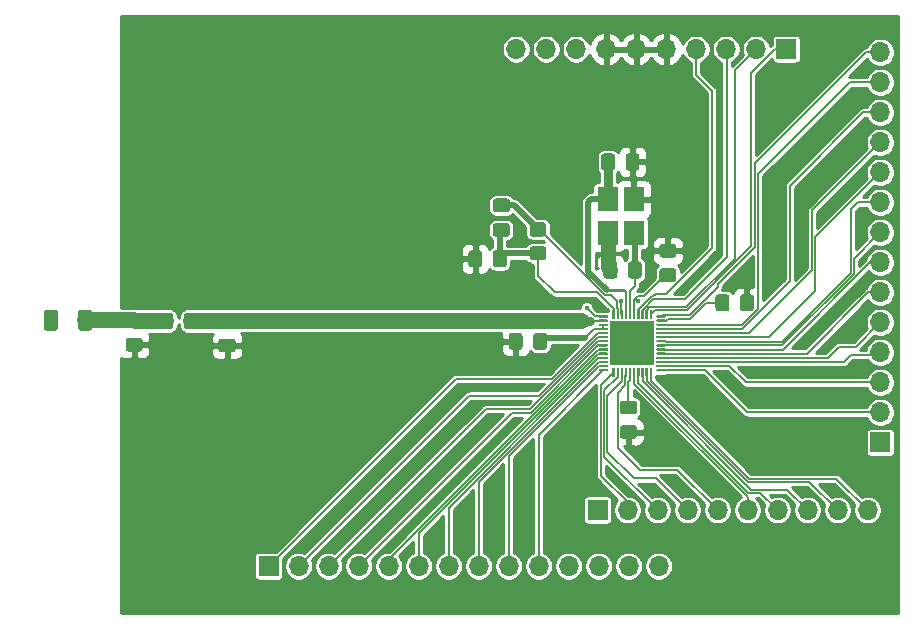
<source format=gbr>
%TF.GenerationSoftware,KiCad,Pcbnew,(5.1.10)-1*%
%TF.CreationDate,2022-01-27T03:50:03-08:00*%
%TF.ProjectId,schematic,73636865-6d61-4746-9963-2e6b69636164,rev?*%
%TF.SameCoordinates,Original*%
%TF.FileFunction,Copper,L1,Top*%
%TF.FilePolarity,Positive*%
%FSLAX46Y46*%
G04 Gerber Fmt 4.6, Leading zero omitted, Abs format (unit mm)*
G04 Created by KiCad (PCBNEW (5.1.10)-1) date 2022-01-27 03:50:03*
%MOMM*%
%LPD*%
G01*
G04 APERTURE LIST*
%TA.AperFunction,ComponentPad*%
%ADD10O,1.700000X1.700000*%
%TD*%
%TA.AperFunction,ComponentPad*%
%ADD11R,1.700000X1.700000*%
%TD*%
%TA.AperFunction,SMDPad,CuDef*%
%ADD12R,1.800000X2.100000*%
%TD*%
%TA.AperFunction,ComponentPad*%
%ADD13C,0.500000*%
%TD*%
%TA.AperFunction,SMDPad,CuDef*%
%ADD14R,3.700000X3.700000*%
%TD*%
%TA.AperFunction,ViaPad*%
%ADD15C,0.400000*%
%TD*%
%TA.AperFunction,Conductor*%
%ADD16C,1.375000*%
%TD*%
%TA.AperFunction,Conductor*%
%ADD17C,1.250000*%
%TD*%
%TA.AperFunction,Conductor*%
%ADD18C,0.127000*%
%TD*%
%TA.AperFunction,Conductor*%
%ADD19C,0.500000*%
%TD*%
%TA.AperFunction,Conductor*%
%ADD20C,0.750000*%
%TD*%
%TA.AperFunction,Conductor*%
%ADD21C,0.250000*%
%TD*%
%TA.AperFunction,Conductor*%
%ADD22C,0.254000*%
%TD*%
%TA.AperFunction,Conductor*%
%ADD23C,0.100000*%
%TD*%
G04 APERTURE END LIST*
%TO.P,C4,2*%
%TO.N,GND*%
%TA.AperFunction,SMDPad,CuDef*%
G36*
G01*
X158321500Y-85580200D02*
X158321500Y-86530200D01*
G75*
G02*
X158071500Y-86780200I-250000J0D01*
G01*
X157396500Y-86780200D01*
G75*
G02*
X157146500Y-86530200I0J250000D01*
G01*
X157146500Y-85580200D01*
G75*
G02*
X157396500Y-85330200I250000J0D01*
G01*
X158071500Y-85330200D01*
G75*
G02*
X158321500Y-85580200I0J-250000D01*
G01*
G37*
%TD.AperFunction*%
%TO.P,C4,1*%
%TO.N,Net-(C3-Pad2)*%
%TA.AperFunction,SMDPad,CuDef*%
G36*
G01*
X160396500Y-85580200D02*
X160396500Y-86530200D01*
G75*
G02*
X160146500Y-86780200I-250000J0D01*
G01*
X159471500Y-86780200D01*
G75*
G02*
X159221500Y-86530200I0J250000D01*
G01*
X159221500Y-85580200D01*
G75*
G02*
X159471500Y-85330200I250000J0D01*
G01*
X160146500Y-85330200D01*
G75*
G02*
X160396500Y-85580200I0J-250000D01*
G01*
G37*
%TD.AperFunction*%
%TD*%
%TO.P,C5,2*%
%TO.N,GND*%
%TA.AperFunction,SMDPad,CuDef*%
G36*
G01*
X161750500Y-92565200D02*
X161750500Y-93515200D01*
G75*
G02*
X161500500Y-93765200I-250000J0D01*
G01*
X160825500Y-93765200D01*
G75*
G02*
X160575500Y-93515200I0J250000D01*
G01*
X160575500Y-92565200D01*
G75*
G02*
X160825500Y-92315200I250000J0D01*
G01*
X161500500Y-92315200D01*
G75*
G02*
X161750500Y-92565200I0J-250000D01*
G01*
G37*
%TD.AperFunction*%
%TO.P,C5,1*%
%TO.N,+3V3*%
%TA.AperFunction,SMDPad,CuDef*%
G36*
G01*
X163825500Y-92565200D02*
X163825500Y-93515200D01*
G75*
G02*
X163575500Y-93765200I-250000J0D01*
G01*
X162900500Y-93765200D01*
G75*
G02*
X162650500Y-93515200I0J250000D01*
G01*
X162650500Y-92565200D01*
G75*
G02*
X162900500Y-92315200I250000J0D01*
G01*
X163575500Y-92315200D01*
G75*
G02*
X163825500Y-92565200I0J-250000D01*
G01*
G37*
%TD.AperFunction*%
%TD*%
D10*
%TO.P,J5,14*%
%TO.N,Net-(J5-Pad14)*%
X192036700Y-68567300D03*
%TO.P,J5,13*%
%TO.N,Net-(J5-Pad13)*%
X192036700Y-71107300D03*
%TO.P,J5,12*%
%TO.N,Net-(J5-Pad12)*%
X192036700Y-73647300D03*
%TO.P,J5,11*%
%TO.N,Net-(J5-Pad11)*%
X192036700Y-76187300D03*
%TO.P,J5,10*%
%TO.N,Net-(J5-Pad10)*%
X192036700Y-78727300D03*
%TO.P,J5,9*%
%TO.N,Net-(J5-Pad9)*%
X192036700Y-81267300D03*
%TO.P,J5,8*%
%TO.N,Net-(J5-Pad8)*%
X192036700Y-83807300D03*
%TO.P,J5,7*%
%TO.N,Net-(J5-Pad7)*%
X192036700Y-86347300D03*
%TO.P,J5,6*%
%TO.N,Net-(J5-Pad6)*%
X192036700Y-88887300D03*
%TO.P,J5,5*%
%TO.N,Net-(J5-Pad5)*%
X192036700Y-91427300D03*
%TO.P,J5,4*%
%TO.N,Net-(J5-Pad4)*%
X192036700Y-93967300D03*
%TO.P,J5,3*%
%TO.N,Net-(J5-Pad3)*%
X192036700Y-96507300D03*
%TO.P,J5,2*%
%TO.N,Net-(J5-Pad2)*%
X192036700Y-99047300D03*
D11*
%TO.P,J5,1*%
%TO.N,Net-(J5-Pad1)*%
X192036700Y-101587300D03*
%TD*%
D10*
%TO.P,J3,10*%
%TO.N,+3V3*%
X161201100Y-68287900D03*
%TO.P,J3,9*%
X163741100Y-68287900D03*
%TO.P,J3,8*%
X166281100Y-68287900D03*
%TO.P,J3,7*%
%TO.N,GND*%
X168821100Y-68287900D03*
%TO.P,J3,6*%
X171361100Y-68287900D03*
%TO.P,J3,5*%
X173901100Y-68287900D03*
%TO.P,J3,4*%
%TO.N,Net-(J3-Pad4)*%
X176441100Y-68287900D03*
%TO.P,J3,3*%
%TO.N,Net-(J3-Pad3)*%
X178981100Y-68287900D03*
%TO.P,J3,2*%
%TO.N,Net-(J3-Pad2)*%
X181521100Y-68287900D03*
D11*
%TO.P,J3,1*%
%TO.N,Net-(J3-Pad1)*%
X184061100Y-68287900D03*
%TD*%
D10*
%TO.P,J2,10*%
%TO.N,Net-(J2-Pad10)*%
X190957200Y-107315000D03*
%TO.P,J2,9*%
%TO.N,Net-(J2-Pad9)*%
X188417200Y-107315000D03*
%TO.P,J2,8*%
%TO.N,Net-(J2-Pad8)*%
X185877200Y-107315000D03*
%TO.P,J2,7*%
%TO.N,Net-(J2-Pad7)*%
X183337200Y-107315000D03*
%TO.P,J2,6*%
%TO.N,Net-(J2-Pad6)*%
X180797200Y-107315000D03*
%TO.P,J2,5*%
%TO.N,Net-(J2-Pad5)*%
X178257200Y-107315000D03*
%TO.P,J2,4*%
%TO.N,Net-(J2-Pad4)*%
X175717200Y-107315000D03*
%TO.P,J2,3*%
%TO.N,Net-(J2-Pad3)*%
X173177200Y-107315000D03*
%TO.P,J2,2*%
%TO.N,Net-(J2-Pad2)*%
X170637200Y-107315000D03*
D11*
%TO.P,J2,1*%
%TO.N,Net-(J2-Pad1)*%
X168097200Y-107315000D03*
%TD*%
D10*
%TO.P,J1,14*%
%TO.N,Net-(J1-Pad14)*%
X173266100Y-112077500D03*
%TO.P,J1,13*%
%TO.N,Net-(J1-Pad13)*%
X170726100Y-112077500D03*
%TO.P,J1,12*%
%TO.N,Net-(J1-Pad12)*%
X168186100Y-112077500D03*
%TO.P,J1,11*%
%TO.N,Net-(J1-Pad11)*%
X165646100Y-112077500D03*
%TO.P,J1,10*%
%TO.N,Net-(J1-Pad10)*%
X163106100Y-112077500D03*
%TO.P,J1,9*%
%TO.N,Net-(J1-Pad9)*%
X160566100Y-112077500D03*
%TO.P,J1,8*%
%TO.N,Net-(J1-Pad8)*%
X158026100Y-112077500D03*
%TO.P,J1,7*%
%TO.N,Net-(J1-Pad7)*%
X155486100Y-112077500D03*
%TO.P,J1,6*%
%TO.N,Net-(J1-Pad6)*%
X152946100Y-112077500D03*
%TO.P,J1,5*%
%TO.N,Net-(J1-Pad5)*%
X150406100Y-112077500D03*
%TO.P,J1,4*%
%TO.N,Net-(J1-Pad4)*%
X147866100Y-112077500D03*
%TO.P,J1,3*%
%TO.N,Net-(J1-Pad3)*%
X145326100Y-112077500D03*
%TO.P,J1,2*%
%TO.N,Net-(J1-Pad2)*%
X142786100Y-112077500D03*
D11*
%TO.P,J1,1*%
%TO.N,Net-(J1-Pad1)*%
X140246100Y-112077500D03*
%TD*%
D12*
%TO.P,Y1,4*%
%TO.N,GND*%
X171148100Y-80987900D03*
%TO.P,Y1,3*%
%TO.N,Net-(C7-Pad1)*%
X171148100Y-83887900D03*
%TO.P,Y1,2*%
%TO.N,GND*%
X168948100Y-83887900D03*
%TO.P,Y1,1*%
%TO.N,Net-(C6-Pad1)*%
X168948100Y-80987900D03*
%TD*%
D13*
%TO.P,U1,49*%
%TO.N,GND*%
X172630900Y-94805300D03*
X171564233Y-94805300D03*
X170497567Y-94805300D03*
X169430900Y-94805300D03*
X172630900Y-93738633D03*
X171564233Y-93738633D03*
X170497567Y-93738633D03*
X169430900Y-93738633D03*
X172630900Y-92671967D03*
X171564233Y-92671967D03*
X170497567Y-92671967D03*
X169430900Y-92671967D03*
X172630900Y-91605300D03*
X171564233Y-91605300D03*
X170497567Y-91605300D03*
X169430900Y-91605300D03*
D14*
X171030900Y-93205300D03*
%TO.P,U1,48*%
%TO.N,Net-(C3-Pad2)*%
%TA.AperFunction,SMDPad,CuDef*%
G36*
G01*
X169355900Y-91105300D02*
X169355900Y-90405300D01*
G75*
G02*
X169405900Y-90355300I50000J0D01*
G01*
X169505900Y-90355300D01*
G75*
G02*
X169555900Y-90405300I0J-50000D01*
G01*
X169555900Y-91105300D01*
G75*
G02*
X169505900Y-91155300I-50000J0D01*
G01*
X169405900Y-91155300D01*
G75*
G02*
X169355900Y-91105300I0J50000D01*
G01*
G37*
%TD.AperFunction*%
%TO.P,U1,47*%
%TO.N,Net-(C3-Pad1)*%
%TA.AperFunction,SMDPad,CuDef*%
G36*
G01*
X169705900Y-91105300D02*
X169705900Y-90405300D01*
G75*
G02*
X169755900Y-90355300I50000J0D01*
G01*
X169855900Y-90355300D01*
G75*
G02*
X169905900Y-90405300I0J-50000D01*
G01*
X169905900Y-91105300D01*
G75*
G02*
X169855900Y-91155300I-50000J0D01*
G01*
X169755900Y-91155300D01*
G75*
G02*
X169705900Y-91105300I0J50000D01*
G01*
G37*
%TD.AperFunction*%
%TO.P,U1,46*%
%TO.N,+3V3*%
%TA.AperFunction,SMDPad,CuDef*%
G36*
G01*
X170055900Y-91105300D02*
X170055900Y-90405300D01*
G75*
G02*
X170105900Y-90355300I50000J0D01*
G01*
X170205900Y-90355300D01*
G75*
G02*
X170255900Y-90405300I0J-50000D01*
G01*
X170255900Y-91105300D01*
G75*
G02*
X170205900Y-91155300I-50000J0D01*
G01*
X170105900Y-91155300D01*
G75*
G02*
X170055900Y-91105300I0J50000D01*
G01*
G37*
%TD.AperFunction*%
%TO.P,U1,45*%
%TO.N,Net-(C6-Pad1)*%
%TA.AperFunction,SMDPad,CuDef*%
G36*
G01*
X170405900Y-91105300D02*
X170405900Y-90405300D01*
G75*
G02*
X170455900Y-90355300I50000J0D01*
G01*
X170555900Y-90355300D01*
G75*
G02*
X170605900Y-90405300I0J-50000D01*
G01*
X170605900Y-91105300D01*
G75*
G02*
X170555900Y-91155300I-50000J0D01*
G01*
X170455900Y-91155300D01*
G75*
G02*
X170405900Y-91105300I0J50000D01*
G01*
G37*
%TD.AperFunction*%
%TO.P,U1,44*%
%TO.N,Net-(C7-Pad1)*%
%TA.AperFunction,SMDPad,CuDef*%
G36*
G01*
X170755900Y-91105300D02*
X170755900Y-90405300D01*
G75*
G02*
X170805900Y-90355300I50000J0D01*
G01*
X170905900Y-90355300D01*
G75*
G02*
X170955900Y-90405300I0J-50000D01*
G01*
X170955900Y-91105300D01*
G75*
G02*
X170905900Y-91155300I-50000J0D01*
G01*
X170805900Y-91155300D01*
G75*
G02*
X170755900Y-91105300I0J50000D01*
G01*
G37*
%TD.AperFunction*%
%TO.P,U1,43*%
%TO.N,+3V3*%
%TA.AperFunction,SMDPad,CuDef*%
G36*
G01*
X171105900Y-91105300D02*
X171105900Y-90405300D01*
G75*
G02*
X171155900Y-90355300I50000J0D01*
G01*
X171255900Y-90355300D01*
G75*
G02*
X171305900Y-90405300I0J-50000D01*
G01*
X171305900Y-91105300D01*
G75*
G02*
X171255900Y-91155300I-50000J0D01*
G01*
X171155900Y-91155300D01*
G75*
G02*
X171105900Y-91105300I0J50000D01*
G01*
G37*
%TD.AperFunction*%
%TO.P,U1,42*%
%TO.N,Net-(J3-Pad4)*%
%TA.AperFunction,SMDPad,CuDef*%
G36*
G01*
X171455900Y-91105300D02*
X171455900Y-90405300D01*
G75*
G02*
X171505900Y-90355300I50000J0D01*
G01*
X171605900Y-90355300D01*
G75*
G02*
X171655900Y-90405300I0J-50000D01*
G01*
X171655900Y-91105300D01*
G75*
G02*
X171605900Y-91155300I-50000J0D01*
G01*
X171505900Y-91155300D01*
G75*
G02*
X171455900Y-91105300I0J50000D01*
G01*
G37*
%TD.AperFunction*%
%TO.P,U1,41*%
%TO.N,Net-(J3-Pad3)*%
%TA.AperFunction,SMDPad,CuDef*%
G36*
G01*
X171805900Y-91105300D02*
X171805900Y-90405300D01*
G75*
G02*
X171855900Y-90355300I50000J0D01*
G01*
X171955900Y-90355300D01*
G75*
G02*
X172005900Y-90405300I0J-50000D01*
G01*
X172005900Y-91105300D01*
G75*
G02*
X171955900Y-91155300I-50000J0D01*
G01*
X171855900Y-91155300D01*
G75*
G02*
X171805900Y-91105300I0J50000D01*
G01*
G37*
%TD.AperFunction*%
%TO.P,U1,40*%
%TO.N,Net-(J3-Pad2)*%
%TA.AperFunction,SMDPad,CuDef*%
G36*
G01*
X172155900Y-91105300D02*
X172155900Y-90405300D01*
G75*
G02*
X172205900Y-90355300I50000J0D01*
G01*
X172305900Y-90355300D01*
G75*
G02*
X172355900Y-90405300I0J-50000D01*
G01*
X172355900Y-91105300D01*
G75*
G02*
X172305900Y-91155300I-50000J0D01*
G01*
X172205900Y-91155300D01*
G75*
G02*
X172155900Y-91105300I0J50000D01*
G01*
G37*
%TD.AperFunction*%
%TO.P,U1,39*%
%TO.N,Net-(J3-Pad1)*%
%TA.AperFunction,SMDPad,CuDef*%
G36*
G01*
X172505900Y-91105300D02*
X172505900Y-90405300D01*
G75*
G02*
X172555900Y-90355300I50000J0D01*
G01*
X172655900Y-90355300D01*
G75*
G02*
X172705900Y-90405300I0J-50000D01*
G01*
X172705900Y-91105300D01*
G75*
G02*
X172655900Y-91155300I-50000J0D01*
G01*
X172555900Y-91155300D01*
G75*
G02*
X172505900Y-91105300I0J50000D01*
G01*
G37*
%TD.AperFunction*%
%TO.P,U1,38*%
%TO.N,Net-(J5-Pad14)*%
%TA.AperFunction,SMDPad,CuDef*%
G36*
G01*
X173080900Y-90980300D02*
X173080900Y-90880300D01*
G75*
G02*
X173130900Y-90830300I50000J0D01*
G01*
X173830900Y-90830300D01*
G75*
G02*
X173880900Y-90880300I0J-50000D01*
G01*
X173880900Y-90980300D01*
G75*
G02*
X173830900Y-91030300I-50000J0D01*
G01*
X173130900Y-91030300D01*
G75*
G02*
X173080900Y-90980300I0J50000D01*
G01*
G37*
%TD.AperFunction*%
%TO.P,U1,37*%
%TO.N,+3V3*%
%TA.AperFunction,SMDPad,CuDef*%
G36*
G01*
X173080900Y-91330300D02*
X173080900Y-91230300D01*
G75*
G02*
X173130900Y-91180300I50000J0D01*
G01*
X173830900Y-91180300D01*
G75*
G02*
X173880900Y-91230300I0J-50000D01*
G01*
X173880900Y-91330300D01*
G75*
G02*
X173830900Y-91380300I-50000J0D01*
G01*
X173130900Y-91380300D01*
G75*
G02*
X173080900Y-91330300I0J50000D01*
G01*
G37*
%TD.AperFunction*%
%TO.P,U1,36*%
%TO.N,Net-(J5-Pad13)*%
%TA.AperFunction,SMDPad,CuDef*%
G36*
G01*
X173080900Y-91680300D02*
X173080900Y-91580300D01*
G75*
G02*
X173130900Y-91530300I50000J0D01*
G01*
X173830900Y-91530300D01*
G75*
G02*
X173880900Y-91580300I0J-50000D01*
G01*
X173880900Y-91680300D01*
G75*
G02*
X173830900Y-91730300I-50000J0D01*
G01*
X173130900Y-91730300D01*
G75*
G02*
X173080900Y-91680300I0J50000D01*
G01*
G37*
%TD.AperFunction*%
%TO.P,U1,35*%
%TO.N,Net-(J5-Pad12)*%
%TA.AperFunction,SMDPad,CuDef*%
G36*
G01*
X173080900Y-92030300D02*
X173080900Y-91930300D01*
G75*
G02*
X173130900Y-91880300I50000J0D01*
G01*
X173830900Y-91880300D01*
G75*
G02*
X173880900Y-91930300I0J-50000D01*
G01*
X173880900Y-92030300D01*
G75*
G02*
X173830900Y-92080300I-50000J0D01*
G01*
X173130900Y-92080300D01*
G75*
G02*
X173080900Y-92030300I0J50000D01*
G01*
G37*
%TD.AperFunction*%
%TO.P,U1,34*%
%TO.N,Net-(J5-Pad11)*%
%TA.AperFunction,SMDPad,CuDef*%
G36*
G01*
X173080900Y-92380300D02*
X173080900Y-92280300D01*
G75*
G02*
X173130900Y-92230300I50000J0D01*
G01*
X173830900Y-92230300D01*
G75*
G02*
X173880900Y-92280300I0J-50000D01*
G01*
X173880900Y-92380300D01*
G75*
G02*
X173830900Y-92430300I-50000J0D01*
G01*
X173130900Y-92430300D01*
G75*
G02*
X173080900Y-92380300I0J50000D01*
G01*
G37*
%TD.AperFunction*%
%TO.P,U1,33*%
%TO.N,Net-(J5-Pad10)*%
%TA.AperFunction,SMDPad,CuDef*%
G36*
G01*
X173080900Y-92730300D02*
X173080900Y-92630300D01*
G75*
G02*
X173130900Y-92580300I50000J0D01*
G01*
X173830900Y-92580300D01*
G75*
G02*
X173880900Y-92630300I0J-50000D01*
G01*
X173880900Y-92730300D01*
G75*
G02*
X173830900Y-92780300I-50000J0D01*
G01*
X173130900Y-92780300D01*
G75*
G02*
X173080900Y-92730300I0J50000D01*
G01*
G37*
%TD.AperFunction*%
%TO.P,U1,32*%
%TO.N,Net-(J5-Pad9)*%
%TA.AperFunction,SMDPad,CuDef*%
G36*
G01*
X173080900Y-93080300D02*
X173080900Y-92980300D01*
G75*
G02*
X173130900Y-92930300I50000J0D01*
G01*
X173830900Y-92930300D01*
G75*
G02*
X173880900Y-92980300I0J-50000D01*
G01*
X173880900Y-93080300D01*
G75*
G02*
X173830900Y-93130300I-50000J0D01*
G01*
X173130900Y-93130300D01*
G75*
G02*
X173080900Y-93080300I0J50000D01*
G01*
G37*
%TD.AperFunction*%
%TO.P,U1,31*%
%TO.N,Net-(J5-Pad8)*%
%TA.AperFunction,SMDPad,CuDef*%
G36*
G01*
X173080900Y-93430300D02*
X173080900Y-93330300D01*
G75*
G02*
X173130900Y-93280300I50000J0D01*
G01*
X173830900Y-93280300D01*
G75*
G02*
X173880900Y-93330300I0J-50000D01*
G01*
X173880900Y-93430300D01*
G75*
G02*
X173830900Y-93480300I-50000J0D01*
G01*
X173130900Y-93480300D01*
G75*
G02*
X173080900Y-93430300I0J50000D01*
G01*
G37*
%TD.AperFunction*%
%TO.P,U1,30*%
%TO.N,Net-(J5-Pad7)*%
%TA.AperFunction,SMDPad,CuDef*%
G36*
G01*
X173080900Y-93780300D02*
X173080900Y-93680300D01*
G75*
G02*
X173130900Y-93630300I50000J0D01*
G01*
X173830900Y-93630300D01*
G75*
G02*
X173880900Y-93680300I0J-50000D01*
G01*
X173880900Y-93780300D01*
G75*
G02*
X173830900Y-93830300I-50000J0D01*
G01*
X173130900Y-93830300D01*
G75*
G02*
X173080900Y-93780300I0J50000D01*
G01*
G37*
%TD.AperFunction*%
%TO.P,U1,29*%
%TO.N,Net-(J5-Pad6)*%
%TA.AperFunction,SMDPad,CuDef*%
G36*
G01*
X173080900Y-94130300D02*
X173080900Y-94030300D01*
G75*
G02*
X173130900Y-93980300I50000J0D01*
G01*
X173830900Y-93980300D01*
G75*
G02*
X173880900Y-94030300I0J-50000D01*
G01*
X173880900Y-94130300D01*
G75*
G02*
X173830900Y-94180300I-50000J0D01*
G01*
X173130900Y-94180300D01*
G75*
G02*
X173080900Y-94130300I0J50000D01*
G01*
G37*
%TD.AperFunction*%
%TO.P,U1,28*%
%TO.N,Net-(J5-Pad5)*%
%TA.AperFunction,SMDPad,CuDef*%
G36*
G01*
X173080900Y-94480300D02*
X173080900Y-94380300D01*
G75*
G02*
X173130900Y-94330300I50000J0D01*
G01*
X173830900Y-94330300D01*
G75*
G02*
X173880900Y-94380300I0J-50000D01*
G01*
X173880900Y-94480300D01*
G75*
G02*
X173830900Y-94530300I-50000J0D01*
G01*
X173130900Y-94530300D01*
G75*
G02*
X173080900Y-94480300I0J50000D01*
G01*
G37*
%TD.AperFunction*%
%TO.P,U1,27*%
%TO.N,Net-(J5-Pad4)*%
%TA.AperFunction,SMDPad,CuDef*%
G36*
G01*
X173080900Y-94830300D02*
X173080900Y-94730300D01*
G75*
G02*
X173130900Y-94680300I50000J0D01*
G01*
X173830900Y-94680300D01*
G75*
G02*
X173880900Y-94730300I0J-50000D01*
G01*
X173880900Y-94830300D01*
G75*
G02*
X173830900Y-94880300I-50000J0D01*
G01*
X173130900Y-94880300D01*
G75*
G02*
X173080900Y-94830300I0J50000D01*
G01*
G37*
%TD.AperFunction*%
%TO.P,U1,26*%
%TO.N,Net-(J5-Pad3)*%
%TA.AperFunction,SMDPad,CuDef*%
G36*
G01*
X173080900Y-95180300D02*
X173080900Y-95080300D01*
G75*
G02*
X173130900Y-95030300I50000J0D01*
G01*
X173830900Y-95030300D01*
G75*
G02*
X173880900Y-95080300I0J-50000D01*
G01*
X173880900Y-95180300D01*
G75*
G02*
X173830900Y-95230300I-50000J0D01*
G01*
X173130900Y-95230300D01*
G75*
G02*
X173080900Y-95180300I0J50000D01*
G01*
G37*
%TD.AperFunction*%
%TO.P,U1,25*%
%TO.N,Net-(J5-Pad2)*%
%TA.AperFunction,SMDPad,CuDef*%
G36*
G01*
X173080900Y-95530300D02*
X173080900Y-95430300D01*
G75*
G02*
X173130900Y-95380300I50000J0D01*
G01*
X173830900Y-95380300D01*
G75*
G02*
X173880900Y-95430300I0J-50000D01*
G01*
X173880900Y-95530300D01*
G75*
G02*
X173830900Y-95580300I-50000J0D01*
G01*
X173130900Y-95580300D01*
G75*
G02*
X173080900Y-95530300I0J50000D01*
G01*
G37*
%TD.AperFunction*%
%TO.P,U1,24*%
%TO.N,Net-(J2-Pad10)*%
%TA.AperFunction,SMDPad,CuDef*%
G36*
G01*
X172505900Y-96005300D02*
X172505900Y-95305300D01*
G75*
G02*
X172555900Y-95255300I50000J0D01*
G01*
X172655900Y-95255300D01*
G75*
G02*
X172705900Y-95305300I0J-50000D01*
G01*
X172705900Y-96005300D01*
G75*
G02*
X172655900Y-96055300I-50000J0D01*
G01*
X172555900Y-96055300D01*
G75*
G02*
X172505900Y-96005300I0J50000D01*
G01*
G37*
%TD.AperFunction*%
%TO.P,U1,23*%
%TO.N,Net-(J2-Pad9)*%
%TA.AperFunction,SMDPad,CuDef*%
G36*
G01*
X172155900Y-96005300D02*
X172155900Y-95305300D01*
G75*
G02*
X172205900Y-95255300I50000J0D01*
G01*
X172305900Y-95255300D01*
G75*
G02*
X172355900Y-95305300I0J-50000D01*
G01*
X172355900Y-96005300D01*
G75*
G02*
X172305900Y-96055300I-50000J0D01*
G01*
X172205900Y-96055300D01*
G75*
G02*
X172155900Y-96005300I0J50000D01*
G01*
G37*
%TD.AperFunction*%
%TO.P,U1,22*%
%TO.N,Net-(J2-Pad8)*%
%TA.AperFunction,SMDPad,CuDef*%
G36*
G01*
X171805900Y-96005300D02*
X171805900Y-95305300D01*
G75*
G02*
X171855900Y-95255300I50000J0D01*
G01*
X171955900Y-95255300D01*
G75*
G02*
X172005900Y-95305300I0J-50000D01*
G01*
X172005900Y-96005300D01*
G75*
G02*
X171955900Y-96055300I-50000J0D01*
G01*
X171855900Y-96055300D01*
G75*
G02*
X171805900Y-96005300I0J50000D01*
G01*
G37*
%TD.AperFunction*%
%TO.P,U1,21*%
%TO.N,Net-(J2-Pad7)*%
%TA.AperFunction,SMDPad,CuDef*%
G36*
G01*
X171455900Y-96005300D02*
X171455900Y-95305300D01*
G75*
G02*
X171505900Y-95255300I50000J0D01*
G01*
X171605900Y-95255300D01*
G75*
G02*
X171655900Y-95305300I0J-50000D01*
G01*
X171655900Y-96005300D01*
G75*
G02*
X171605900Y-96055300I-50000J0D01*
G01*
X171505900Y-96055300D01*
G75*
G02*
X171455900Y-96005300I0J50000D01*
G01*
G37*
%TD.AperFunction*%
%TO.P,U1,20*%
%TO.N,Net-(J2-Pad6)*%
%TA.AperFunction,SMDPad,CuDef*%
G36*
G01*
X171105900Y-96005300D02*
X171105900Y-95305300D01*
G75*
G02*
X171155900Y-95255300I50000J0D01*
G01*
X171255900Y-95255300D01*
G75*
G02*
X171305900Y-95305300I0J-50000D01*
G01*
X171305900Y-96005300D01*
G75*
G02*
X171255900Y-96055300I-50000J0D01*
G01*
X171155900Y-96055300D01*
G75*
G02*
X171105900Y-96005300I0J50000D01*
G01*
G37*
%TD.AperFunction*%
%TO.P,U1,19*%
%TO.N,+3V3*%
%TA.AperFunction,SMDPad,CuDef*%
G36*
G01*
X170755900Y-96005300D02*
X170755900Y-95305300D01*
G75*
G02*
X170805900Y-95255300I50000J0D01*
G01*
X170905900Y-95255300D01*
G75*
G02*
X170955900Y-95305300I0J-50000D01*
G01*
X170955900Y-96005300D01*
G75*
G02*
X170905900Y-96055300I-50000J0D01*
G01*
X170805900Y-96055300D01*
G75*
G02*
X170755900Y-96005300I0J50000D01*
G01*
G37*
%TD.AperFunction*%
%TO.P,U1,18*%
%TO.N,Net-(J2-Pad5)*%
%TA.AperFunction,SMDPad,CuDef*%
G36*
G01*
X170405900Y-96005300D02*
X170405900Y-95305300D01*
G75*
G02*
X170455900Y-95255300I50000J0D01*
G01*
X170555900Y-95255300D01*
G75*
G02*
X170605900Y-95305300I0J-50000D01*
G01*
X170605900Y-96005300D01*
G75*
G02*
X170555900Y-96055300I-50000J0D01*
G01*
X170455900Y-96055300D01*
G75*
G02*
X170405900Y-96005300I0J50000D01*
G01*
G37*
%TD.AperFunction*%
%TO.P,U1,17*%
%TO.N,Net-(J2-Pad4)*%
%TA.AperFunction,SMDPad,CuDef*%
G36*
G01*
X170055900Y-96005300D02*
X170055900Y-95305300D01*
G75*
G02*
X170105900Y-95255300I50000J0D01*
G01*
X170205900Y-95255300D01*
G75*
G02*
X170255900Y-95305300I0J-50000D01*
G01*
X170255900Y-96005300D01*
G75*
G02*
X170205900Y-96055300I-50000J0D01*
G01*
X170105900Y-96055300D01*
G75*
G02*
X170055900Y-96005300I0J50000D01*
G01*
G37*
%TD.AperFunction*%
%TO.P,U1,16*%
%TO.N,Net-(J2-Pad3)*%
%TA.AperFunction,SMDPad,CuDef*%
G36*
G01*
X169705900Y-96005300D02*
X169705900Y-95305300D01*
G75*
G02*
X169755900Y-95255300I50000J0D01*
G01*
X169855900Y-95255300D01*
G75*
G02*
X169905900Y-95305300I0J-50000D01*
G01*
X169905900Y-96005300D01*
G75*
G02*
X169855900Y-96055300I-50000J0D01*
G01*
X169755900Y-96055300D01*
G75*
G02*
X169705900Y-96005300I0J50000D01*
G01*
G37*
%TD.AperFunction*%
%TO.P,U1,15*%
%TO.N,Net-(J2-Pad2)*%
%TA.AperFunction,SMDPad,CuDef*%
G36*
G01*
X169355900Y-96005300D02*
X169355900Y-95305300D01*
G75*
G02*
X169405900Y-95255300I50000J0D01*
G01*
X169505900Y-95255300D01*
G75*
G02*
X169555900Y-95305300I0J-50000D01*
G01*
X169555900Y-96005300D01*
G75*
G02*
X169505900Y-96055300I-50000J0D01*
G01*
X169405900Y-96055300D01*
G75*
G02*
X169355900Y-96005300I0J50000D01*
G01*
G37*
%TD.AperFunction*%
%TO.P,U1,14*%
%TO.N,Net-(J1-Pad10)*%
%TA.AperFunction,SMDPad,CuDef*%
G36*
G01*
X168180900Y-95530300D02*
X168180900Y-95430300D01*
G75*
G02*
X168230900Y-95380300I50000J0D01*
G01*
X168930900Y-95380300D01*
G75*
G02*
X168980900Y-95430300I0J-50000D01*
G01*
X168980900Y-95530300D01*
G75*
G02*
X168930900Y-95580300I-50000J0D01*
G01*
X168230900Y-95580300D01*
G75*
G02*
X168180900Y-95530300I0J50000D01*
G01*
G37*
%TD.AperFunction*%
%TO.P,U1,13*%
%TO.N,Net-(J1-Pad9)*%
%TA.AperFunction,SMDPad,CuDef*%
G36*
G01*
X168180900Y-95180300D02*
X168180900Y-95080300D01*
G75*
G02*
X168230900Y-95030300I50000J0D01*
G01*
X168930900Y-95030300D01*
G75*
G02*
X168980900Y-95080300I0J-50000D01*
G01*
X168980900Y-95180300D01*
G75*
G02*
X168930900Y-95230300I-50000J0D01*
G01*
X168230900Y-95230300D01*
G75*
G02*
X168180900Y-95180300I0J50000D01*
G01*
G37*
%TD.AperFunction*%
%TO.P,U1,12*%
%TO.N,Net-(J1-Pad8)*%
%TA.AperFunction,SMDPad,CuDef*%
G36*
G01*
X168180900Y-94830300D02*
X168180900Y-94730300D01*
G75*
G02*
X168230900Y-94680300I50000J0D01*
G01*
X168930900Y-94680300D01*
G75*
G02*
X168980900Y-94730300I0J-50000D01*
G01*
X168980900Y-94830300D01*
G75*
G02*
X168930900Y-94880300I-50000J0D01*
G01*
X168230900Y-94880300D01*
G75*
G02*
X168180900Y-94830300I0J50000D01*
G01*
G37*
%TD.AperFunction*%
%TO.P,U1,11*%
%TO.N,Net-(J1-Pad7)*%
%TA.AperFunction,SMDPad,CuDef*%
G36*
G01*
X168180900Y-94480300D02*
X168180900Y-94380300D01*
G75*
G02*
X168230900Y-94330300I50000J0D01*
G01*
X168930900Y-94330300D01*
G75*
G02*
X168980900Y-94380300I0J-50000D01*
G01*
X168980900Y-94480300D01*
G75*
G02*
X168930900Y-94530300I-50000J0D01*
G01*
X168230900Y-94530300D01*
G75*
G02*
X168180900Y-94480300I0J50000D01*
G01*
G37*
%TD.AperFunction*%
%TO.P,U1,10*%
%TO.N,Net-(J1-Pad6)*%
%TA.AperFunction,SMDPad,CuDef*%
G36*
G01*
X168180900Y-94130300D02*
X168180900Y-94030300D01*
G75*
G02*
X168230900Y-93980300I50000J0D01*
G01*
X168930900Y-93980300D01*
G75*
G02*
X168980900Y-94030300I0J-50000D01*
G01*
X168980900Y-94130300D01*
G75*
G02*
X168930900Y-94180300I-50000J0D01*
G01*
X168230900Y-94180300D01*
G75*
G02*
X168180900Y-94130300I0J50000D01*
G01*
G37*
%TD.AperFunction*%
%TO.P,U1,9*%
%TO.N,Net-(J1-Pad5)*%
%TA.AperFunction,SMDPad,CuDef*%
G36*
G01*
X168180900Y-93780300D02*
X168180900Y-93680300D01*
G75*
G02*
X168230900Y-93630300I50000J0D01*
G01*
X168930900Y-93630300D01*
G75*
G02*
X168980900Y-93680300I0J-50000D01*
G01*
X168980900Y-93780300D01*
G75*
G02*
X168930900Y-93830300I-50000J0D01*
G01*
X168230900Y-93830300D01*
G75*
G02*
X168180900Y-93780300I0J50000D01*
G01*
G37*
%TD.AperFunction*%
%TO.P,U1,8*%
%TO.N,Net-(J1-Pad4)*%
%TA.AperFunction,SMDPad,CuDef*%
G36*
G01*
X168180900Y-93430300D02*
X168180900Y-93330300D01*
G75*
G02*
X168230900Y-93280300I50000J0D01*
G01*
X168930900Y-93280300D01*
G75*
G02*
X168980900Y-93330300I0J-50000D01*
G01*
X168980900Y-93430300D01*
G75*
G02*
X168930900Y-93480300I-50000J0D01*
G01*
X168230900Y-93480300D01*
G75*
G02*
X168180900Y-93430300I0J50000D01*
G01*
G37*
%TD.AperFunction*%
%TO.P,U1,7*%
%TO.N,Net-(J1-Pad3)*%
%TA.AperFunction,SMDPad,CuDef*%
G36*
G01*
X168180900Y-93080300D02*
X168180900Y-92980300D01*
G75*
G02*
X168230900Y-92930300I50000J0D01*
G01*
X168930900Y-92930300D01*
G75*
G02*
X168980900Y-92980300I0J-50000D01*
G01*
X168980900Y-93080300D01*
G75*
G02*
X168930900Y-93130300I-50000J0D01*
G01*
X168230900Y-93130300D01*
G75*
G02*
X168180900Y-93080300I0J50000D01*
G01*
G37*
%TD.AperFunction*%
%TO.P,U1,6*%
%TO.N,Net-(J1-Pad2)*%
%TA.AperFunction,SMDPad,CuDef*%
G36*
G01*
X168180900Y-92730300D02*
X168180900Y-92630300D01*
G75*
G02*
X168230900Y-92580300I50000J0D01*
G01*
X168930900Y-92580300D01*
G75*
G02*
X168980900Y-92630300I0J-50000D01*
G01*
X168980900Y-92730300D01*
G75*
G02*
X168930900Y-92780300I-50000J0D01*
G01*
X168230900Y-92780300D01*
G75*
G02*
X168180900Y-92730300I0J50000D01*
G01*
G37*
%TD.AperFunction*%
%TO.P,U1,5*%
%TO.N,Net-(J1-Pad1)*%
%TA.AperFunction,SMDPad,CuDef*%
G36*
G01*
X168180900Y-92380300D02*
X168180900Y-92280300D01*
G75*
G02*
X168230900Y-92230300I50000J0D01*
G01*
X168930900Y-92230300D01*
G75*
G02*
X168980900Y-92280300I0J-50000D01*
G01*
X168980900Y-92380300D01*
G75*
G02*
X168930900Y-92430300I-50000J0D01*
G01*
X168230900Y-92430300D01*
G75*
G02*
X168180900Y-92380300I0J50000D01*
G01*
G37*
%TD.AperFunction*%
%TO.P,U1,4*%
%TO.N,+3V3*%
%TA.AperFunction,SMDPad,CuDef*%
G36*
G01*
X168180900Y-92030300D02*
X168180900Y-91930300D01*
G75*
G02*
X168230900Y-91880300I50000J0D01*
G01*
X168930900Y-91880300D01*
G75*
G02*
X168980900Y-91930300I0J-50000D01*
G01*
X168980900Y-92030300D01*
G75*
G02*
X168930900Y-92080300I-50000J0D01*
G01*
X168230900Y-92080300D01*
G75*
G02*
X168180900Y-92030300I0J50000D01*
G01*
G37*
%TD.AperFunction*%
%TO.P,U1,3*%
%TA.AperFunction,SMDPad,CuDef*%
G36*
G01*
X168180900Y-91680300D02*
X168180900Y-91580300D01*
G75*
G02*
X168230900Y-91530300I50000J0D01*
G01*
X168930900Y-91530300D01*
G75*
G02*
X168980900Y-91580300I0J-50000D01*
G01*
X168980900Y-91680300D01*
G75*
G02*
X168930900Y-91730300I-50000J0D01*
G01*
X168230900Y-91730300D01*
G75*
G02*
X168180900Y-91680300I0J50000D01*
G01*
G37*
%TD.AperFunction*%
%TO.P,U1,2*%
%TO.N,Net-(C2-Pad1)*%
%TA.AperFunction,SMDPad,CuDef*%
G36*
G01*
X168180900Y-91330300D02*
X168180900Y-91230300D01*
G75*
G02*
X168230900Y-91180300I50000J0D01*
G01*
X168930900Y-91180300D01*
G75*
G02*
X168980900Y-91230300I0J-50000D01*
G01*
X168980900Y-91330300D01*
G75*
G02*
X168930900Y-91380300I-50000J0D01*
G01*
X168230900Y-91380300D01*
G75*
G02*
X168180900Y-91330300I0J50000D01*
G01*
G37*
%TD.AperFunction*%
%TO.P,U1,1*%
%TO.N,+3V3*%
%TA.AperFunction,SMDPad,CuDef*%
G36*
G01*
X168180900Y-90980300D02*
X168180900Y-90880300D01*
G75*
G02*
X168230900Y-90830300I50000J0D01*
G01*
X168930900Y-90830300D01*
G75*
G02*
X168980900Y-90880300I0J-50000D01*
G01*
X168980900Y-90980300D01*
G75*
G02*
X168930900Y-91030300I-50000J0D01*
G01*
X168230900Y-91030300D01*
G75*
G02*
X168180900Y-90980300I0J50000D01*
G01*
G37*
%TD.AperFunction*%
%TD*%
%TO.P,R1,2*%
%TO.N,Net-(C3-Pad2)*%
%TA.AperFunction,SMDPad,CuDef*%
G36*
G01*
X162605299Y-84966000D02*
X163505301Y-84966000D01*
G75*
G02*
X163755300Y-85215999I0J-249999D01*
G01*
X163755300Y-85916001D01*
G75*
G02*
X163505301Y-86166000I-249999J0D01*
G01*
X162605299Y-86166000D01*
G75*
G02*
X162355300Y-85916001I0J249999D01*
G01*
X162355300Y-85215999D01*
G75*
G02*
X162605299Y-84966000I249999J0D01*
G01*
G37*
%TD.AperFunction*%
%TO.P,R1,1*%
%TO.N,Net-(C3-Pad1)*%
%TA.AperFunction,SMDPad,CuDef*%
G36*
G01*
X162605299Y-82966000D02*
X163505301Y-82966000D01*
G75*
G02*
X163755300Y-83215999I0J-249999D01*
G01*
X163755300Y-83916001D01*
G75*
G02*
X163505301Y-84166000I-249999J0D01*
G01*
X162605299Y-84166000D01*
G75*
G02*
X162355300Y-83916001I0J249999D01*
G01*
X162355300Y-83215999D01*
G75*
G02*
X162605299Y-82966000I249999J0D01*
G01*
G37*
%TD.AperFunction*%
%TD*%
%TO.P,L1,2*%
%TO.N,Net-(C2-Pad1)*%
%TA.AperFunction,SMDPad,CuDef*%
G36*
G01*
X133072400Y-91763001D02*
X133072400Y-90862999D01*
G75*
G02*
X133322399Y-90613000I249999J0D01*
G01*
X133972401Y-90613000D01*
G75*
G02*
X134222400Y-90862999I0J-249999D01*
G01*
X134222400Y-91763001D01*
G75*
G02*
X133972401Y-92013000I-249999J0D01*
G01*
X133322399Y-92013000D01*
G75*
G02*
X133072400Y-91763001I0J249999D01*
G01*
G37*
%TD.AperFunction*%
%TO.P,L1,1*%
%TO.N,Net-(AE1-Pad1)*%
%TA.AperFunction,SMDPad,CuDef*%
G36*
G01*
X131022400Y-91763001D02*
X131022400Y-90862999D01*
G75*
G02*
X131272399Y-90613000I249999J0D01*
G01*
X131922401Y-90613000D01*
G75*
G02*
X132172400Y-90862999I0J-249999D01*
G01*
X132172400Y-91763001D01*
G75*
G02*
X131922401Y-92013000I-249999J0D01*
G01*
X131272399Y-92013000D01*
G75*
G02*
X131022400Y-91763001I0J249999D01*
G01*
G37*
%TD.AperFunction*%
%TD*%
%TO.P,C10,2*%
%TO.N,GND*%
%TA.AperFunction,SMDPad,CuDef*%
G36*
G01*
X180158900Y-90251300D02*
X180158900Y-89301300D01*
G75*
G02*
X180408900Y-89051300I250000J0D01*
G01*
X181083900Y-89051300D01*
G75*
G02*
X181333900Y-89301300I0J-250000D01*
G01*
X181333900Y-90251300D01*
G75*
G02*
X181083900Y-90501300I-250000J0D01*
G01*
X180408900Y-90501300D01*
G75*
G02*
X180158900Y-90251300I0J250000D01*
G01*
G37*
%TD.AperFunction*%
%TO.P,C10,1*%
%TO.N,+3V3*%
%TA.AperFunction,SMDPad,CuDef*%
G36*
G01*
X178083900Y-90251300D02*
X178083900Y-89301300D01*
G75*
G02*
X178333900Y-89051300I250000J0D01*
G01*
X179008900Y-89051300D01*
G75*
G02*
X179258900Y-89301300I0J-250000D01*
G01*
X179258900Y-90251300D01*
G75*
G02*
X179008900Y-90501300I-250000J0D01*
G01*
X178333900Y-90501300D01*
G75*
G02*
X178083900Y-90251300I0J250000D01*
G01*
G37*
%TD.AperFunction*%
%TD*%
%TO.P,C9,2*%
%TO.N,GND*%
%TA.AperFunction,SMDPad,CuDef*%
G36*
G01*
X174528500Y-85956900D02*
X173578500Y-85956900D01*
G75*
G02*
X173328500Y-85706900I0J250000D01*
G01*
X173328500Y-85031900D01*
G75*
G02*
X173578500Y-84781900I250000J0D01*
G01*
X174528500Y-84781900D01*
G75*
G02*
X174778500Y-85031900I0J-250000D01*
G01*
X174778500Y-85706900D01*
G75*
G02*
X174528500Y-85956900I-250000J0D01*
G01*
G37*
%TD.AperFunction*%
%TO.P,C9,1*%
%TO.N,+3V3*%
%TA.AperFunction,SMDPad,CuDef*%
G36*
G01*
X174528500Y-88031900D02*
X173578500Y-88031900D01*
G75*
G02*
X173328500Y-87781900I0J250000D01*
G01*
X173328500Y-87106900D01*
G75*
G02*
X173578500Y-86856900I250000J0D01*
G01*
X174528500Y-86856900D01*
G75*
G02*
X174778500Y-87106900I0J-250000D01*
G01*
X174778500Y-87781900D01*
G75*
G02*
X174528500Y-88031900I-250000J0D01*
G01*
G37*
%TD.AperFunction*%
%TD*%
%TO.P,C8,2*%
%TO.N,GND*%
%TA.AperFunction,SMDPad,CuDef*%
G36*
G01*
X170238400Y-100128400D02*
X171188400Y-100128400D01*
G75*
G02*
X171438400Y-100378400I0J-250000D01*
G01*
X171438400Y-101053400D01*
G75*
G02*
X171188400Y-101303400I-250000J0D01*
G01*
X170238400Y-101303400D01*
G75*
G02*
X169988400Y-101053400I0J250000D01*
G01*
X169988400Y-100378400D01*
G75*
G02*
X170238400Y-100128400I250000J0D01*
G01*
G37*
%TD.AperFunction*%
%TO.P,C8,1*%
%TO.N,+3V3*%
%TA.AperFunction,SMDPad,CuDef*%
G36*
G01*
X170238400Y-98053400D02*
X171188400Y-98053400D01*
G75*
G02*
X171438400Y-98303400I0J-250000D01*
G01*
X171438400Y-98978400D01*
G75*
G02*
X171188400Y-99228400I-250000J0D01*
G01*
X170238400Y-99228400D01*
G75*
G02*
X169988400Y-98978400I0J250000D01*
G01*
X169988400Y-98303400D01*
G75*
G02*
X170238400Y-98053400I250000J0D01*
G01*
G37*
%TD.AperFunction*%
%TD*%
%TO.P,C7,2*%
%TO.N,GND*%
%TA.AperFunction,SMDPad,CuDef*%
G36*
G01*
X169772000Y-86520000D02*
X169772000Y-87470000D01*
G75*
G02*
X169522000Y-87720000I-250000J0D01*
G01*
X168847000Y-87720000D01*
G75*
G02*
X168597000Y-87470000I0J250000D01*
G01*
X168597000Y-86520000D01*
G75*
G02*
X168847000Y-86270000I250000J0D01*
G01*
X169522000Y-86270000D01*
G75*
G02*
X169772000Y-86520000I0J-250000D01*
G01*
G37*
%TD.AperFunction*%
%TO.P,C7,1*%
%TO.N,Net-(C7-Pad1)*%
%TA.AperFunction,SMDPad,CuDef*%
G36*
G01*
X171847000Y-86520000D02*
X171847000Y-87470000D01*
G75*
G02*
X171597000Y-87720000I-250000J0D01*
G01*
X170922000Y-87720000D01*
G75*
G02*
X170672000Y-87470000I0J250000D01*
G01*
X170672000Y-86520000D01*
G75*
G02*
X170922000Y-86270000I250000J0D01*
G01*
X171597000Y-86270000D01*
G75*
G02*
X171847000Y-86520000I0J-250000D01*
G01*
G37*
%TD.AperFunction*%
%TD*%
%TO.P,C6,2*%
%TO.N,GND*%
%TA.AperFunction,SMDPad,CuDef*%
G36*
G01*
X170473700Y-78326000D02*
X170473700Y-77376000D01*
G75*
G02*
X170723700Y-77126000I250000J0D01*
G01*
X171398700Y-77126000D01*
G75*
G02*
X171648700Y-77376000I0J-250000D01*
G01*
X171648700Y-78326000D01*
G75*
G02*
X171398700Y-78576000I-250000J0D01*
G01*
X170723700Y-78576000D01*
G75*
G02*
X170473700Y-78326000I0J250000D01*
G01*
G37*
%TD.AperFunction*%
%TO.P,C6,1*%
%TO.N,Net-(C6-Pad1)*%
%TA.AperFunction,SMDPad,CuDef*%
G36*
G01*
X168398700Y-78326000D02*
X168398700Y-77376000D01*
G75*
G02*
X168648700Y-77126000I250000J0D01*
G01*
X169323700Y-77126000D01*
G75*
G02*
X169573700Y-77376000I0J-250000D01*
G01*
X169573700Y-78326000D01*
G75*
G02*
X169323700Y-78576000I-250000J0D01*
G01*
X168648700Y-78576000D01*
G75*
G02*
X168398700Y-78326000I0J250000D01*
G01*
G37*
%TD.AperFunction*%
%TD*%
%TO.P,C3,2*%
%TO.N,Net-(C3-Pad2)*%
%TA.AperFunction,SMDPad,CuDef*%
G36*
G01*
X159481500Y-83016600D02*
X160431500Y-83016600D01*
G75*
G02*
X160681500Y-83266600I0J-250000D01*
G01*
X160681500Y-83941600D01*
G75*
G02*
X160431500Y-84191600I-250000J0D01*
G01*
X159481500Y-84191600D01*
G75*
G02*
X159231500Y-83941600I0J250000D01*
G01*
X159231500Y-83266600D01*
G75*
G02*
X159481500Y-83016600I250000J0D01*
G01*
G37*
%TD.AperFunction*%
%TO.P,C3,1*%
%TO.N,Net-(C3-Pad1)*%
%TA.AperFunction,SMDPad,CuDef*%
G36*
G01*
X159481500Y-80941600D02*
X160431500Y-80941600D01*
G75*
G02*
X160681500Y-81191600I0J-250000D01*
G01*
X160681500Y-81866600D01*
G75*
G02*
X160431500Y-82116600I-250000J0D01*
G01*
X159481500Y-82116600D01*
G75*
G02*
X159231500Y-81866600I0J250000D01*
G01*
X159231500Y-81191600D01*
G75*
G02*
X159481500Y-80941600I250000J0D01*
G01*
G37*
%TD.AperFunction*%
%TD*%
%TO.P,C2,2*%
%TO.N,GND*%
%TA.AperFunction,SMDPad,CuDef*%
G36*
G01*
X136253200Y-92800500D02*
X137203200Y-92800500D01*
G75*
G02*
X137453200Y-93050500I0J-250000D01*
G01*
X137453200Y-93725500D01*
G75*
G02*
X137203200Y-93975500I-250000J0D01*
G01*
X136253200Y-93975500D01*
G75*
G02*
X136003200Y-93725500I0J250000D01*
G01*
X136003200Y-93050500D01*
G75*
G02*
X136253200Y-92800500I250000J0D01*
G01*
G37*
%TD.AperFunction*%
%TO.P,C2,1*%
%TO.N,Net-(C2-Pad1)*%
%TA.AperFunction,SMDPad,CuDef*%
G36*
G01*
X136253200Y-90725500D02*
X137203200Y-90725500D01*
G75*
G02*
X137453200Y-90975500I0J-250000D01*
G01*
X137453200Y-91650500D01*
G75*
G02*
X137203200Y-91900500I-250000J0D01*
G01*
X136253200Y-91900500D01*
G75*
G02*
X136003200Y-91650500I0J250000D01*
G01*
X136003200Y-90975500D01*
G75*
G02*
X136253200Y-90725500I250000J0D01*
G01*
G37*
%TD.AperFunction*%
%TD*%
%TO.P,C1,2*%
%TO.N,GND*%
%TA.AperFunction,SMDPad,CuDef*%
G36*
G01*
X128391900Y-92737000D02*
X129341900Y-92737000D01*
G75*
G02*
X129591900Y-92987000I0J-250000D01*
G01*
X129591900Y-93662000D01*
G75*
G02*
X129341900Y-93912000I-250000J0D01*
G01*
X128391900Y-93912000D01*
G75*
G02*
X128141900Y-93662000I0J250000D01*
G01*
X128141900Y-92987000D01*
G75*
G02*
X128391900Y-92737000I250000J0D01*
G01*
G37*
%TD.AperFunction*%
%TO.P,C1,1*%
%TO.N,Net-(AE1-Pad1)*%
%TA.AperFunction,SMDPad,CuDef*%
G36*
G01*
X128391900Y-90662000D02*
X129341900Y-90662000D01*
G75*
G02*
X129591900Y-90912000I0J-250000D01*
G01*
X129591900Y-91587000D01*
G75*
G02*
X129341900Y-91837000I-250000J0D01*
G01*
X128391900Y-91837000D01*
G75*
G02*
X128141900Y-91587000I0J250000D01*
G01*
X128141900Y-90912000D01*
G75*
G02*
X128391900Y-90662000I250000J0D01*
G01*
G37*
%TD.AperFunction*%
%TD*%
%TO.P,AE1,2*%
%TO.N,Net-(AE1-Pad2)*%
%TA.AperFunction,SMDPad,CuDef*%
G36*
G01*
X122414000Y-90599499D02*
X122414000Y-91899501D01*
G75*
G02*
X122164001Y-92149500I-249999J0D01*
G01*
X121463999Y-92149500D01*
G75*
G02*
X121214000Y-91899501I0J249999D01*
G01*
X121214000Y-90599499D01*
G75*
G02*
X121463999Y-90349500I249999J0D01*
G01*
X122164001Y-90349500D01*
G75*
G02*
X122414000Y-90599499I0J-249999D01*
G01*
G37*
%TD.AperFunction*%
%TO.P,AE1,1*%
%TO.N,Net-(AE1-Pad1)*%
%TA.AperFunction,SMDPad,CuDef*%
G36*
G01*
X125314000Y-90599499D02*
X125314000Y-91899501D01*
G75*
G02*
X125064001Y-92149500I-249999J0D01*
G01*
X124363999Y-92149500D01*
G75*
G02*
X124114000Y-91899501I0J249999D01*
G01*
X124114000Y-90599499D01*
G75*
G02*
X124363999Y-90349500I249999J0D01*
G01*
X125064001Y-90349500D01*
G75*
G02*
X125314000Y-90599499I0J-249999D01*
G01*
G37*
%TD.AperFunction*%
%TD*%
D15*
%TO.N,GND*%
X168910000Y-83820000D03*
X137795000Y-73025000D03*
X137795000Y-82550000D03*
X150495000Y-72390000D03*
X151130000Y-83820000D03*
X133350000Y-104140000D03*
X141605000Y-100965000D03*
X188595000Y-113030000D03*
X180975000Y-112395000D03*
X180340000Y-87630000D03*
X173355000Y-102235000D03*
%TO.N,+3V3*%
X171513500Y-89623900D03*
X170115400Y-89636600D03*
X167055800Y-92760800D03*
X167170100Y-90195400D03*
X178671400Y-89776300D03*
X174028100Y-87553800D03*
X170713400Y-98640900D03*
%TD*%
D16*
%TO.N,Net-(AE1-Pad1)*%
X128930400Y-91313000D02*
X128866900Y-91249500D01*
X131597400Y-91313000D02*
X128930400Y-91313000D01*
X128866900Y-91249500D02*
X124714000Y-91249500D01*
D17*
%TO.N,GND*%
X168948100Y-86758600D02*
X169184500Y-86995000D01*
X168948100Y-83887900D02*
X168948100Y-86758600D01*
D18*
%TO.N,+3V3*%
X170855900Y-95655300D02*
X170855900Y-96326700D01*
X170713400Y-96469200D02*
X170855900Y-96326700D01*
X170713400Y-98640900D02*
X170713400Y-98640900D01*
X171205900Y-89512400D02*
X171205900Y-90755300D01*
X171402000Y-89512400D02*
X171513500Y-89623900D01*
X171205900Y-89512400D02*
X171402000Y-89512400D01*
X170115400Y-90714800D02*
X170155900Y-90755300D01*
X170115400Y-89636600D02*
X170115400Y-90714800D01*
X168580900Y-91630300D02*
X168580900Y-91980300D01*
X167836300Y-91980300D02*
X167055800Y-92760800D01*
X168580900Y-91980300D02*
X167836300Y-91980300D01*
X167905000Y-90930300D02*
X167170100Y-90195400D01*
X168580900Y-90930300D02*
X167905000Y-90930300D01*
D19*
X163517400Y-92760800D02*
X163238000Y-93040200D01*
X167055800Y-92760800D02*
X163517400Y-92760800D01*
D18*
X178671400Y-89776300D02*
X178671400Y-89776300D01*
X173871034Y-91280300D02*
X173480900Y-91280300D01*
X174041534Y-91109800D02*
X173871034Y-91280300D01*
X175958500Y-91109800D02*
X174041534Y-91109800D01*
X177292000Y-89776300D02*
X175958500Y-91109800D01*
X171538900Y-89179400D02*
X171205900Y-89512400D01*
X172034200Y-89179400D02*
X171538900Y-89179400D01*
X173659800Y-87553800D02*
X172034200Y-89179400D01*
X174028100Y-87553800D02*
X174028100Y-87553800D01*
X178671400Y-89776300D02*
X177292000Y-89776300D01*
X174028100Y-87553800D02*
X173659800Y-87553800D01*
X170713400Y-98640900D02*
X170713400Y-96469200D01*
%TO.N,Net-(C7-Pad1)*%
X171259500Y-86995000D02*
X171259500Y-88328500D01*
X170855900Y-88732100D02*
X170855900Y-90755300D01*
X171259500Y-88328500D02*
X170855900Y-88732100D01*
D19*
X171259500Y-83999300D02*
X171148100Y-83887900D01*
X171259500Y-86995000D02*
X171259500Y-83999300D01*
D18*
%TO.N,Net-(C2-Pad1)*%
X168580900Y-91280300D02*
X167418700Y-91280300D01*
D20*
X167418700Y-91280300D02*
X167411400Y-91287600D01*
X167411400Y-91287600D02*
X166814500Y-91287600D01*
D16*
X136753600Y-91287600D02*
X136728200Y-91313000D01*
X166814500Y-91287600D02*
X136753600Y-91287600D01*
X133647400Y-91313000D02*
X136728200Y-91313000D01*
D19*
%TO.N,Net-(C3-Pad2)*%
X159809000Y-83751600D02*
X159956500Y-83604100D01*
X159809000Y-86055200D02*
X159809000Y-83751600D01*
X160298200Y-85566000D02*
X159809000Y-86055200D01*
X163055300Y-85566000D02*
X160298200Y-85566000D01*
D18*
X169455900Y-90755300D02*
X169455900Y-90258700D01*
X169455900Y-90258700D02*
X168084500Y-88887300D01*
X168084500Y-88887300D02*
X164465000Y-88887300D01*
X163055300Y-87477600D02*
X163055300Y-85566000D01*
X164465000Y-88887300D02*
X163055300Y-87477600D01*
D19*
%TO.N,Net-(C3-Pad1)*%
X161018400Y-81529100D02*
X163055300Y-83566000D01*
X159956500Y-81529100D02*
X161018400Y-81529100D01*
D18*
X169709910Y-90233310D02*
X169709910Y-89649110D01*
X169805900Y-90329300D02*
X169709910Y-90233310D01*
X169805900Y-90755300D02*
X169805900Y-90329300D01*
X163122424Y-83566000D02*
X163055300Y-83566000D01*
X168697724Y-89141300D02*
X163122424Y-83566000D01*
X169202100Y-89141300D02*
X168697724Y-89141300D01*
X169709910Y-89649110D02*
X169202100Y-89141300D01*
D19*
%TO.N,Net-(C6-Pad1)*%
X168948100Y-80987900D02*
X167576500Y-80987900D01*
X167576500Y-80987900D02*
X167322500Y-81241900D01*
X167322500Y-81241900D02*
X167322500Y-87134700D01*
X167322500Y-87134700D02*
X168871900Y-88684100D01*
D21*
X168871900Y-88684100D02*
X170053000Y-88684100D01*
X170053000Y-88684100D02*
X170357800Y-88684100D01*
D18*
X170505900Y-88832200D02*
X170357800Y-88684100D01*
X170505900Y-90755300D02*
X170505900Y-88832200D01*
D20*
X168986200Y-80949800D02*
X168948100Y-80987900D01*
X168986200Y-77851000D02*
X168986200Y-80949800D01*
D18*
%TO.N,Net-(J1-Pad10)*%
X163106100Y-100955100D02*
X163106100Y-112077500D01*
X168580900Y-95480300D02*
X163106100Y-100955100D01*
%TO.N,Net-(J1-Pad9)*%
X168189672Y-95130300D02*
X168580900Y-95130300D01*
X160566100Y-102753872D02*
X168189672Y-95130300D01*
X160566100Y-112077500D02*
X160566100Y-102753872D01*
%TO.N,Net-(J1-Pad8)*%
X168180447Y-94780300D02*
X158026100Y-104934647D01*
X158026100Y-110875419D02*
X158026100Y-112077500D01*
X168580900Y-94780300D02*
X168180447Y-94780300D01*
X158026100Y-104934647D02*
X158026100Y-110875419D01*
%TO.N,Net-(J1-Pad7)*%
X168171222Y-94430300D02*
X168580900Y-94430300D01*
X155486100Y-107115422D02*
X168171222Y-94430300D01*
X155486100Y-112077500D02*
X155486100Y-107115422D01*
%TO.N,Net-(J1-Pad6)*%
X152946100Y-110875419D02*
X152946100Y-112077500D01*
X152946100Y-109296197D02*
X152946100Y-110875419D01*
X168161997Y-94080300D02*
X152946100Y-109296197D01*
X168580900Y-94080300D02*
X168161997Y-94080300D01*
%TO.N,Net-(J1-Pad5)*%
X150406100Y-111471524D02*
X150406100Y-112077500D01*
X168147324Y-93730300D02*
X150406100Y-111471524D01*
X168580900Y-93730300D02*
X168147324Y-93730300D01*
%TO.N,Net-(J1-Pad4)*%
X168138100Y-93380300D02*
X168580900Y-93380300D01*
X162445700Y-99072700D02*
X168138100Y-93380300D01*
X160870900Y-99072700D02*
X162445700Y-99072700D01*
X147866100Y-112077500D02*
X160870900Y-99072700D01*
%TO.N,Net-(J1-Pad3)*%
X168128876Y-93030300D02*
X162391276Y-98767900D01*
X162391276Y-98767900D02*
X158635700Y-98767900D01*
X168580900Y-93030300D02*
X168128876Y-93030300D01*
X158635700Y-98767900D02*
X145326100Y-112077500D01*
%TO.N,Net-(J1-Pad2)*%
X163162351Y-97637600D02*
X168119651Y-92680300D01*
X168119651Y-92680300D02*
X168580900Y-92680300D01*
X142786100Y-112077500D02*
X157226000Y-97637600D01*
X157226000Y-97637600D02*
X163162351Y-97637600D01*
%TO.N,Net-(J1-Pad1)*%
X156121100Y-96202500D02*
X140246100Y-112077500D01*
X164238226Y-96202500D02*
X156121100Y-96202500D01*
X168110426Y-92330300D02*
X164238226Y-96202500D01*
X168580900Y-92330300D02*
X168110426Y-92330300D01*
%TO.N,Net-(J2-Pad10)*%
X188315600Y-104673400D02*
X190957200Y-107315000D01*
X180918748Y-104673400D02*
X188315600Y-104673400D01*
X172605900Y-96360552D02*
X180918748Y-104673400D01*
X172605900Y-95655300D02*
X172605900Y-96360552D01*
%TO.N,Net-(J2-Pad9)*%
X172255900Y-95655300D02*
X172255900Y-96369777D01*
X186029611Y-104927411D02*
X188417200Y-107315000D01*
X172255900Y-96369777D02*
X180813534Y-104927411D01*
X180813534Y-104927411D02*
X186029611Y-104927411D01*
%TO.N,Net-(J2-Pad8)*%
X184162690Y-105600490D02*
X185877200Y-107315000D01*
X181127390Y-105600490D02*
X184162690Y-105600490D01*
X171905900Y-96379000D02*
X181127390Y-105600490D01*
X171905900Y-95655300D02*
X171905900Y-96379000D01*
%TO.N,Net-(J2-Pad7)*%
X181876700Y-105854500D02*
X183337200Y-107315000D01*
X180809900Y-105854500D02*
X181876700Y-105854500D01*
X171555900Y-96600500D02*
X180809900Y-105854500D01*
X171555900Y-95655300D02*
X171555900Y-96600500D01*
%TO.N,Net-(J2-Pad6)*%
X180797200Y-107315000D02*
X180797200Y-106201025D01*
X180797200Y-106201025D02*
X171205900Y-96609725D01*
X171205900Y-96609725D02*
X171205900Y-95655300D01*
%TO.N,Net-(J2-Pad5)*%
X174853600Y-103911400D02*
X178257200Y-107315000D01*
X171665900Y-103911400D02*
X174853600Y-103911400D01*
X169797890Y-102043390D02*
X171665900Y-103911400D01*
X169797890Y-97422810D02*
X169797890Y-102043390D01*
X170446410Y-96774290D02*
X169797890Y-97422810D01*
X170446410Y-95974190D02*
X170446410Y-96774290D01*
X170505900Y-95914700D02*
X170446410Y-95974190D01*
X170505900Y-95655300D02*
X170505900Y-95914700D01*
%TO.N,Net-(J2-Pad4)*%
X170155900Y-96404400D02*
X170155900Y-95655300D01*
X168922700Y-97637600D02*
X170155900Y-96404400D01*
X168922700Y-102412800D02*
X168922700Y-97637600D01*
X171145200Y-104635300D02*
X168922700Y-102412800D01*
X173037500Y-104635300D02*
X171145200Y-104635300D01*
X175717200Y-107315000D02*
X173037500Y-104635300D01*
%TO.N,Net-(J2-Pad3)*%
X169805900Y-96055900D02*
X169805900Y-95655300D01*
X168668690Y-97193110D02*
X169805900Y-96055900D01*
X168668690Y-102806490D02*
X168668690Y-97193110D01*
X173177200Y-107315000D02*
X168668690Y-102806490D01*
%TO.N,Net-(J2-Pad2)*%
X168414681Y-96696519D02*
X168414681Y-104444781D01*
X169455900Y-95655300D02*
X168414681Y-96696519D01*
X170637200Y-106667300D02*
X170637200Y-107315000D01*
X168414681Y-104444781D02*
X170637200Y-106667300D01*
%TO.N,Net-(J3-Pad4)*%
X176441100Y-68287900D02*
X176441100Y-70459600D01*
X176441100Y-70459600D02*
X177787300Y-71805800D01*
X177787300Y-85146078D02*
X173919078Y-89014300D01*
X177787300Y-71805800D02*
X177787300Y-85146078D01*
X173919078Y-89014300D02*
X173012100Y-89014300D01*
X171555900Y-90346718D02*
X171555900Y-90755300D01*
X172710527Y-89192091D02*
X171555900Y-90346718D01*
X172834310Y-89192090D02*
X172710527Y-89192091D01*
X173012100Y-89014300D02*
X172834310Y-89192090D01*
%TO.N,Net-(J3-Pad3)*%
X171905900Y-90355942D02*
X172815742Y-89446100D01*
X171905900Y-90755300D02*
X171905900Y-90355942D01*
X172815742Y-89446100D02*
X175488600Y-89446100D01*
X175488600Y-89446100D02*
X179031900Y-85902800D01*
X179031900Y-68338700D02*
X178981100Y-68287900D01*
X179031900Y-85902800D02*
X179031900Y-68338700D01*
%TO.N,Net-(J3-Pad2)*%
X172255900Y-90365166D02*
X172255900Y-90755300D01*
X172456276Y-90164790D02*
X172255900Y-90365166D01*
X179705000Y-86029800D02*
X175570010Y-90164790D01*
X179705000Y-70104000D02*
X179705000Y-86029800D01*
X181521100Y-68287900D02*
X179705000Y-70104000D01*
X175570010Y-90164790D02*
X172456276Y-90164790D01*
%TO.N,Net-(J3-Pad1)*%
X172605900Y-90755300D02*
X172942399Y-90418801D01*
X175675224Y-90418801D02*
X181089300Y-85004725D01*
X172942399Y-90418801D02*
X175675224Y-90418801D01*
X181089300Y-85004725D02*
X181089300Y-70282700D01*
X181089300Y-70282700D02*
X183084100Y-68287900D01*
X183084100Y-68287900D02*
X184061100Y-68287900D01*
%TO.N,Net-(J5-Pad14)*%
X173480900Y-90930300D02*
X173593500Y-90817700D01*
X175891376Y-90817700D02*
X178257200Y-88451876D01*
X173593500Y-90817700D02*
X175891376Y-90817700D01*
X190834619Y-68567300D02*
X192036700Y-68567300D01*
X181444890Y-77957029D02*
X190834619Y-68567300D01*
X181444890Y-85008359D02*
X181444890Y-77957029D01*
X178257200Y-88196049D02*
X181444890Y-85008359D01*
X178257200Y-88451876D02*
X178257200Y-88196049D01*
%TO.N,Net-(J5-Pad13)*%
X180327878Y-91630300D02*
X181698900Y-90259278D01*
X173480900Y-91630300D02*
X180327878Y-91630300D01*
X181698900Y-90259278D02*
X181698900Y-78841600D01*
X189433200Y-71107300D02*
X192036700Y-71107300D01*
X181698900Y-78841600D02*
X189433200Y-71107300D01*
%TO.N,Net-(J5-Pad12)*%
X192036700Y-73647300D02*
X190588900Y-73647300D01*
X190588900Y-73647300D02*
X184391300Y-79844900D01*
X180337102Y-91980300D02*
X173480900Y-91980300D01*
X184391300Y-87926102D02*
X180337102Y-91980300D01*
X184391300Y-79844900D02*
X184391300Y-87926102D01*
%TO.N,Net-(J5-Pad11)*%
X186270890Y-81953110D02*
X192036700Y-76187300D01*
X186270890Y-87020410D02*
X186270890Y-81953110D01*
X180961000Y-92330300D02*
X186270890Y-87020410D01*
X173480900Y-92330300D02*
X180961000Y-92330300D01*
%TO.N,Net-(J5-Pad10)*%
X192036700Y-78727300D02*
X186524900Y-84239100D01*
X173480900Y-92680300D02*
X182655700Y-92680300D01*
X186524900Y-88811100D02*
X186524900Y-84239100D01*
X182655700Y-92680300D02*
X186524900Y-88811100D01*
%TO.N,Net-(J5-Pad9)*%
X190119000Y-81267300D02*
X192036700Y-81267300D01*
X189534800Y-81851500D02*
X190119000Y-81267300D01*
X189534800Y-87210900D02*
X189534800Y-81851500D01*
X183680100Y-93065600D02*
X189534800Y-87210900D01*
X173916200Y-93065600D02*
X183680100Y-93065600D01*
X173880900Y-93030300D02*
X173916200Y-93065600D01*
X173480900Y-93030300D02*
X173880900Y-93030300D01*
%TO.N,Net-(J5-Pad8)*%
X189788811Y-87316114D02*
X183724625Y-93380300D01*
X192036700Y-83807300D02*
X189788811Y-86055189D01*
X189788811Y-86055189D02*
X189788811Y-87316114D01*
X183724625Y-93380300D02*
X173480900Y-93380300D01*
%TO.N,Net-(J5-Pad7)*%
X173480900Y-93730300D02*
X183815500Y-93730300D01*
X191198500Y-86347300D02*
X192036700Y-86347300D01*
X183815500Y-93730300D02*
X191198500Y-86347300D01*
%TO.N,Net-(J5-Pad6)*%
X173480900Y-94080300D02*
X185840400Y-94080300D01*
X191033400Y-88887300D02*
X192036700Y-88887300D01*
X185840400Y-94080300D02*
X191033400Y-88887300D01*
%TO.N,Net-(J5-Pad5)*%
X192036700Y-91427300D02*
X189966600Y-93497400D01*
X189966600Y-93497400D02*
X188506100Y-93497400D01*
X187573200Y-94430300D02*
X173480900Y-94430300D01*
X188506100Y-93497400D02*
X187573200Y-94430300D01*
%TO.N,Net-(J5-Pad4)*%
X173480900Y-94780300D02*
X188950400Y-94780300D01*
X188950400Y-94780300D02*
X189522100Y-94208600D01*
X191795400Y-94208600D02*
X192036700Y-93967300D01*
X189522100Y-94208600D02*
X191795400Y-94208600D01*
%TO.N,Net-(J5-Pad3)*%
X173480900Y-95130300D02*
X179267800Y-95130300D01*
X180644800Y-96507300D02*
X192036700Y-96507300D01*
X179267800Y-95130300D02*
X180644800Y-96507300D01*
%TO.N,Net-(J5-Pad2)*%
X192036700Y-99047300D02*
X180746400Y-99047300D01*
X177179400Y-95480300D02*
X173480900Y-95480300D01*
X180746400Y-99047300D02*
X177179400Y-95480300D01*
%TD*%
D22*
%TO.N,GND*%
X193548000Y-116078000D02*
X127762000Y-116078000D01*
X127762000Y-94421687D01*
X127787406Y-94442537D01*
X127897720Y-94501502D01*
X128017418Y-94537812D01*
X128141900Y-94550072D01*
X128581150Y-94547000D01*
X128739900Y-94388250D01*
X128739900Y-93451500D01*
X128993900Y-93451500D01*
X128993900Y-94388250D01*
X129152650Y-94547000D01*
X129591900Y-94550072D01*
X129716382Y-94537812D01*
X129836080Y-94501502D01*
X129946394Y-94442537D01*
X130043085Y-94363185D01*
X130122437Y-94266494D01*
X130181402Y-94156180D01*
X130217712Y-94036482D01*
X130223718Y-93975500D01*
X135365128Y-93975500D01*
X135377388Y-94099982D01*
X135413698Y-94219680D01*
X135472663Y-94329994D01*
X135552015Y-94426685D01*
X135648706Y-94506037D01*
X135759020Y-94565002D01*
X135878718Y-94601312D01*
X136003200Y-94613572D01*
X136442450Y-94610500D01*
X136601200Y-94451750D01*
X136601200Y-93515000D01*
X136855200Y-93515000D01*
X136855200Y-94451750D01*
X137013950Y-94610500D01*
X137453200Y-94613572D01*
X137577682Y-94601312D01*
X137697380Y-94565002D01*
X137807694Y-94506037D01*
X137904385Y-94426685D01*
X137983737Y-94329994D01*
X138042702Y-94219680D01*
X138079012Y-94099982D01*
X138091272Y-93975500D01*
X138089132Y-93765200D01*
X159937428Y-93765200D01*
X159949688Y-93889682D01*
X159985998Y-94009380D01*
X160044963Y-94119694D01*
X160124315Y-94216385D01*
X160221006Y-94295737D01*
X160331320Y-94354702D01*
X160451018Y-94391012D01*
X160575500Y-94403272D01*
X160877250Y-94400200D01*
X161036000Y-94241450D01*
X161036000Y-93167200D01*
X160099250Y-93167200D01*
X159940500Y-93325950D01*
X159937428Y-93765200D01*
X138089132Y-93765200D01*
X138088200Y-93673750D01*
X137929450Y-93515000D01*
X136855200Y-93515000D01*
X136601200Y-93515000D01*
X135526950Y-93515000D01*
X135368200Y-93673750D01*
X135365128Y-93975500D01*
X130223718Y-93975500D01*
X130229972Y-93912000D01*
X130226900Y-93610250D01*
X130068150Y-93451500D01*
X128993900Y-93451500D01*
X128739900Y-93451500D01*
X128719900Y-93451500D01*
X128719900Y-93197500D01*
X128739900Y-93197500D01*
X128739900Y-93177500D01*
X128993900Y-93177500D01*
X128993900Y-93197500D01*
X130068150Y-93197500D01*
X130226900Y-93038750D01*
X130229972Y-92737000D01*
X130217712Y-92612518D01*
X130181402Y-92492820D01*
X130122437Y-92382506D01*
X130118329Y-92377500D01*
X131142334Y-92377500D01*
X131149722Y-92379741D01*
X131272399Y-92391824D01*
X131922401Y-92391824D01*
X132045078Y-92379741D01*
X132163041Y-92343958D01*
X132271756Y-92285848D01*
X132367046Y-92207646D01*
X132445248Y-92112356D01*
X132503358Y-92003641D01*
X132539141Y-91885678D01*
X132548362Y-91792056D01*
X132585628Y-91722337D01*
X132622400Y-91601115D01*
X132659172Y-91722337D01*
X132696438Y-91792056D01*
X132705659Y-91885678D01*
X132741442Y-92003641D01*
X132799552Y-92112356D01*
X132877754Y-92207646D01*
X132973044Y-92285848D01*
X133081759Y-92343958D01*
X133199722Y-92379741D01*
X133322399Y-92391824D01*
X133972401Y-92391824D01*
X134095078Y-92379741D01*
X134102466Y-92377500D01*
X135528884Y-92377500D01*
X135472663Y-92446006D01*
X135413698Y-92556320D01*
X135377388Y-92676018D01*
X135365128Y-92800500D01*
X135368200Y-93102250D01*
X135526950Y-93261000D01*
X136601200Y-93261000D01*
X136601200Y-93241000D01*
X136855200Y-93241000D01*
X136855200Y-93261000D01*
X137929450Y-93261000D01*
X138088200Y-93102250D01*
X138091272Y-92800500D01*
X138079012Y-92676018D01*
X138042702Y-92556320D01*
X137983737Y-92446006D01*
X137906671Y-92352100D01*
X159937686Y-92352100D01*
X159940500Y-92754450D01*
X160099250Y-92913200D01*
X161036000Y-92913200D01*
X161036000Y-92893200D01*
X161290000Y-92893200D01*
X161290000Y-92913200D01*
X161310000Y-92913200D01*
X161310000Y-93167200D01*
X161290000Y-93167200D01*
X161290000Y-94241450D01*
X161448750Y-94400200D01*
X161750500Y-94403272D01*
X161874982Y-94391012D01*
X161994680Y-94354702D01*
X162104994Y-94295737D01*
X162201685Y-94216385D01*
X162281037Y-94119694D01*
X162340002Y-94009380D01*
X162376312Y-93889682D01*
X162378665Y-93865790D01*
X162455854Y-93959846D01*
X162551144Y-94038048D01*
X162659859Y-94096158D01*
X162777823Y-94131941D01*
X162900500Y-94144024D01*
X163575500Y-94144024D01*
X163698177Y-94131941D01*
X163816141Y-94096158D01*
X163924856Y-94038048D01*
X164020146Y-93959846D01*
X164098348Y-93864556D01*
X164156458Y-93755841D01*
X164192241Y-93637877D01*
X164204324Y-93515200D01*
X164204324Y-93387800D01*
X166429965Y-93387800D01*
X164055766Y-95762000D01*
X156142725Y-95762000D01*
X156121099Y-95759870D01*
X156099473Y-95762000D01*
X156099464Y-95762000D01*
X156034747Y-95768374D01*
X155951712Y-95793562D01*
X155875187Y-95834466D01*
X155808113Y-95889513D01*
X155794323Y-95906316D01*
X140851964Y-110848676D01*
X139396100Y-110848676D01*
X139322195Y-110855955D01*
X139251130Y-110877512D01*
X139185637Y-110912519D01*
X139128231Y-110959631D01*
X139081119Y-111017037D01*
X139046112Y-111082530D01*
X139024555Y-111153595D01*
X139017276Y-111227500D01*
X139017276Y-112927500D01*
X139024555Y-113001405D01*
X139046112Y-113072470D01*
X139081119Y-113137963D01*
X139128231Y-113195369D01*
X139185637Y-113242481D01*
X139251130Y-113277488D01*
X139322195Y-113299045D01*
X139396100Y-113306324D01*
X141096100Y-113306324D01*
X141170005Y-113299045D01*
X141241070Y-113277488D01*
X141306563Y-113242481D01*
X141363969Y-113195369D01*
X141411081Y-113137963D01*
X141446088Y-113072470D01*
X141467645Y-113001405D01*
X141474924Y-112927500D01*
X141474924Y-111471636D01*
X156303561Y-96643000D01*
X163533991Y-96643000D01*
X162979891Y-97197100D01*
X157247625Y-97197100D01*
X157225999Y-97194970D01*
X157204373Y-97197100D01*
X157204364Y-97197100D01*
X157139647Y-97203474D01*
X157056612Y-97228662D01*
X156980087Y-97269566D01*
X156913013Y-97324613D01*
X156899223Y-97341416D01*
X143284706Y-110955934D01*
X143144003Y-110897653D01*
X142906949Y-110850500D01*
X142665251Y-110850500D01*
X142428197Y-110897653D01*
X142204898Y-110990147D01*
X142003933Y-111124427D01*
X141833027Y-111295333D01*
X141698747Y-111496298D01*
X141606253Y-111719597D01*
X141559100Y-111956651D01*
X141559100Y-112198349D01*
X141606253Y-112435403D01*
X141698747Y-112658702D01*
X141833027Y-112859667D01*
X142003933Y-113030573D01*
X142204898Y-113164853D01*
X142428197Y-113257347D01*
X142665251Y-113304500D01*
X142906949Y-113304500D01*
X143144003Y-113257347D01*
X143367302Y-113164853D01*
X143568267Y-113030573D01*
X143739173Y-112859667D01*
X143873453Y-112658702D01*
X143965947Y-112435403D01*
X144013100Y-112198349D01*
X144013100Y-111956651D01*
X143965947Y-111719597D01*
X143907666Y-111578894D01*
X157408461Y-98078100D01*
X162458116Y-98078100D01*
X162208816Y-98327400D01*
X158657329Y-98327400D01*
X158635700Y-98325270D01*
X158614071Y-98327400D01*
X158614064Y-98327400D01*
X158549347Y-98333774D01*
X158466312Y-98358962D01*
X158389787Y-98399866D01*
X158322713Y-98454913D01*
X158308923Y-98471716D01*
X145824706Y-110955934D01*
X145684003Y-110897653D01*
X145446949Y-110850500D01*
X145205251Y-110850500D01*
X144968197Y-110897653D01*
X144744898Y-110990147D01*
X144543933Y-111124427D01*
X144373027Y-111295333D01*
X144238747Y-111496298D01*
X144146253Y-111719597D01*
X144099100Y-111956651D01*
X144099100Y-112198349D01*
X144146253Y-112435403D01*
X144238747Y-112658702D01*
X144373027Y-112859667D01*
X144543933Y-113030573D01*
X144744898Y-113164853D01*
X144968197Y-113257347D01*
X145205251Y-113304500D01*
X145446949Y-113304500D01*
X145684003Y-113257347D01*
X145907302Y-113164853D01*
X146108267Y-113030573D01*
X146279173Y-112859667D01*
X146413453Y-112658702D01*
X146505947Y-112435403D01*
X146553100Y-112198349D01*
X146553100Y-111956651D01*
X146505947Y-111719597D01*
X146447666Y-111578894D01*
X158818161Y-99208400D01*
X160112239Y-99208400D01*
X148364706Y-110955934D01*
X148224003Y-110897653D01*
X147986949Y-110850500D01*
X147745251Y-110850500D01*
X147508197Y-110897653D01*
X147284898Y-110990147D01*
X147083933Y-111124427D01*
X146913027Y-111295333D01*
X146778747Y-111496298D01*
X146686253Y-111719597D01*
X146639100Y-111956651D01*
X146639100Y-112198349D01*
X146686253Y-112435403D01*
X146778747Y-112658702D01*
X146913027Y-112859667D01*
X147083933Y-113030573D01*
X147284898Y-113164853D01*
X147508197Y-113257347D01*
X147745251Y-113304500D01*
X147986949Y-113304500D01*
X148224003Y-113257347D01*
X148447302Y-113164853D01*
X148648267Y-113030573D01*
X148819173Y-112859667D01*
X148953453Y-112658702D01*
X149045947Y-112435403D01*
X149093100Y-112198349D01*
X149093100Y-111956651D01*
X149045947Y-111719597D01*
X148987666Y-111578894D01*
X161053361Y-99513200D01*
X161741463Y-99513200D01*
X150404164Y-110850500D01*
X150285251Y-110850500D01*
X150048197Y-110897653D01*
X149824898Y-110990147D01*
X149623933Y-111124427D01*
X149453027Y-111295333D01*
X149318747Y-111496298D01*
X149226253Y-111719597D01*
X149179100Y-111956651D01*
X149179100Y-112198349D01*
X149226253Y-112435403D01*
X149318747Y-112658702D01*
X149453027Y-112859667D01*
X149623933Y-113030573D01*
X149824898Y-113164853D01*
X150048197Y-113257347D01*
X150285251Y-113304500D01*
X150526949Y-113304500D01*
X150764003Y-113257347D01*
X150987302Y-113164853D01*
X151188267Y-113030573D01*
X151359173Y-112859667D01*
X151493453Y-112658702D01*
X151585947Y-112435403D01*
X151633100Y-112198349D01*
X151633100Y-111956651D01*
X151585947Y-111719597D01*
X151493453Y-111496298D01*
X151359173Y-111295333D01*
X151282212Y-111218372D01*
X152505600Y-109994984D01*
X152505601Y-110853774D01*
X152505600Y-110853784D01*
X152505600Y-110931866D01*
X152364898Y-110990147D01*
X152163933Y-111124427D01*
X151993027Y-111295333D01*
X151858747Y-111496298D01*
X151766253Y-111719597D01*
X151719100Y-111956651D01*
X151719100Y-112198349D01*
X151766253Y-112435403D01*
X151858747Y-112658702D01*
X151993027Y-112859667D01*
X152163933Y-113030573D01*
X152364898Y-113164853D01*
X152588197Y-113257347D01*
X152825251Y-113304500D01*
X153066949Y-113304500D01*
X153304003Y-113257347D01*
X153527302Y-113164853D01*
X153728267Y-113030573D01*
X153899173Y-112859667D01*
X154033453Y-112658702D01*
X154125947Y-112435403D01*
X154173100Y-112198349D01*
X154173100Y-111956651D01*
X154125947Y-111719597D01*
X154033453Y-111496298D01*
X153899173Y-111295333D01*
X153728267Y-111124427D01*
X153527302Y-110990147D01*
X153386600Y-110931866D01*
X153386600Y-109478657D01*
X155045601Y-107819656D01*
X155045600Y-110931866D01*
X154904898Y-110990147D01*
X154703933Y-111124427D01*
X154533027Y-111295333D01*
X154398747Y-111496298D01*
X154306253Y-111719597D01*
X154259100Y-111956651D01*
X154259100Y-112198349D01*
X154306253Y-112435403D01*
X154398747Y-112658702D01*
X154533027Y-112859667D01*
X154703933Y-113030573D01*
X154904898Y-113164853D01*
X155128197Y-113257347D01*
X155365251Y-113304500D01*
X155606949Y-113304500D01*
X155844003Y-113257347D01*
X156067302Y-113164853D01*
X156268267Y-113030573D01*
X156439173Y-112859667D01*
X156573453Y-112658702D01*
X156665947Y-112435403D01*
X156713100Y-112198349D01*
X156713100Y-111956651D01*
X156665947Y-111719597D01*
X156573453Y-111496298D01*
X156439173Y-111295333D01*
X156268267Y-111124427D01*
X156067302Y-110990147D01*
X155926600Y-110931866D01*
X155926600Y-107297882D01*
X157585600Y-105638882D01*
X157585601Y-110853774D01*
X157585600Y-110853784D01*
X157585600Y-110931866D01*
X157444898Y-110990147D01*
X157243933Y-111124427D01*
X157073027Y-111295333D01*
X156938747Y-111496298D01*
X156846253Y-111719597D01*
X156799100Y-111956651D01*
X156799100Y-112198349D01*
X156846253Y-112435403D01*
X156938747Y-112658702D01*
X157073027Y-112859667D01*
X157243933Y-113030573D01*
X157444898Y-113164853D01*
X157668197Y-113257347D01*
X157905251Y-113304500D01*
X158146949Y-113304500D01*
X158384003Y-113257347D01*
X158607302Y-113164853D01*
X158808267Y-113030573D01*
X158979173Y-112859667D01*
X159113453Y-112658702D01*
X159205947Y-112435403D01*
X159253100Y-112198349D01*
X159253100Y-111956651D01*
X159205947Y-111719597D01*
X159113453Y-111496298D01*
X158979173Y-111295333D01*
X158808267Y-111124427D01*
X158607302Y-110990147D01*
X158466600Y-110931866D01*
X158466600Y-105117107D01*
X160125601Y-103458106D01*
X160125600Y-110931866D01*
X159984898Y-110990147D01*
X159783933Y-111124427D01*
X159613027Y-111295333D01*
X159478747Y-111496298D01*
X159386253Y-111719597D01*
X159339100Y-111956651D01*
X159339100Y-112198349D01*
X159386253Y-112435403D01*
X159478747Y-112658702D01*
X159613027Y-112859667D01*
X159783933Y-113030573D01*
X159984898Y-113164853D01*
X160208197Y-113257347D01*
X160445251Y-113304500D01*
X160686949Y-113304500D01*
X160924003Y-113257347D01*
X161147302Y-113164853D01*
X161348267Y-113030573D01*
X161519173Y-112859667D01*
X161653453Y-112658702D01*
X161745947Y-112435403D01*
X161793100Y-112198349D01*
X161793100Y-111956651D01*
X161745947Y-111719597D01*
X161653453Y-111496298D01*
X161519173Y-111295333D01*
X161348267Y-111124427D01*
X161147302Y-110990147D01*
X161006600Y-110931866D01*
X161006600Y-102936332D01*
X162665600Y-101277332D01*
X162665601Y-110931866D01*
X162524898Y-110990147D01*
X162323933Y-111124427D01*
X162153027Y-111295333D01*
X162018747Y-111496298D01*
X161926253Y-111719597D01*
X161879100Y-111956651D01*
X161879100Y-112198349D01*
X161926253Y-112435403D01*
X162018747Y-112658702D01*
X162153027Y-112859667D01*
X162323933Y-113030573D01*
X162524898Y-113164853D01*
X162748197Y-113257347D01*
X162985251Y-113304500D01*
X163226949Y-113304500D01*
X163464003Y-113257347D01*
X163687302Y-113164853D01*
X163888267Y-113030573D01*
X164059173Y-112859667D01*
X164193453Y-112658702D01*
X164285947Y-112435403D01*
X164333100Y-112198349D01*
X164333100Y-111956651D01*
X164419100Y-111956651D01*
X164419100Y-112198349D01*
X164466253Y-112435403D01*
X164558747Y-112658702D01*
X164693027Y-112859667D01*
X164863933Y-113030573D01*
X165064898Y-113164853D01*
X165288197Y-113257347D01*
X165525251Y-113304500D01*
X165766949Y-113304500D01*
X166004003Y-113257347D01*
X166227302Y-113164853D01*
X166428267Y-113030573D01*
X166599173Y-112859667D01*
X166733453Y-112658702D01*
X166825947Y-112435403D01*
X166873100Y-112198349D01*
X166873100Y-111956651D01*
X166959100Y-111956651D01*
X166959100Y-112198349D01*
X167006253Y-112435403D01*
X167098747Y-112658702D01*
X167233027Y-112859667D01*
X167403933Y-113030573D01*
X167604898Y-113164853D01*
X167828197Y-113257347D01*
X168065251Y-113304500D01*
X168306949Y-113304500D01*
X168544003Y-113257347D01*
X168767302Y-113164853D01*
X168968267Y-113030573D01*
X169139173Y-112859667D01*
X169273453Y-112658702D01*
X169365947Y-112435403D01*
X169413100Y-112198349D01*
X169413100Y-111956651D01*
X169499100Y-111956651D01*
X169499100Y-112198349D01*
X169546253Y-112435403D01*
X169638747Y-112658702D01*
X169773027Y-112859667D01*
X169943933Y-113030573D01*
X170144898Y-113164853D01*
X170368197Y-113257347D01*
X170605251Y-113304500D01*
X170846949Y-113304500D01*
X171084003Y-113257347D01*
X171307302Y-113164853D01*
X171508267Y-113030573D01*
X171679173Y-112859667D01*
X171813453Y-112658702D01*
X171905947Y-112435403D01*
X171953100Y-112198349D01*
X171953100Y-111956651D01*
X172039100Y-111956651D01*
X172039100Y-112198349D01*
X172086253Y-112435403D01*
X172178747Y-112658702D01*
X172313027Y-112859667D01*
X172483933Y-113030573D01*
X172684898Y-113164853D01*
X172908197Y-113257347D01*
X173145251Y-113304500D01*
X173386949Y-113304500D01*
X173624003Y-113257347D01*
X173847302Y-113164853D01*
X174048267Y-113030573D01*
X174219173Y-112859667D01*
X174353453Y-112658702D01*
X174445947Y-112435403D01*
X174493100Y-112198349D01*
X174493100Y-111956651D01*
X174445947Y-111719597D01*
X174353453Y-111496298D01*
X174219173Y-111295333D01*
X174048267Y-111124427D01*
X173847302Y-110990147D01*
X173624003Y-110897653D01*
X173386949Y-110850500D01*
X173145251Y-110850500D01*
X172908197Y-110897653D01*
X172684898Y-110990147D01*
X172483933Y-111124427D01*
X172313027Y-111295333D01*
X172178747Y-111496298D01*
X172086253Y-111719597D01*
X172039100Y-111956651D01*
X171953100Y-111956651D01*
X171905947Y-111719597D01*
X171813453Y-111496298D01*
X171679173Y-111295333D01*
X171508267Y-111124427D01*
X171307302Y-110990147D01*
X171084003Y-110897653D01*
X170846949Y-110850500D01*
X170605251Y-110850500D01*
X170368197Y-110897653D01*
X170144898Y-110990147D01*
X169943933Y-111124427D01*
X169773027Y-111295333D01*
X169638747Y-111496298D01*
X169546253Y-111719597D01*
X169499100Y-111956651D01*
X169413100Y-111956651D01*
X169365947Y-111719597D01*
X169273453Y-111496298D01*
X169139173Y-111295333D01*
X168968267Y-111124427D01*
X168767302Y-110990147D01*
X168544003Y-110897653D01*
X168306949Y-110850500D01*
X168065251Y-110850500D01*
X167828197Y-110897653D01*
X167604898Y-110990147D01*
X167403933Y-111124427D01*
X167233027Y-111295333D01*
X167098747Y-111496298D01*
X167006253Y-111719597D01*
X166959100Y-111956651D01*
X166873100Y-111956651D01*
X166825947Y-111719597D01*
X166733453Y-111496298D01*
X166599173Y-111295333D01*
X166428267Y-111124427D01*
X166227302Y-110990147D01*
X166004003Y-110897653D01*
X165766949Y-110850500D01*
X165525251Y-110850500D01*
X165288197Y-110897653D01*
X165064898Y-110990147D01*
X164863933Y-111124427D01*
X164693027Y-111295333D01*
X164558747Y-111496298D01*
X164466253Y-111719597D01*
X164419100Y-111956651D01*
X164333100Y-111956651D01*
X164285947Y-111719597D01*
X164193453Y-111496298D01*
X164059173Y-111295333D01*
X163888267Y-111124427D01*
X163687302Y-110990147D01*
X163546600Y-110931866D01*
X163546600Y-106465000D01*
X166868376Y-106465000D01*
X166868376Y-108165000D01*
X166875655Y-108238905D01*
X166897212Y-108309970D01*
X166932219Y-108375463D01*
X166979331Y-108432869D01*
X167036737Y-108479981D01*
X167102230Y-108514988D01*
X167173295Y-108536545D01*
X167247200Y-108543824D01*
X168947200Y-108543824D01*
X169021105Y-108536545D01*
X169092170Y-108514988D01*
X169157663Y-108479981D01*
X169215069Y-108432869D01*
X169262181Y-108375463D01*
X169297188Y-108309970D01*
X169318745Y-108238905D01*
X169326024Y-108165000D01*
X169326024Y-106465000D01*
X169318745Y-106391095D01*
X169297188Y-106320030D01*
X169262181Y-106254537D01*
X169215069Y-106197131D01*
X169157663Y-106150019D01*
X169092170Y-106115012D01*
X169021105Y-106093455D01*
X168947200Y-106086176D01*
X167247200Y-106086176D01*
X167173295Y-106093455D01*
X167102230Y-106115012D01*
X167036737Y-106150019D01*
X166979331Y-106197131D01*
X166932219Y-106254537D01*
X166897212Y-106320030D01*
X166875655Y-106391095D01*
X166868376Y-106465000D01*
X163546600Y-106465000D01*
X163546600Y-101137560D01*
X167973449Y-96710712D01*
X167974181Y-96718148D01*
X167974182Y-104423142D01*
X167972051Y-104444781D01*
X167980555Y-104531133D01*
X168005743Y-104614168D01*
X168046647Y-104690693D01*
X168072056Y-104721653D01*
X168101695Y-104757768D01*
X168118498Y-104771558D01*
X169781950Y-106435010D01*
X169684127Y-106532833D01*
X169549847Y-106733798D01*
X169457353Y-106957097D01*
X169410200Y-107194151D01*
X169410200Y-107435849D01*
X169457353Y-107672903D01*
X169549847Y-107896202D01*
X169684127Y-108097167D01*
X169855033Y-108268073D01*
X170055998Y-108402353D01*
X170279297Y-108494847D01*
X170516351Y-108542000D01*
X170758049Y-108542000D01*
X170995103Y-108494847D01*
X171218402Y-108402353D01*
X171419367Y-108268073D01*
X171590273Y-108097167D01*
X171724553Y-107896202D01*
X171817047Y-107672903D01*
X171864200Y-107435849D01*
X171864200Y-107194151D01*
X171817047Y-106957097D01*
X171724553Y-106733798D01*
X171590273Y-106532833D01*
X171419367Y-106361927D01*
X171218402Y-106227647D01*
X170995103Y-106135153D01*
X170758049Y-106088000D01*
X170680861Y-106088000D01*
X168855181Y-104262321D01*
X168855181Y-103615941D01*
X172055634Y-106816395D01*
X171997353Y-106957097D01*
X171950200Y-107194151D01*
X171950200Y-107435849D01*
X171997353Y-107672903D01*
X172089847Y-107896202D01*
X172224127Y-108097167D01*
X172395033Y-108268073D01*
X172595998Y-108402353D01*
X172819297Y-108494847D01*
X173056351Y-108542000D01*
X173298049Y-108542000D01*
X173535103Y-108494847D01*
X173758402Y-108402353D01*
X173959367Y-108268073D01*
X174130273Y-108097167D01*
X174264553Y-107896202D01*
X174357047Y-107672903D01*
X174404200Y-107435849D01*
X174404200Y-107194151D01*
X174357047Y-106957097D01*
X174264553Y-106733798D01*
X174130273Y-106532833D01*
X173959367Y-106361927D01*
X173758402Y-106227647D01*
X173535103Y-106135153D01*
X173298049Y-106088000D01*
X173056351Y-106088000D01*
X172819297Y-106135153D01*
X172678595Y-106193434D01*
X171560961Y-105075800D01*
X172855040Y-105075800D01*
X174595634Y-106816395D01*
X174537353Y-106957097D01*
X174490200Y-107194151D01*
X174490200Y-107435849D01*
X174537353Y-107672903D01*
X174629847Y-107896202D01*
X174764127Y-108097167D01*
X174935033Y-108268073D01*
X175135998Y-108402353D01*
X175359297Y-108494847D01*
X175596351Y-108542000D01*
X175838049Y-108542000D01*
X176075103Y-108494847D01*
X176298402Y-108402353D01*
X176499367Y-108268073D01*
X176670273Y-108097167D01*
X176804553Y-107896202D01*
X176897047Y-107672903D01*
X176944200Y-107435849D01*
X176944200Y-107194151D01*
X176897047Y-106957097D01*
X176804553Y-106733798D01*
X176670273Y-106532833D01*
X176499367Y-106361927D01*
X176298402Y-106227647D01*
X176075103Y-106135153D01*
X175838049Y-106088000D01*
X175596351Y-106088000D01*
X175359297Y-106135153D01*
X175218595Y-106193434D01*
X173377060Y-104351900D01*
X174671140Y-104351900D01*
X177135634Y-106816395D01*
X177077353Y-106957097D01*
X177030200Y-107194151D01*
X177030200Y-107435849D01*
X177077353Y-107672903D01*
X177169847Y-107896202D01*
X177304127Y-108097167D01*
X177475033Y-108268073D01*
X177675998Y-108402353D01*
X177899297Y-108494847D01*
X178136351Y-108542000D01*
X178378049Y-108542000D01*
X178615103Y-108494847D01*
X178838402Y-108402353D01*
X179039367Y-108268073D01*
X179210273Y-108097167D01*
X179344553Y-107896202D01*
X179437047Y-107672903D01*
X179484200Y-107435849D01*
X179484200Y-107194151D01*
X179437047Y-106957097D01*
X179344553Y-106733798D01*
X179210273Y-106532833D01*
X179039367Y-106361927D01*
X178838402Y-106227647D01*
X178615103Y-106135153D01*
X178378049Y-106088000D01*
X178136351Y-106088000D01*
X177899297Y-106135153D01*
X177758595Y-106193434D01*
X175180382Y-103615222D01*
X175166587Y-103598413D01*
X175099513Y-103543366D01*
X175022988Y-103502462D01*
X174939953Y-103477274D01*
X174875236Y-103470900D01*
X174875229Y-103470900D01*
X174853600Y-103468770D01*
X174831971Y-103470900D01*
X171848361Y-103470900D01*
X170316637Y-101939176D01*
X170427650Y-101938400D01*
X170586400Y-101779650D01*
X170586400Y-100842900D01*
X170840400Y-100842900D01*
X170840400Y-101779650D01*
X170999150Y-101938400D01*
X171438400Y-101941472D01*
X171562882Y-101929212D01*
X171682580Y-101892902D01*
X171792894Y-101833937D01*
X171889585Y-101754585D01*
X171968937Y-101657894D01*
X172027902Y-101547580D01*
X172064212Y-101427882D01*
X172076472Y-101303400D01*
X172073400Y-101001650D01*
X171914650Y-100842900D01*
X170840400Y-100842900D01*
X170586400Y-100842900D01*
X170566400Y-100842900D01*
X170566400Y-100588900D01*
X170586400Y-100588900D01*
X170586400Y-100568900D01*
X170840400Y-100568900D01*
X170840400Y-100588900D01*
X171914650Y-100588900D01*
X172073400Y-100430150D01*
X172076472Y-100128400D01*
X172064212Y-100003918D01*
X172027902Y-99884220D01*
X171968937Y-99773906D01*
X171889585Y-99677215D01*
X171792894Y-99597863D01*
X171682580Y-99538898D01*
X171562882Y-99502588D01*
X171538990Y-99500235D01*
X171633046Y-99423046D01*
X171711248Y-99327756D01*
X171769358Y-99219041D01*
X171805141Y-99101077D01*
X171817224Y-98978400D01*
X171817224Y-98303400D01*
X171805141Y-98180723D01*
X171769358Y-98062759D01*
X171711248Y-97954044D01*
X171633046Y-97858754D01*
X171537756Y-97780552D01*
X171429041Y-97722442D01*
X171311077Y-97686659D01*
X171188400Y-97674576D01*
X171153900Y-97674576D01*
X171153900Y-97180685D01*
X180206924Y-106233710D01*
X180015033Y-106361927D01*
X179844127Y-106532833D01*
X179709847Y-106733798D01*
X179617353Y-106957097D01*
X179570200Y-107194151D01*
X179570200Y-107435849D01*
X179617353Y-107672903D01*
X179709847Y-107896202D01*
X179844127Y-108097167D01*
X180015033Y-108268073D01*
X180215998Y-108402353D01*
X180439297Y-108494847D01*
X180676351Y-108542000D01*
X180918049Y-108542000D01*
X181155103Y-108494847D01*
X181378402Y-108402353D01*
X181579367Y-108268073D01*
X181750273Y-108097167D01*
X181884553Y-107896202D01*
X181977047Y-107672903D01*
X182024200Y-107435849D01*
X182024200Y-107194151D01*
X181977047Y-106957097D01*
X181884553Y-106733798D01*
X181750273Y-106532833D01*
X181579367Y-106361927D01*
X181479203Y-106295000D01*
X181694240Y-106295000D01*
X182215634Y-106816395D01*
X182157353Y-106957097D01*
X182110200Y-107194151D01*
X182110200Y-107435849D01*
X182157353Y-107672903D01*
X182249847Y-107896202D01*
X182384127Y-108097167D01*
X182555033Y-108268073D01*
X182755998Y-108402353D01*
X182979297Y-108494847D01*
X183216351Y-108542000D01*
X183458049Y-108542000D01*
X183695103Y-108494847D01*
X183918402Y-108402353D01*
X184119367Y-108268073D01*
X184290273Y-108097167D01*
X184424553Y-107896202D01*
X184517047Y-107672903D01*
X184564200Y-107435849D01*
X184564200Y-107194151D01*
X184517047Y-106957097D01*
X184424553Y-106733798D01*
X184290273Y-106532833D01*
X184119367Y-106361927D01*
X183918402Y-106227647D01*
X183695103Y-106135153D01*
X183458049Y-106088000D01*
X183216351Y-106088000D01*
X182979297Y-106135153D01*
X182838595Y-106193434D01*
X182686150Y-106040990D01*
X183980230Y-106040990D01*
X184755634Y-106816395D01*
X184697353Y-106957097D01*
X184650200Y-107194151D01*
X184650200Y-107435849D01*
X184697353Y-107672903D01*
X184789847Y-107896202D01*
X184924127Y-108097167D01*
X185095033Y-108268073D01*
X185295998Y-108402353D01*
X185519297Y-108494847D01*
X185756351Y-108542000D01*
X185998049Y-108542000D01*
X186235103Y-108494847D01*
X186458402Y-108402353D01*
X186659367Y-108268073D01*
X186830273Y-108097167D01*
X186964553Y-107896202D01*
X187057047Y-107672903D01*
X187104200Y-107435849D01*
X187104200Y-107194151D01*
X187057047Y-106957097D01*
X186964553Y-106733798D01*
X186830273Y-106532833D01*
X186659367Y-106361927D01*
X186458402Y-106227647D01*
X186235103Y-106135153D01*
X185998049Y-106088000D01*
X185756351Y-106088000D01*
X185519297Y-106135153D01*
X185378595Y-106193434D01*
X184553071Y-105367911D01*
X185847151Y-105367911D01*
X187295634Y-106816395D01*
X187237353Y-106957097D01*
X187190200Y-107194151D01*
X187190200Y-107435849D01*
X187237353Y-107672903D01*
X187329847Y-107896202D01*
X187464127Y-108097167D01*
X187635033Y-108268073D01*
X187835998Y-108402353D01*
X188059297Y-108494847D01*
X188296351Y-108542000D01*
X188538049Y-108542000D01*
X188775103Y-108494847D01*
X188998402Y-108402353D01*
X189199367Y-108268073D01*
X189370273Y-108097167D01*
X189504553Y-107896202D01*
X189597047Y-107672903D01*
X189644200Y-107435849D01*
X189644200Y-107194151D01*
X189597047Y-106957097D01*
X189504553Y-106733798D01*
X189370273Y-106532833D01*
X189199367Y-106361927D01*
X188998402Y-106227647D01*
X188775103Y-106135153D01*
X188538049Y-106088000D01*
X188296351Y-106088000D01*
X188059297Y-106135153D01*
X187918595Y-106193434D01*
X186839060Y-105113900D01*
X188133140Y-105113900D01*
X189835634Y-106816395D01*
X189777353Y-106957097D01*
X189730200Y-107194151D01*
X189730200Y-107435849D01*
X189777353Y-107672903D01*
X189869847Y-107896202D01*
X190004127Y-108097167D01*
X190175033Y-108268073D01*
X190375998Y-108402353D01*
X190599297Y-108494847D01*
X190836351Y-108542000D01*
X191078049Y-108542000D01*
X191315103Y-108494847D01*
X191538402Y-108402353D01*
X191739367Y-108268073D01*
X191910273Y-108097167D01*
X192044553Y-107896202D01*
X192137047Y-107672903D01*
X192184200Y-107435849D01*
X192184200Y-107194151D01*
X192137047Y-106957097D01*
X192044553Y-106733798D01*
X191910273Y-106532833D01*
X191739367Y-106361927D01*
X191538402Y-106227647D01*
X191315103Y-106135153D01*
X191078049Y-106088000D01*
X190836351Y-106088000D01*
X190599297Y-106135153D01*
X190458595Y-106193434D01*
X188642382Y-104377222D01*
X188628587Y-104360413D01*
X188561513Y-104305366D01*
X188484988Y-104264462D01*
X188401953Y-104239274D01*
X188337236Y-104232900D01*
X188337229Y-104232900D01*
X188315600Y-104230770D01*
X188293971Y-104232900D01*
X181101209Y-104232900D01*
X177605609Y-100737300D01*
X190807876Y-100737300D01*
X190807876Y-102437300D01*
X190815155Y-102511205D01*
X190836712Y-102582270D01*
X190871719Y-102647763D01*
X190918831Y-102705169D01*
X190976237Y-102752281D01*
X191041730Y-102787288D01*
X191112795Y-102808845D01*
X191186700Y-102816124D01*
X192886700Y-102816124D01*
X192960605Y-102808845D01*
X193031670Y-102787288D01*
X193097163Y-102752281D01*
X193154569Y-102705169D01*
X193201681Y-102647763D01*
X193236688Y-102582270D01*
X193258245Y-102511205D01*
X193265524Y-102437300D01*
X193265524Y-100737300D01*
X193258245Y-100663395D01*
X193236688Y-100592330D01*
X193201681Y-100526837D01*
X193154569Y-100469431D01*
X193097163Y-100422319D01*
X193031670Y-100387312D01*
X192960605Y-100365755D01*
X192886700Y-100358476D01*
X191186700Y-100358476D01*
X191112795Y-100365755D01*
X191041730Y-100387312D01*
X190976237Y-100422319D01*
X190918831Y-100469431D01*
X190871719Y-100526837D01*
X190836712Y-100592330D01*
X190815155Y-100663395D01*
X190807876Y-100737300D01*
X177605609Y-100737300D01*
X173047077Y-96178769D01*
X173052082Y-96169404D01*
X173076484Y-96088959D01*
X173084724Y-96005300D01*
X173084724Y-95954576D01*
X173130900Y-95959124D01*
X173830900Y-95959124D01*
X173914559Y-95950884D01*
X173995004Y-95926482D01*
X174005634Y-95920800D01*
X176996940Y-95920800D01*
X180419623Y-99343484D01*
X180433413Y-99360287D01*
X180450216Y-99374077D01*
X180450218Y-99374079D01*
X180500487Y-99415334D01*
X180577012Y-99456238D01*
X180660047Y-99481426D01*
X180724764Y-99487800D01*
X180724771Y-99487800D01*
X180746400Y-99489930D01*
X180768029Y-99487800D01*
X190891066Y-99487800D01*
X190949347Y-99628502D01*
X191083627Y-99829467D01*
X191254533Y-100000373D01*
X191455498Y-100134653D01*
X191678797Y-100227147D01*
X191915851Y-100274300D01*
X192157549Y-100274300D01*
X192394603Y-100227147D01*
X192617902Y-100134653D01*
X192818867Y-100000373D01*
X192989773Y-99829467D01*
X193124053Y-99628502D01*
X193216547Y-99405203D01*
X193263700Y-99168149D01*
X193263700Y-98926451D01*
X193216547Y-98689397D01*
X193124053Y-98466098D01*
X192989773Y-98265133D01*
X192818867Y-98094227D01*
X192617902Y-97959947D01*
X192394603Y-97867453D01*
X192157549Y-97820300D01*
X191915851Y-97820300D01*
X191678797Y-97867453D01*
X191455498Y-97959947D01*
X191254533Y-98094227D01*
X191083627Y-98265133D01*
X190949347Y-98466098D01*
X190891066Y-98606800D01*
X180928861Y-98606800D01*
X177892860Y-95570800D01*
X179085340Y-95570800D01*
X180318023Y-96803484D01*
X180331813Y-96820287D01*
X180348616Y-96834077D01*
X180348618Y-96834079D01*
X180387399Y-96865906D01*
X180398887Y-96875334D01*
X180475412Y-96916238D01*
X180558447Y-96941426D01*
X180623164Y-96947800D01*
X180623170Y-96947800D01*
X180644799Y-96949930D01*
X180666428Y-96947800D01*
X190891066Y-96947800D01*
X190949347Y-97088502D01*
X191083627Y-97289467D01*
X191254533Y-97460373D01*
X191455498Y-97594653D01*
X191678797Y-97687147D01*
X191915851Y-97734300D01*
X192157549Y-97734300D01*
X192394603Y-97687147D01*
X192617902Y-97594653D01*
X192818867Y-97460373D01*
X192989773Y-97289467D01*
X193124053Y-97088502D01*
X193216547Y-96865203D01*
X193263700Y-96628149D01*
X193263700Y-96386451D01*
X193216547Y-96149397D01*
X193124053Y-95926098D01*
X192989773Y-95725133D01*
X192818867Y-95554227D01*
X192617902Y-95419947D01*
X192394603Y-95327453D01*
X192157549Y-95280300D01*
X191915851Y-95280300D01*
X191678797Y-95327453D01*
X191455498Y-95419947D01*
X191254533Y-95554227D01*
X191083627Y-95725133D01*
X190949347Y-95926098D01*
X190891066Y-96066800D01*
X180827261Y-96066800D01*
X179981260Y-95220800D01*
X188928771Y-95220800D01*
X188950400Y-95222930D01*
X188972029Y-95220800D01*
X188972036Y-95220800D01*
X189036753Y-95214426D01*
X189119788Y-95189238D01*
X189196313Y-95148334D01*
X189263387Y-95093287D01*
X189277182Y-95076478D01*
X189704561Y-94649100D01*
X191016564Y-94649100D01*
X191083627Y-94749467D01*
X191254533Y-94920373D01*
X191455498Y-95054653D01*
X191678797Y-95147147D01*
X191915851Y-95194300D01*
X192157549Y-95194300D01*
X192394603Y-95147147D01*
X192617902Y-95054653D01*
X192818867Y-94920373D01*
X192989773Y-94749467D01*
X193124053Y-94548502D01*
X193216547Y-94325203D01*
X193263700Y-94088149D01*
X193263700Y-93846451D01*
X193216547Y-93609397D01*
X193124053Y-93386098D01*
X192989773Y-93185133D01*
X192818867Y-93014227D01*
X192617902Y-92879947D01*
X192394603Y-92787453D01*
X192157549Y-92740300D01*
X191915851Y-92740300D01*
X191678797Y-92787453D01*
X191455498Y-92879947D01*
X191254533Y-93014227D01*
X191083627Y-93185133D01*
X190949347Y-93386098D01*
X190856853Y-93609397D01*
X190825285Y-93768100D01*
X190318860Y-93768100D01*
X191538095Y-92548866D01*
X191678797Y-92607147D01*
X191915851Y-92654300D01*
X192157549Y-92654300D01*
X192394603Y-92607147D01*
X192617902Y-92514653D01*
X192818867Y-92380373D01*
X192989773Y-92209467D01*
X193124053Y-92008502D01*
X193216547Y-91785203D01*
X193263700Y-91548149D01*
X193263700Y-91306451D01*
X193216547Y-91069397D01*
X193124053Y-90846098D01*
X192989773Y-90645133D01*
X192818867Y-90474227D01*
X192617902Y-90339947D01*
X192394603Y-90247453D01*
X192157549Y-90200300D01*
X191915851Y-90200300D01*
X191678797Y-90247453D01*
X191455498Y-90339947D01*
X191254533Y-90474227D01*
X191083627Y-90645133D01*
X190949347Y-90846098D01*
X190856853Y-91069397D01*
X190809700Y-91306451D01*
X190809700Y-91548149D01*
X190856853Y-91785203D01*
X190915134Y-91925905D01*
X189784140Y-93056900D01*
X188527729Y-93056900D01*
X188506100Y-93054770D01*
X188484471Y-93056900D01*
X188484464Y-93056900D01*
X188419747Y-93063274D01*
X188336712Y-93088462D01*
X188260187Y-93129366D01*
X188214087Y-93167200D01*
X188193113Y-93184413D01*
X188179322Y-93201217D01*
X187390740Y-93989800D01*
X186553860Y-93989800D01*
X190999740Y-89543921D01*
X191083627Y-89669467D01*
X191254533Y-89840373D01*
X191455498Y-89974653D01*
X191678797Y-90067147D01*
X191915851Y-90114300D01*
X192157549Y-90114300D01*
X192394603Y-90067147D01*
X192617902Y-89974653D01*
X192818867Y-89840373D01*
X192989773Y-89669467D01*
X193124053Y-89468502D01*
X193216547Y-89245203D01*
X193263700Y-89008149D01*
X193263700Y-88766451D01*
X193216547Y-88529397D01*
X193124053Y-88306098D01*
X192989773Y-88105133D01*
X192818867Y-87934227D01*
X192617902Y-87799947D01*
X192394603Y-87707453D01*
X192157549Y-87660300D01*
X191915851Y-87660300D01*
X191678797Y-87707453D01*
X191455498Y-87799947D01*
X191254533Y-87934227D01*
X191083627Y-88105133D01*
X190949347Y-88306098D01*
X190880002Y-88473512D01*
X190864012Y-88478362D01*
X190787487Y-88519266D01*
X190775143Y-88529397D01*
X190720413Y-88574313D01*
X190706623Y-88591116D01*
X185657940Y-93639800D01*
X184528960Y-93639800D01*
X191065870Y-87102891D01*
X191083627Y-87129467D01*
X191254533Y-87300373D01*
X191455498Y-87434653D01*
X191678797Y-87527147D01*
X191915851Y-87574300D01*
X192157549Y-87574300D01*
X192394603Y-87527147D01*
X192617902Y-87434653D01*
X192818867Y-87300373D01*
X192989773Y-87129467D01*
X193124053Y-86928502D01*
X193216547Y-86705203D01*
X193263700Y-86468149D01*
X193263700Y-86226451D01*
X193216547Y-85989397D01*
X193124053Y-85766098D01*
X192989773Y-85565133D01*
X192818867Y-85394227D01*
X192617902Y-85259947D01*
X192394603Y-85167453D01*
X192157549Y-85120300D01*
X191915851Y-85120300D01*
X191678797Y-85167453D01*
X191455498Y-85259947D01*
X191254533Y-85394227D01*
X191083627Y-85565133D01*
X190949347Y-85766098D01*
X190856853Y-85989397D01*
X190837836Y-86085003D01*
X190229311Y-86693528D01*
X190229311Y-86237649D01*
X191538095Y-84928866D01*
X191678797Y-84987147D01*
X191915851Y-85034300D01*
X192157549Y-85034300D01*
X192394603Y-84987147D01*
X192617902Y-84894653D01*
X192818867Y-84760373D01*
X192989773Y-84589467D01*
X193124053Y-84388502D01*
X193216547Y-84165203D01*
X193263700Y-83928149D01*
X193263700Y-83686451D01*
X193216547Y-83449397D01*
X193124053Y-83226098D01*
X192989773Y-83025133D01*
X192818867Y-82854227D01*
X192617902Y-82719947D01*
X192394603Y-82627453D01*
X192157549Y-82580300D01*
X191915851Y-82580300D01*
X191678797Y-82627453D01*
X191455498Y-82719947D01*
X191254533Y-82854227D01*
X191083627Y-83025133D01*
X190949347Y-83226098D01*
X190856853Y-83449397D01*
X190809700Y-83686451D01*
X190809700Y-83928149D01*
X190856853Y-84165203D01*
X190915134Y-84305905D01*
X189975300Y-85245740D01*
X189975300Y-82033960D01*
X190301461Y-81707800D01*
X190891066Y-81707800D01*
X190949347Y-81848502D01*
X191083627Y-82049467D01*
X191254533Y-82220373D01*
X191455498Y-82354653D01*
X191678797Y-82447147D01*
X191915851Y-82494300D01*
X192157549Y-82494300D01*
X192394603Y-82447147D01*
X192617902Y-82354653D01*
X192818867Y-82220373D01*
X192989773Y-82049467D01*
X193124053Y-81848502D01*
X193216547Y-81625203D01*
X193263700Y-81388149D01*
X193263700Y-81146451D01*
X193216547Y-80909397D01*
X193124053Y-80686098D01*
X192989773Y-80485133D01*
X192818867Y-80314227D01*
X192617902Y-80179947D01*
X192394603Y-80087453D01*
X192157549Y-80040300D01*
X191915851Y-80040300D01*
X191678797Y-80087453D01*
X191455498Y-80179947D01*
X191254533Y-80314227D01*
X191083627Y-80485133D01*
X190949347Y-80686098D01*
X190891066Y-80826800D01*
X190560161Y-80826800D01*
X191538095Y-79848866D01*
X191678797Y-79907147D01*
X191915851Y-79954300D01*
X192157549Y-79954300D01*
X192394603Y-79907147D01*
X192617902Y-79814653D01*
X192818867Y-79680373D01*
X192989773Y-79509467D01*
X193124053Y-79308502D01*
X193216547Y-79085203D01*
X193263700Y-78848149D01*
X193263700Y-78606451D01*
X193216547Y-78369397D01*
X193124053Y-78146098D01*
X192989773Y-77945133D01*
X192818867Y-77774227D01*
X192617902Y-77639947D01*
X192394603Y-77547453D01*
X192157549Y-77500300D01*
X191915851Y-77500300D01*
X191678797Y-77547453D01*
X191455498Y-77639947D01*
X191254533Y-77774227D01*
X191083627Y-77945133D01*
X190949347Y-78146098D01*
X190856853Y-78369397D01*
X190809700Y-78606451D01*
X190809700Y-78848149D01*
X190856853Y-79085203D01*
X190915134Y-79225905D01*
X186711390Y-83429650D01*
X186711390Y-82135570D01*
X191538095Y-77308866D01*
X191678797Y-77367147D01*
X191915851Y-77414300D01*
X192157549Y-77414300D01*
X192394603Y-77367147D01*
X192617902Y-77274653D01*
X192818867Y-77140373D01*
X192989773Y-76969467D01*
X193124053Y-76768502D01*
X193216547Y-76545203D01*
X193263700Y-76308149D01*
X193263700Y-76066451D01*
X193216547Y-75829397D01*
X193124053Y-75606098D01*
X192989773Y-75405133D01*
X192818867Y-75234227D01*
X192617902Y-75099947D01*
X192394603Y-75007453D01*
X192157549Y-74960300D01*
X191915851Y-74960300D01*
X191678797Y-75007453D01*
X191455498Y-75099947D01*
X191254533Y-75234227D01*
X191083627Y-75405133D01*
X190949347Y-75606098D01*
X190856853Y-75829397D01*
X190809700Y-76066451D01*
X190809700Y-76308149D01*
X190856853Y-76545203D01*
X190915134Y-76685905D01*
X185974707Y-81626333D01*
X185957904Y-81640123D01*
X185944114Y-81656926D01*
X185944111Y-81656929D01*
X185902856Y-81707198D01*
X185861952Y-81783723D01*
X185836764Y-81866758D01*
X185828260Y-81953110D01*
X185830391Y-81974749D01*
X185830390Y-86837949D01*
X184831800Y-87836539D01*
X184831800Y-80027360D01*
X190771361Y-74087800D01*
X190891066Y-74087800D01*
X190949347Y-74228502D01*
X191083627Y-74429467D01*
X191254533Y-74600373D01*
X191455498Y-74734653D01*
X191678797Y-74827147D01*
X191915851Y-74874300D01*
X192157549Y-74874300D01*
X192394603Y-74827147D01*
X192617902Y-74734653D01*
X192818867Y-74600373D01*
X192989773Y-74429467D01*
X193124053Y-74228502D01*
X193216547Y-74005203D01*
X193263700Y-73768149D01*
X193263700Y-73526451D01*
X193216547Y-73289397D01*
X193124053Y-73066098D01*
X192989773Y-72865133D01*
X192818867Y-72694227D01*
X192617902Y-72559947D01*
X192394603Y-72467453D01*
X192157549Y-72420300D01*
X191915851Y-72420300D01*
X191678797Y-72467453D01*
X191455498Y-72559947D01*
X191254533Y-72694227D01*
X191083627Y-72865133D01*
X190949347Y-73066098D01*
X190891066Y-73206800D01*
X190610529Y-73206800D01*
X190588900Y-73204670D01*
X190567271Y-73206800D01*
X190567264Y-73206800D01*
X190502547Y-73213174D01*
X190419512Y-73238362D01*
X190342987Y-73279266D01*
X190330643Y-73289397D01*
X190275913Y-73334313D01*
X190262123Y-73351116D01*
X184095122Y-79518118D01*
X184078313Y-79531913D01*
X184023266Y-79598988D01*
X183982362Y-79675513D01*
X183957174Y-79758548D01*
X183950800Y-79823265D01*
X183950800Y-79823271D01*
X183948670Y-79844900D01*
X183950800Y-79866529D01*
X183950801Y-87743640D01*
X182139400Y-89555041D01*
X182139400Y-79024060D01*
X189615661Y-71547800D01*
X190891066Y-71547800D01*
X190949347Y-71688502D01*
X191083627Y-71889467D01*
X191254533Y-72060373D01*
X191455498Y-72194653D01*
X191678797Y-72287147D01*
X191915851Y-72334300D01*
X192157549Y-72334300D01*
X192394603Y-72287147D01*
X192617902Y-72194653D01*
X192818867Y-72060373D01*
X192989773Y-71889467D01*
X193124053Y-71688502D01*
X193216547Y-71465203D01*
X193263700Y-71228149D01*
X193263700Y-70986451D01*
X193216547Y-70749397D01*
X193124053Y-70526098D01*
X192989773Y-70325133D01*
X192818867Y-70154227D01*
X192617902Y-70019947D01*
X192394603Y-69927453D01*
X192157549Y-69880300D01*
X191915851Y-69880300D01*
X191678797Y-69927453D01*
X191455498Y-70019947D01*
X191254533Y-70154227D01*
X191083627Y-70325133D01*
X190949347Y-70526098D01*
X190891066Y-70666800D01*
X189454829Y-70666800D01*
X189433200Y-70664670D01*
X189411571Y-70666800D01*
X189411564Y-70666800D01*
X189352237Y-70672643D01*
X190927975Y-69096905D01*
X190949347Y-69148502D01*
X191083627Y-69349467D01*
X191254533Y-69520373D01*
X191455498Y-69654653D01*
X191678797Y-69747147D01*
X191915851Y-69794300D01*
X192157549Y-69794300D01*
X192394603Y-69747147D01*
X192617902Y-69654653D01*
X192818867Y-69520373D01*
X192989773Y-69349467D01*
X193124053Y-69148502D01*
X193216547Y-68925203D01*
X193263700Y-68688149D01*
X193263700Y-68446451D01*
X193216547Y-68209397D01*
X193124053Y-67986098D01*
X192989773Y-67785133D01*
X192818867Y-67614227D01*
X192617902Y-67479947D01*
X192394603Y-67387453D01*
X192157549Y-67340300D01*
X191915851Y-67340300D01*
X191678797Y-67387453D01*
X191455498Y-67479947D01*
X191254533Y-67614227D01*
X191083627Y-67785133D01*
X190949347Y-67986098D01*
X190891066Y-68126800D01*
X190856247Y-68126800D01*
X190834618Y-68124670D01*
X190812989Y-68126800D01*
X190812983Y-68126800D01*
X190748266Y-68133174D01*
X190665231Y-68158362D01*
X190588706Y-68199266D01*
X190576362Y-68209397D01*
X190521632Y-68254313D01*
X190507842Y-68271116D01*
X181529800Y-77249159D01*
X181529800Y-70465160D01*
X182834498Y-69160463D01*
X182839555Y-69211805D01*
X182861112Y-69282870D01*
X182896119Y-69348363D01*
X182943231Y-69405769D01*
X183000637Y-69452881D01*
X183066130Y-69487888D01*
X183137195Y-69509445D01*
X183211100Y-69516724D01*
X184911100Y-69516724D01*
X184985005Y-69509445D01*
X185056070Y-69487888D01*
X185121563Y-69452881D01*
X185178969Y-69405769D01*
X185226081Y-69348363D01*
X185261088Y-69282870D01*
X185282645Y-69211805D01*
X185289924Y-69137900D01*
X185289924Y-67437900D01*
X185282645Y-67363995D01*
X185261088Y-67292930D01*
X185226081Y-67227437D01*
X185178969Y-67170031D01*
X185121563Y-67122919D01*
X185056070Y-67087912D01*
X184985005Y-67066355D01*
X184911100Y-67059076D01*
X183211100Y-67059076D01*
X183137195Y-67066355D01*
X183066130Y-67087912D01*
X183000637Y-67122919D01*
X182943231Y-67170031D01*
X182896119Y-67227437D01*
X182861112Y-67292930D01*
X182839555Y-67363995D01*
X182832276Y-67437900D01*
X182832276Y-67924717D01*
X182825843Y-67929997D01*
X182771113Y-67974913D01*
X182757323Y-67991716D01*
X182720540Y-68028499D01*
X182700947Y-67929997D01*
X182608453Y-67706698D01*
X182474173Y-67505733D01*
X182303267Y-67334827D01*
X182102302Y-67200547D01*
X181879003Y-67108053D01*
X181641949Y-67060900D01*
X181400251Y-67060900D01*
X181163197Y-67108053D01*
X180939898Y-67200547D01*
X180738933Y-67334827D01*
X180568027Y-67505733D01*
X180433747Y-67706698D01*
X180341253Y-67929997D01*
X180294100Y-68167051D01*
X180294100Y-68408749D01*
X180341253Y-68645803D01*
X180399534Y-68786505D01*
X179472400Y-69713640D01*
X179472400Y-69412492D01*
X179562302Y-69375253D01*
X179763267Y-69240973D01*
X179934173Y-69070067D01*
X180068453Y-68869102D01*
X180160947Y-68645803D01*
X180208100Y-68408749D01*
X180208100Y-68167051D01*
X180160947Y-67929997D01*
X180068453Y-67706698D01*
X179934173Y-67505733D01*
X179763267Y-67334827D01*
X179562302Y-67200547D01*
X179339003Y-67108053D01*
X179101949Y-67060900D01*
X178860251Y-67060900D01*
X178623197Y-67108053D01*
X178399898Y-67200547D01*
X178198933Y-67334827D01*
X178028027Y-67505733D01*
X177893747Y-67706698D01*
X177801253Y-67929997D01*
X177754100Y-68167051D01*
X177754100Y-68408749D01*
X177801253Y-68645803D01*
X177893747Y-68869102D01*
X178028027Y-69070067D01*
X178198933Y-69240973D01*
X178399898Y-69375253D01*
X178591401Y-69454577D01*
X178591400Y-85720339D01*
X175306140Y-89005600D01*
X174550738Y-89005600D01*
X178083484Y-85472855D01*
X178100287Y-85459065D01*
X178116877Y-85438851D01*
X178155334Y-85391991D01*
X178196238Y-85315466D01*
X178221426Y-85232431D01*
X178226385Y-85182080D01*
X178227800Y-85167714D01*
X178227800Y-85167708D01*
X178229930Y-85146079D01*
X178227800Y-85124450D01*
X178227800Y-71827425D01*
X178229930Y-71805799D01*
X178227800Y-71784173D01*
X178227800Y-71784164D01*
X178221426Y-71719447D01*
X178196238Y-71636412D01*
X178155334Y-71559887D01*
X178100287Y-71492813D01*
X178083485Y-71479024D01*
X176881600Y-70277140D01*
X176881600Y-69433534D01*
X177022302Y-69375253D01*
X177223267Y-69240973D01*
X177394173Y-69070067D01*
X177528453Y-68869102D01*
X177620947Y-68645803D01*
X177668100Y-68408749D01*
X177668100Y-68167051D01*
X177620947Y-67929997D01*
X177528453Y-67706698D01*
X177394173Y-67505733D01*
X177223267Y-67334827D01*
X177022302Y-67200547D01*
X176799003Y-67108053D01*
X176561949Y-67060900D01*
X176320251Y-67060900D01*
X176083197Y-67108053D01*
X175859898Y-67200547D01*
X175658933Y-67334827D01*
X175488027Y-67505733D01*
X175353747Y-67706698D01*
X175304869Y-67824698D01*
X175245257Y-67656648D01*
X175096278Y-67406545D01*
X174901369Y-67190312D01*
X174668020Y-67016259D01*
X174405199Y-66891075D01*
X174257990Y-66846424D01*
X174028100Y-66967745D01*
X174028100Y-68160900D01*
X174048100Y-68160900D01*
X174048100Y-68414900D01*
X174028100Y-68414900D01*
X174028100Y-69608055D01*
X174257990Y-69729376D01*
X174405199Y-69684725D01*
X174668020Y-69559541D01*
X174901369Y-69385488D01*
X175096278Y-69169255D01*
X175245257Y-68919152D01*
X175304869Y-68751102D01*
X175353747Y-68869102D01*
X175488027Y-69070067D01*
X175658933Y-69240973D01*
X175859898Y-69375253D01*
X176000601Y-69433534D01*
X176000601Y-70437961D01*
X175998470Y-70459600D01*
X176006974Y-70545952D01*
X176032162Y-70628987D01*
X176073066Y-70705512D01*
X176100768Y-70739266D01*
X176128114Y-70772587D01*
X176144917Y-70786377D01*
X177346800Y-71988261D01*
X177346801Y-84963616D01*
X175157324Y-87153094D01*
X175157324Y-87106900D01*
X175145241Y-86984223D01*
X175109458Y-86866259D01*
X175051348Y-86757544D01*
X174973146Y-86662254D01*
X174879090Y-86585065D01*
X174902982Y-86582712D01*
X175022680Y-86546402D01*
X175132994Y-86487437D01*
X175229685Y-86408085D01*
X175309037Y-86311394D01*
X175368002Y-86201080D01*
X175404312Y-86081382D01*
X175416572Y-85956900D01*
X175413500Y-85655150D01*
X175254750Y-85496400D01*
X174180500Y-85496400D01*
X174180500Y-85516400D01*
X173926500Y-85516400D01*
X173926500Y-85496400D01*
X172852250Y-85496400D01*
X172693500Y-85655150D01*
X172690428Y-85956900D01*
X172702688Y-86081382D01*
X172738998Y-86201080D01*
X172797963Y-86311394D01*
X172877315Y-86408085D01*
X172974006Y-86487437D01*
X173084320Y-86546402D01*
X173204018Y-86582712D01*
X173227910Y-86585065D01*
X173133854Y-86662254D01*
X173055652Y-86757544D01*
X172997542Y-86866259D01*
X172961759Y-86984223D01*
X172949676Y-87106900D01*
X172949676Y-87640963D01*
X171851740Y-88738900D01*
X171560528Y-88738900D01*
X171538899Y-88736770D01*
X171517270Y-88738900D01*
X171517264Y-88738900D01*
X171467122Y-88743838D01*
X171555683Y-88655278D01*
X171572487Y-88641487D01*
X171602135Y-88605362D01*
X171627534Y-88574413D01*
X171668438Y-88497888D01*
X171693626Y-88414853D01*
X171695223Y-88398641D01*
X171700000Y-88350136D01*
X171700000Y-88350129D01*
X171702130Y-88328500D01*
X171700000Y-88306871D01*
X171700000Y-88088679D01*
X171719677Y-88086741D01*
X171837641Y-88050958D01*
X171946356Y-87992848D01*
X172041646Y-87914646D01*
X172119848Y-87819356D01*
X172177958Y-87710641D01*
X172213741Y-87592677D01*
X172225824Y-87470000D01*
X172225824Y-86520000D01*
X172213741Y-86397323D01*
X172177958Y-86279359D01*
X172119848Y-86170644D01*
X172041646Y-86075354D01*
X171946356Y-85997152D01*
X171886500Y-85965158D01*
X171886500Y-85316724D01*
X172048100Y-85316724D01*
X172122005Y-85309445D01*
X172193070Y-85287888D01*
X172258563Y-85252881D01*
X172315969Y-85205769D01*
X172363081Y-85148363D01*
X172398088Y-85082870D01*
X172419645Y-85011805D01*
X172426924Y-84937900D01*
X172426924Y-84781900D01*
X172690428Y-84781900D01*
X172693500Y-85083650D01*
X172852250Y-85242400D01*
X173926500Y-85242400D01*
X173926500Y-84305650D01*
X174180500Y-84305650D01*
X174180500Y-85242400D01*
X175254750Y-85242400D01*
X175413500Y-85083650D01*
X175416572Y-84781900D01*
X175404312Y-84657418D01*
X175368002Y-84537720D01*
X175309037Y-84427406D01*
X175229685Y-84330715D01*
X175132994Y-84251363D01*
X175022680Y-84192398D01*
X174902982Y-84156088D01*
X174778500Y-84143828D01*
X174339250Y-84146900D01*
X174180500Y-84305650D01*
X173926500Y-84305650D01*
X173767750Y-84146900D01*
X173328500Y-84143828D01*
X173204018Y-84156088D01*
X173084320Y-84192398D01*
X172974006Y-84251363D01*
X172877315Y-84330715D01*
X172797963Y-84427406D01*
X172738998Y-84537720D01*
X172702688Y-84657418D01*
X172690428Y-84781900D01*
X172426924Y-84781900D01*
X172426924Y-82837900D01*
X172419645Y-82763995D01*
X172398088Y-82692930D01*
X172363081Y-82627437D01*
X172341473Y-82601107D01*
X172402594Y-82568437D01*
X172499285Y-82489085D01*
X172578637Y-82392394D01*
X172637602Y-82282080D01*
X172673912Y-82162382D01*
X172686172Y-82037900D01*
X172683100Y-81273650D01*
X172524350Y-81114900D01*
X171275100Y-81114900D01*
X171275100Y-81134900D01*
X171021100Y-81134900D01*
X171021100Y-81114900D01*
X171001100Y-81114900D01*
X171001100Y-80860900D01*
X171021100Y-80860900D01*
X171021100Y-79461650D01*
X171275100Y-79461650D01*
X171275100Y-80860900D01*
X172524350Y-80860900D01*
X172683100Y-80702150D01*
X172686172Y-79937900D01*
X172673912Y-79813418D01*
X172637602Y-79693720D01*
X172578637Y-79583406D01*
X172499285Y-79486715D01*
X172402594Y-79407363D01*
X172292280Y-79348398D01*
X172172582Y-79312088D01*
X172048100Y-79299828D01*
X171433850Y-79302900D01*
X171275100Y-79461650D01*
X171021100Y-79461650D01*
X170862350Y-79302900D01*
X170248100Y-79299828D01*
X170123618Y-79312088D01*
X170003920Y-79348398D01*
X169893606Y-79407363D01*
X169796915Y-79486715D01*
X169738200Y-79558260D01*
X169738200Y-78795386D01*
X169768346Y-78770646D01*
X169845535Y-78676590D01*
X169847888Y-78700482D01*
X169884198Y-78820180D01*
X169943163Y-78930494D01*
X170022515Y-79027185D01*
X170119206Y-79106537D01*
X170229520Y-79165502D01*
X170349218Y-79201812D01*
X170473700Y-79214072D01*
X170775450Y-79211000D01*
X170934200Y-79052250D01*
X170934200Y-77978000D01*
X171188200Y-77978000D01*
X171188200Y-79052250D01*
X171346950Y-79211000D01*
X171648700Y-79214072D01*
X171773182Y-79201812D01*
X171892880Y-79165502D01*
X172003194Y-79106537D01*
X172099885Y-79027185D01*
X172179237Y-78930494D01*
X172238202Y-78820180D01*
X172274512Y-78700482D01*
X172286772Y-78576000D01*
X172283700Y-78136750D01*
X172124950Y-77978000D01*
X171188200Y-77978000D01*
X170934200Y-77978000D01*
X170914200Y-77978000D01*
X170914200Y-77724000D01*
X170934200Y-77724000D01*
X170934200Y-76649750D01*
X171188200Y-76649750D01*
X171188200Y-77724000D01*
X172124950Y-77724000D01*
X172283700Y-77565250D01*
X172286772Y-77126000D01*
X172274512Y-77001518D01*
X172238202Y-76881820D01*
X172179237Y-76771506D01*
X172099885Y-76674815D01*
X172003194Y-76595463D01*
X171892880Y-76536498D01*
X171773182Y-76500188D01*
X171648700Y-76487928D01*
X171346950Y-76491000D01*
X171188200Y-76649750D01*
X170934200Y-76649750D01*
X170775450Y-76491000D01*
X170473700Y-76487928D01*
X170349218Y-76500188D01*
X170229520Y-76536498D01*
X170119206Y-76595463D01*
X170022515Y-76674815D01*
X169943163Y-76771506D01*
X169884198Y-76881820D01*
X169847888Y-77001518D01*
X169845535Y-77025410D01*
X169768346Y-76931354D01*
X169673056Y-76853152D01*
X169564341Y-76795042D01*
X169446377Y-76759259D01*
X169323700Y-76747176D01*
X168648700Y-76747176D01*
X168526023Y-76759259D01*
X168408059Y-76795042D01*
X168299344Y-76853152D01*
X168204054Y-76931354D01*
X168125852Y-77026644D01*
X168067742Y-77135359D01*
X168031959Y-77253323D01*
X168019876Y-77376000D01*
X168019876Y-78326000D01*
X168031959Y-78448677D01*
X168067742Y-78566641D01*
X168125852Y-78675356D01*
X168204054Y-78770646D01*
X168234200Y-78795386D01*
X168234201Y-79559076D01*
X168048100Y-79559076D01*
X167974195Y-79566355D01*
X167903130Y-79587912D01*
X167837637Y-79622919D01*
X167780231Y-79670031D01*
X167733119Y-79727437D01*
X167698112Y-79792930D01*
X167676555Y-79863995D01*
X167669276Y-79937900D01*
X167669276Y-80360900D01*
X167607293Y-80360900D01*
X167576499Y-80357867D01*
X167453586Y-80369973D01*
X167417734Y-80380849D01*
X167335397Y-80405825D01*
X167226472Y-80464047D01*
X167130999Y-80542399D01*
X167111362Y-80566327D01*
X166900927Y-80776762D01*
X166876999Y-80796399D01*
X166798647Y-80891873D01*
X166740425Y-81000798D01*
X166719760Y-81068923D01*
X166704573Y-81118988D01*
X166692467Y-81241900D01*
X166695500Y-81272694D01*
X166695501Y-86516116D01*
X164130651Y-83951266D01*
X164134124Y-83916001D01*
X164134124Y-83215999D01*
X164122041Y-83093322D01*
X164086258Y-82975359D01*
X164028148Y-82866644D01*
X163949946Y-82771354D01*
X163854656Y-82693152D01*
X163745941Y-82635042D01*
X163627978Y-82599259D01*
X163505301Y-82587176D01*
X162963188Y-82587176D01*
X161483538Y-81107527D01*
X161463901Y-81083599D01*
X161368428Y-81005247D01*
X161259503Y-80947025D01*
X161141313Y-80911173D01*
X161049194Y-80902100D01*
X161018400Y-80899067D01*
X160987606Y-80902100D01*
X160986342Y-80902100D01*
X160954348Y-80842244D01*
X160876146Y-80746954D01*
X160780856Y-80668752D01*
X160672141Y-80610642D01*
X160554177Y-80574859D01*
X160431500Y-80562776D01*
X159481500Y-80562776D01*
X159358823Y-80574859D01*
X159240859Y-80610642D01*
X159132144Y-80668752D01*
X159036854Y-80746954D01*
X158958652Y-80842244D01*
X158900542Y-80950959D01*
X158864759Y-81068923D01*
X158852676Y-81191600D01*
X158852676Y-81866600D01*
X158864759Y-81989277D01*
X158900542Y-82107241D01*
X158958652Y-82215956D01*
X159036854Y-82311246D01*
X159132144Y-82389448D01*
X159240859Y-82447558D01*
X159358823Y-82483341D01*
X159481500Y-82495424D01*
X160431500Y-82495424D01*
X160554177Y-82483341D01*
X160672141Y-82447558D01*
X160780856Y-82389448D01*
X160876146Y-82311246D01*
X160893134Y-82290546D01*
X161976476Y-83373888D01*
X161976476Y-83916001D01*
X161988559Y-84038678D01*
X162024342Y-84156641D01*
X162082452Y-84265356D01*
X162160654Y-84360646D01*
X162255944Y-84438848D01*
X162364659Y-84496958D01*
X162482622Y-84532741D01*
X162605299Y-84544824D01*
X163478288Y-84544824D01*
X163522316Y-84588852D01*
X163505301Y-84587176D01*
X162605299Y-84587176D01*
X162482622Y-84599259D01*
X162364659Y-84635042D01*
X162255944Y-84693152D01*
X162160654Y-84771354D01*
X162082452Y-84866644D01*
X162043776Y-84939000D01*
X160436000Y-84939000D01*
X160436000Y-84569981D01*
X160554177Y-84558341D01*
X160672141Y-84522558D01*
X160780856Y-84464448D01*
X160876146Y-84386246D01*
X160954348Y-84290956D01*
X161012458Y-84182241D01*
X161048241Y-84064277D01*
X161060324Y-83941600D01*
X161060324Y-83266600D01*
X161048241Y-83143923D01*
X161012458Y-83025959D01*
X160954348Y-82917244D01*
X160876146Y-82821954D01*
X160780856Y-82743752D01*
X160672141Y-82685642D01*
X160554177Y-82649859D01*
X160431500Y-82637776D01*
X159481500Y-82637776D01*
X159358823Y-82649859D01*
X159240859Y-82685642D01*
X159132144Y-82743752D01*
X159036854Y-82821954D01*
X158958652Y-82917244D01*
X158900542Y-83025959D01*
X158864759Y-83143923D01*
X158852676Y-83266600D01*
X158852676Y-83941600D01*
X158864759Y-84064277D01*
X158900542Y-84182241D01*
X158958652Y-84290956D01*
X159036854Y-84386246D01*
X159132144Y-84464448D01*
X159182001Y-84491097D01*
X159182000Y-85025358D01*
X159122144Y-85057352D01*
X159026854Y-85135554D01*
X158949665Y-85229610D01*
X158947312Y-85205718D01*
X158911002Y-85086020D01*
X158852037Y-84975706D01*
X158772685Y-84879015D01*
X158675994Y-84799663D01*
X158565680Y-84740698D01*
X158445982Y-84704388D01*
X158321500Y-84692128D01*
X158019750Y-84695200D01*
X157861000Y-84853950D01*
X157861000Y-85928200D01*
X157881000Y-85928200D01*
X157881000Y-86182200D01*
X157861000Y-86182200D01*
X157861000Y-87256450D01*
X158019750Y-87415200D01*
X158321500Y-87418272D01*
X158445982Y-87406012D01*
X158565680Y-87369702D01*
X158675994Y-87310737D01*
X158772685Y-87231385D01*
X158852037Y-87134694D01*
X158911002Y-87024380D01*
X158947312Y-86904682D01*
X158949665Y-86880790D01*
X159026854Y-86974846D01*
X159122144Y-87053048D01*
X159230859Y-87111158D01*
X159348823Y-87146941D01*
X159471500Y-87159024D01*
X160146500Y-87159024D01*
X160269177Y-87146941D01*
X160387141Y-87111158D01*
X160495856Y-87053048D01*
X160591146Y-86974846D01*
X160669348Y-86879556D01*
X160727458Y-86770841D01*
X160763241Y-86652877D01*
X160775324Y-86530200D01*
X160775324Y-86193000D01*
X162043776Y-86193000D01*
X162082452Y-86265356D01*
X162160654Y-86360646D01*
X162255944Y-86438848D01*
X162364659Y-86496958D01*
X162482622Y-86532741D01*
X162605299Y-86544824D01*
X162614800Y-86544824D01*
X162614800Y-87455971D01*
X162612670Y-87477600D01*
X162614800Y-87499229D01*
X162614800Y-87499235D01*
X162621174Y-87563952D01*
X162646362Y-87646987D01*
X162687266Y-87723512D01*
X162742313Y-87790587D01*
X162759122Y-87804382D01*
X164138220Y-89183481D01*
X164152013Y-89200287D01*
X164168816Y-89214077D01*
X164168818Y-89214079D01*
X164217134Y-89253731D01*
X164219087Y-89255334D01*
X164295612Y-89296238D01*
X164378647Y-89321426D01*
X164443364Y-89327800D01*
X164443371Y-89327800D01*
X164465000Y-89329930D01*
X164486629Y-89327800D01*
X167902040Y-89327800D01*
X168977297Y-90403058D01*
X168977076Y-90405300D01*
X168977076Y-90456024D01*
X168930900Y-90451476D01*
X168230900Y-90451476D01*
X168147241Y-90459716D01*
X168078292Y-90480631D01*
X167747100Y-90149440D01*
X167747100Y-90138570D01*
X167724926Y-90027095D01*
X167681431Y-89922088D01*
X167618285Y-89827584D01*
X167537916Y-89747215D01*
X167443412Y-89684069D01*
X167338405Y-89640574D01*
X167226930Y-89618400D01*
X167113270Y-89618400D01*
X167001795Y-89640574D01*
X166896788Y-89684069D01*
X166802284Y-89747215D01*
X166721915Y-89827584D01*
X166658769Y-89922088D01*
X166615274Y-90027095D01*
X166593100Y-90138570D01*
X166593100Y-90223100D01*
X136805885Y-90223100D01*
X136753599Y-90217950D01*
X136701313Y-90223100D01*
X136701311Y-90223100D01*
X136544922Y-90238503D01*
X136511966Y-90248500D01*
X134102466Y-90248500D01*
X134095078Y-90246259D01*
X133972401Y-90234176D01*
X133322399Y-90234176D01*
X133199722Y-90246259D01*
X133081759Y-90282042D01*
X132973044Y-90340152D01*
X132877754Y-90418354D01*
X132799552Y-90513644D01*
X132741442Y-90622359D01*
X132705659Y-90740322D01*
X132696438Y-90833944D01*
X132659172Y-90903663D01*
X132622400Y-91024885D01*
X132585628Y-90903663D01*
X132548362Y-90833944D01*
X132539141Y-90740322D01*
X132503358Y-90622359D01*
X132445248Y-90513644D01*
X132367046Y-90418354D01*
X132271756Y-90340152D01*
X132163041Y-90282042D01*
X132045078Y-90246259D01*
X131922401Y-90234176D01*
X131272399Y-90234176D01*
X131149722Y-90246259D01*
X131142334Y-90248500D01*
X129234133Y-90248500D01*
X129075578Y-90200403D01*
X128919189Y-90185000D01*
X128919186Y-90185000D01*
X128866900Y-90179850D01*
X128814614Y-90185000D01*
X127762000Y-90185000D01*
X127762000Y-86780200D01*
X156508428Y-86780200D01*
X156520688Y-86904682D01*
X156556998Y-87024380D01*
X156615963Y-87134694D01*
X156695315Y-87231385D01*
X156792006Y-87310737D01*
X156902320Y-87369702D01*
X157022018Y-87406012D01*
X157146500Y-87418272D01*
X157448250Y-87415200D01*
X157607000Y-87256450D01*
X157607000Y-86182200D01*
X156670250Y-86182200D01*
X156511500Y-86340950D01*
X156508428Y-86780200D01*
X127762000Y-86780200D01*
X127762000Y-85330200D01*
X156508428Y-85330200D01*
X156511500Y-85769450D01*
X156670250Y-85928200D01*
X157607000Y-85928200D01*
X157607000Y-84853950D01*
X157448250Y-84695200D01*
X157146500Y-84692128D01*
X157022018Y-84704388D01*
X156902320Y-84740698D01*
X156792006Y-84799663D01*
X156695315Y-84879015D01*
X156615963Y-84975706D01*
X156556998Y-85086020D01*
X156520688Y-85205718D01*
X156508428Y-85330200D01*
X127762000Y-85330200D01*
X127762000Y-68167051D01*
X159974100Y-68167051D01*
X159974100Y-68408749D01*
X160021253Y-68645803D01*
X160113747Y-68869102D01*
X160248027Y-69070067D01*
X160418933Y-69240973D01*
X160619898Y-69375253D01*
X160843197Y-69467747D01*
X161080251Y-69514900D01*
X161321949Y-69514900D01*
X161559003Y-69467747D01*
X161782302Y-69375253D01*
X161983267Y-69240973D01*
X162154173Y-69070067D01*
X162288453Y-68869102D01*
X162380947Y-68645803D01*
X162428100Y-68408749D01*
X162428100Y-68167051D01*
X162514100Y-68167051D01*
X162514100Y-68408749D01*
X162561253Y-68645803D01*
X162653747Y-68869102D01*
X162788027Y-69070067D01*
X162958933Y-69240973D01*
X163159898Y-69375253D01*
X163383197Y-69467747D01*
X163620251Y-69514900D01*
X163861949Y-69514900D01*
X164099003Y-69467747D01*
X164322302Y-69375253D01*
X164523267Y-69240973D01*
X164694173Y-69070067D01*
X164828453Y-68869102D01*
X164920947Y-68645803D01*
X164968100Y-68408749D01*
X164968100Y-68167051D01*
X165054100Y-68167051D01*
X165054100Y-68408749D01*
X165101253Y-68645803D01*
X165193747Y-68869102D01*
X165328027Y-69070067D01*
X165498933Y-69240973D01*
X165699898Y-69375253D01*
X165923197Y-69467747D01*
X166160251Y-69514900D01*
X166401949Y-69514900D01*
X166639003Y-69467747D01*
X166862302Y-69375253D01*
X167063267Y-69240973D01*
X167234173Y-69070067D01*
X167368453Y-68869102D01*
X167417331Y-68751102D01*
X167476943Y-68919152D01*
X167625922Y-69169255D01*
X167820831Y-69385488D01*
X168054180Y-69559541D01*
X168317001Y-69684725D01*
X168464210Y-69729376D01*
X168694100Y-69608055D01*
X168694100Y-68414900D01*
X168948100Y-68414900D01*
X168948100Y-69608055D01*
X169177990Y-69729376D01*
X169325199Y-69684725D01*
X169588020Y-69559541D01*
X169821369Y-69385488D01*
X170016278Y-69169255D01*
X170091100Y-69043645D01*
X170165922Y-69169255D01*
X170360831Y-69385488D01*
X170594180Y-69559541D01*
X170857001Y-69684725D01*
X171004210Y-69729376D01*
X171234100Y-69608055D01*
X171234100Y-68414900D01*
X171488100Y-68414900D01*
X171488100Y-69608055D01*
X171717990Y-69729376D01*
X171865199Y-69684725D01*
X172128020Y-69559541D01*
X172361369Y-69385488D01*
X172556278Y-69169255D01*
X172631100Y-69043645D01*
X172705922Y-69169255D01*
X172900831Y-69385488D01*
X173134180Y-69559541D01*
X173397001Y-69684725D01*
X173544210Y-69729376D01*
X173774100Y-69608055D01*
X173774100Y-68414900D01*
X171488100Y-68414900D01*
X171234100Y-68414900D01*
X168948100Y-68414900D01*
X168694100Y-68414900D01*
X168674100Y-68414900D01*
X168674100Y-68160900D01*
X168694100Y-68160900D01*
X168694100Y-66967745D01*
X168948100Y-66967745D01*
X168948100Y-68160900D01*
X171234100Y-68160900D01*
X171234100Y-66967745D01*
X171488100Y-66967745D01*
X171488100Y-68160900D01*
X173774100Y-68160900D01*
X173774100Y-66967745D01*
X173544210Y-66846424D01*
X173397001Y-66891075D01*
X173134180Y-67016259D01*
X172900831Y-67190312D01*
X172705922Y-67406545D01*
X172631100Y-67532155D01*
X172556278Y-67406545D01*
X172361369Y-67190312D01*
X172128020Y-67016259D01*
X171865199Y-66891075D01*
X171717990Y-66846424D01*
X171488100Y-66967745D01*
X171234100Y-66967745D01*
X171004210Y-66846424D01*
X170857001Y-66891075D01*
X170594180Y-67016259D01*
X170360831Y-67190312D01*
X170165922Y-67406545D01*
X170091100Y-67532155D01*
X170016278Y-67406545D01*
X169821369Y-67190312D01*
X169588020Y-67016259D01*
X169325199Y-66891075D01*
X169177990Y-66846424D01*
X168948100Y-66967745D01*
X168694100Y-66967745D01*
X168464210Y-66846424D01*
X168317001Y-66891075D01*
X168054180Y-67016259D01*
X167820831Y-67190312D01*
X167625922Y-67406545D01*
X167476943Y-67656648D01*
X167417331Y-67824698D01*
X167368453Y-67706698D01*
X167234173Y-67505733D01*
X167063267Y-67334827D01*
X166862302Y-67200547D01*
X166639003Y-67108053D01*
X166401949Y-67060900D01*
X166160251Y-67060900D01*
X165923197Y-67108053D01*
X165699898Y-67200547D01*
X165498933Y-67334827D01*
X165328027Y-67505733D01*
X165193747Y-67706698D01*
X165101253Y-67929997D01*
X165054100Y-68167051D01*
X164968100Y-68167051D01*
X164920947Y-67929997D01*
X164828453Y-67706698D01*
X164694173Y-67505733D01*
X164523267Y-67334827D01*
X164322302Y-67200547D01*
X164099003Y-67108053D01*
X163861949Y-67060900D01*
X163620251Y-67060900D01*
X163383197Y-67108053D01*
X163159898Y-67200547D01*
X162958933Y-67334827D01*
X162788027Y-67505733D01*
X162653747Y-67706698D01*
X162561253Y-67929997D01*
X162514100Y-68167051D01*
X162428100Y-68167051D01*
X162380947Y-67929997D01*
X162288453Y-67706698D01*
X162154173Y-67505733D01*
X161983267Y-67334827D01*
X161782302Y-67200547D01*
X161559003Y-67108053D01*
X161321949Y-67060900D01*
X161080251Y-67060900D01*
X160843197Y-67108053D01*
X160619898Y-67200547D01*
X160418933Y-67334827D01*
X160248027Y-67505733D01*
X160113747Y-67706698D01*
X160021253Y-67929997D01*
X159974100Y-68167051D01*
X127762000Y-68167051D01*
X127762000Y-65532000D01*
X193548000Y-65532000D01*
X193548000Y-116078000D01*
%TA.AperFunction,Conductor*%
D23*
G36*
X193548000Y-116078000D02*
G01*
X127762000Y-116078000D01*
X127762000Y-94421687D01*
X127787406Y-94442537D01*
X127897720Y-94501502D01*
X128017418Y-94537812D01*
X128141900Y-94550072D01*
X128581150Y-94547000D01*
X128739900Y-94388250D01*
X128739900Y-93451500D01*
X128993900Y-93451500D01*
X128993900Y-94388250D01*
X129152650Y-94547000D01*
X129591900Y-94550072D01*
X129716382Y-94537812D01*
X129836080Y-94501502D01*
X129946394Y-94442537D01*
X130043085Y-94363185D01*
X130122437Y-94266494D01*
X130181402Y-94156180D01*
X130217712Y-94036482D01*
X130223718Y-93975500D01*
X135365128Y-93975500D01*
X135377388Y-94099982D01*
X135413698Y-94219680D01*
X135472663Y-94329994D01*
X135552015Y-94426685D01*
X135648706Y-94506037D01*
X135759020Y-94565002D01*
X135878718Y-94601312D01*
X136003200Y-94613572D01*
X136442450Y-94610500D01*
X136601200Y-94451750D01*
X136601200Y-93515000D01*
X136855200Y-93515000D01*
X136855200Y-94451750D01*
X137013950Y-94610500D01*
X137453200Y-94613572D01*
X137577682Y-94601312D01*
X137697380Y-94565002D01*
X137807694Y-94506037D01*
X137904385Y-94426685D01*
X137983737Y-94329994D01*
X138042702Y-94219680D01*
X138079012Y-94099982D01*
X138091272Y-93975500D01*
X138089132Y-93765200D01*
X159937428Y-93765200D01*
X159949688Y-93889682D01*
X159985998Y-94009380D01*
X160044963Y-94119694D01*
X160124315Y-94216385D01*
X160221006Y-94295737D01*
X160331320Y-94354702D01*
X160451018Y-94391012D01*
X160575500Y-94403272D01*
X160877250Y-94400200D01*
X161036000Y-94241450D01*
X161036000Y-93167200D01*
X160099250Y-93167200D01*
X159940500Y-93325950D01*
X159937428Y-93765200D01*
X138089132Y-93765200D01*
X138088200Y-93673750D01*
X137929450Y-93515000D01*
X136855200Y-93515000D01*
X136601200Y-93515000D01*
X135526950Y-93515000D01*
X135368200Y-93673750D01*
X135365128Y-93975500D01*
X130223718Y-93975500D01*
X130229972Y-93912000D01*
X130226900Y-93610250D01*
X130068150Y-93451500D01*
X128993900Y-93451500D01*
X128739900Y-93451500D01*
X128719900Y-93451500D01*
X128719900Y-93197500D01*
X128739900Y-93197500D01*
X128739900Y-93177500D01*
X128993900Y-93177500D01*
X128993900Y-93197500D01*
X130068150Y-93197500D01*
X130226900Y-93038750D01*
X130229972Y-92737000D01*
X130217712Y-92612518D01*
X130181402Y-92492820D01*
X130122437Y-92382506D01*
X130118329Y-92377500D01*
X131142334Y-92377500D01*
X131149722Y-92379741D01*
X131272399Y-92391824D01*
X131922401Y-92391824D01*
X132045078Y-92379741D01*
X132163041Y-92343958D01*
X132271756Y-92285848D01*
X132367046Y-92207646D01*
X132445248Y-92112356D01*
X132503358Y-92003641D01*
X132539141Y-91885678D01*
X132548362Y-91792056D01*
X132585628Y-91722337D01*
X132622400Y-91601115D01*
X132659172Y-91722337D01*
X132696438Y-91792056D01*
X132705659Y-91885678D01*
X132741442Y-92003641D01*
X132799552Y-92112356D01*
X132877754Y-92207646D01*
X132973044Y-92285848D01*
X133081759Y-92343958D01*
X133199722Y-92379741D01*
X133322399Y-92391824D01*
X133972401Y-92391824D01*
X134095078Y-92379741D01*
X134102466Y-92377500D01*
X135528884Y-92377500D01*
X135472663Y-92446006D01*
X135413698Y-92556320D01*
X135377388Y-92676018D01*
X135365128Y-92800500D01*
X135368200Y-93102250D01*
X135526950Y-93261000D01*
X136601200Y-93261000D01*
X136601200Y-93241000D01*
X136855200Y-93241000D01*
X136855200Y-93261000D01*
X137929450Y-93261000D01*
X138088200Y-93102250D01*
X138091272Y-92800500D01*
X138079012Y-92676018D01*
X138042702Y-92556320D01*
X137983737Y-92446006D01*
X137906671Y-92352100D01*
X159937686Y-92352100D01*
X159940500Y-92754450D01*
X160099250Y-92913200D01*
X161036000Y-92913200D01*
X161036000Y-92893200D01*
X161290000Y-92893200D01*
X161290000Y-92913200D01*
X161310000Y-92913200D01*
X161310000Y-93167200D01*
X161290000Y-93167200D01*
X161290000Y-94241450D01*
X161448750Y-94400200D01*
X161750500Y-94403272D01*
X161874982Y-94391012D01*
X161994680Y-94354702D01*
X162104994Y-94295737D01*
X162201685Y-94216385D01*
X162281037Y-94119694D01*
X162340002Y-94009380D01*
X162376312Y-93889682D01*
X162378665Y-93865790D01*
X162455854Y-93959846D01*
X162551144Y-94038048D01*
X162659859Y-94096158D01*
X162777823Y-94131941D01*
X162900500Y-94144024D01*
X163575500Y-94144024D01*
X163698177Y-94131941D01*
X163816141Y-94096158D01*
X163924856Y-94038048D01*
X164020146Y-93959846D01*
X164098348Y-93864556D01*
X164156458Y-93755841D01*
X164192241Y-93637877D01*
X164204324Y-93515200D01*
X164204324Y-93387800D01*
X166429965Y-93387800D01*
X164055766Y-95762000D01*
X156142725Y-95762000D01*
X156121099Y-95759870D01*
X156099473Y-95762000D01*
X156099464Y-95762000D01*
X156034747Y-95768374D01*
X155951712Y-95793562D01*
X155875187Y-95834466D01*
X155808113Y-95889513D01*
X155794323Y-95906316D01*
X140851964Y-110848676D01*
X139396100Y-110848676D01*
X139322195Y-110855955D01*
X139251130Y-110877512D01*
X139185637Y-110912519D01*
X139128231Y-110959631D01*
X139081119Y-111017037D01*
X139046112Y-111082530D01*
X139024555Y-111153595D01*
X139017276Y-111227500D01*
X139017276Y-112927500D01*
X139024555Y-113001405D01*
X139046112Y-113072470D01*
X139081119Y-113137963D01*
X139128231Y-113195369D01*
X139185637Y-113242481D01*
X139251130Y-113277488D01*
X139322195Y-113299045D01*
X139396100Y-113306324D01*
X141096100Y-113306324D01*
X141170005Y-113299045D01*
X141241070Y-113277488D01*
X141306563Y-113242481D01*
X141363969Y-113195369D01*
X141411081Y-113137963D01*
X141446088Y-113072470D01*
X141467645Y-113001405D01*
X141474924Y-112927500D01*
X141474924Y-111471636D01*
X156303561Y-96643000D01*
X163533991Y-96643000D01*
X162979891Y-97197100D01*
X157247625Y-97197100D01*
X157225999Y-97194970D01*
X157204373Y-97197100D01*
X157204364Y-97197100D01*
X157139647Y-97203474D01*
X157056612Y-97228662D01*
X156980087Y-97269566D01*
X156913013Y-97324613D01*
X156899223Y-97341416D01*
X143284706Y-110955934D01*
X143144003Y-110897653D01*
X142906949Y-110850500D01*
X142665251Y-110850500D01*
X142428197Y-110897653D01*
X142204898Y-110990147D01*
X142003933Y-111124427D01*
X141833027Y-111295333D01*
X141698747Y-111496298D01*
X141606253Y-111719597D01*
X141559100Y-111956651D01*
X141559100Y-112198349D01*
X141606253Y-112435403D01*
X141698747Y-112658702D01*
X141833027Y-112859667D01*
X142003933Y-113030573D01*
X142204898Y-113164853D01*
X142428197Y-113257347D01*
X142665251Y-113304500D01*
X142906949Y-113304500D01*
X143144003Y-113257347D01*
X143367302Y-113164853D01*
X143568267Y-113030573D01*
X143739173Y-112859667D01*
X143873453Y-112658702D01*
X143965947Y-112435403D01*
X144013100Y-112198349D01*
X144013100Y-111956651D01*
X143965947Y-111719597D01*
X143907666Y-111578894D01*
X157408461Y-98078100D01*
X162458116Y-98078100D01*
X162208816Y-98327400D01*
X158657329Y-98327400D01*
X158635700Y-98325270D01*
X158614071Y-98327400D01*
X158614064Y-98327400D01*
X158549347Y-98333774D01*
X158466312Y-98358962D01*
X158389787Y-98399866D01*
X158322713Y-98454913D01*
X158308923Y-98471716D01*
X145824706Y-110955934D01*
X145684003Y-110897653D01*
X145446949Y-110850500D01*
X145205251Y-110850500D01*
X144968197Y-110897653D01*
X144744898Y-110990147D01*
X144543933Y-111124427D01*
X144373027Y-111295333D01*
X144238747Y-111496298D01*
X144146253Y-111719597D01*
X144099100Y-111956651D01*
X144099100Y-112198349D01*
X144146253Y-112435403D01*
X144238747Y-112658702D01*
X144373027Y-112859667D01*
X144543933Y-113030573D01*
X144744898Y-113164853D01*
X144968197Y-113257347D01*
X145205251Y-113304500D01*
X145446949Y-113304500D01*
X145684003Y-113257347D01*
X145907302Y-113164853D01*
X146108267Y-113030573D01*
X146279173Y-112859667D01*
X146413453Y-112658702D01*
X146505947Y-112435403D01*
X146553100Y-112198349D01*
X146553100Y-111956651D01*
X146505947Y-111719597D01*
X146447666Y-111578894D01*
X158818161Y-99208400D01*
X160112239Y-99208400D01*
X148364706Y-110955934D01*
X148224003Y-110897653D01*
X147986949Y-110850500D01*
X147745251Y-110850500D01*
X147508197Y-110897653D01*
X147284898Y-110990147D01*
X147083933Y-111124427D01*
X146913027Y-111295333D01*
X146778747Y-111496298D01*
X146686253Y-111719597D01*
X146639100Y-111956651D01*
X146639100Y-112198349D01*
X146686253Y-112435403D01*
X146778747Y-112658702D01*
X146913027Y-112859667D01*
X147083933Y-113030573D01*
X147284898Y-113164853D01*
X147508197Y-113257347D01*
X147745251Y-113304500D01*
X147986949Y-113304500D01*
X148224003Y-113257347D01*
X148447302Y-113164853D01*
X148648267Y-113030573D01*
X148819173Y-112859667D01*
X148953453Y-112658702D01*
X149045947Y-112435403D01*
X149093100Y-112198349D01*
X149093100Y-111956651D01*
X149045947Y-111719597D01*
X148987666Y-111578894D01*
X161053361Y-99513200D01*
X161741463Y-99513200D01*
X150404164Y-110850500D01*
X150285251Y-110850500D01*
X150048197Y-110897653D01*
X149824898Y-110990147D01*
X149623933Y-111124427D01*
X149453027Y-111295333D01*
X149318747Y-111496298D01*
X149226253Y-111719597D01*
X149179100Y-111956651D01*
X149179100Y-112198349D01*
X149226253Y-112435403D01*
X149318747Y-112658702D01*
X149453027Y-112859667D01*
X149623933Y-113030573D01*
X149824898Y-113164853D01*
X150048197Y-113257347D01*
X150285251Y-113304500D01*
X150526949Y-113304500D01*
X150764003Y-113257347D01*
X150987302Y-113164853D01*
X151188267Y-113030573D01*
X151359173Y-112859667D01*
X151493453Y-112658702D01*
X151585947Y-112435403D01*
X151633100Y-112198349D01*
X151633100Y-111956651D01*
X151585947Y-111719597D01*
X151493453Y-111496298D01*
X151359173Y-111295333D01*
X151282212Y-111218372D01*
X152505600Y-109994984D01*
X152505601Y-110853774D01*
X152505600Y-110853784D01*
X152505600Y-110931866D01*
X152364898Y-110990147D01*
X152163933Y-111124427D01*
X151993027Y-111295333D01*
X151858747Y-111496298D01*
X151766253Y-111719597D01*
X151719100Y-111956651D01*
X151719100Y-112198349D01*
X151766253Y-112435403D01*
X151858747Y-112658702D01*
X151993027Y-112859667D01*
X152163933Y-113030573D01*
X152364898Y-113164853D01*
X152588197Y-113257347D01*
X152825251Y-113304500D01*
X153066949Y-113304500D01*
X153304003Y-113257347D01*
X153527302Y-113164853D01*
X153728267Y-113030573D01*
X153899173Y-112859667D01*
X154033453Y-112658702D01*
X154125947Y-112435403D01*
X154173100Y-112198349D01*
X154173100Y-111956651D01*
X154125947Y-111719597D01*
X154033453Y-111496298D01*
X153899173Y-111295333D01*
X153728267Y-111124427D01*
X153527302Y-110990147D01*
X153386600Y-110931866D01*
X153386600Y-109478657D01*
X155045601Y-107819656D01*
X155045600Y-110931866D01*
X154904898Y-110990147D01*
X154703933Y-111124427D01*
X154533027Y-111295333D01*
X154398747Y-111496298D01*
X154306253Y-111719597D01*
X154259100Y-111956651D01*
X154259100Y-112198349D01*
X154306253Y-112435403D01*
X154398747Y-112658702D01*
X154533027Y-112859667D01*
X154703933Y-113030573D01*
X154904898Y-113164853D01*
X155128197Y-113257347D01*
X155365251Y-113304500D01*
X155606949Y-113304500D01*
X155844003Y-113257347D01*
X156067302Y-113164853D01*
X156268267Y-113030573D01*
X156439173Y-112859667D01*
X156573453Y-112658702D01*
X156665947Y-112435403D01*
X156713100Y-112198349D01*
X156713100Y-111956651D01*
X156665947Y-111719597D01*
X156573453Y-111496298D01*
X156439173Y-111295333D01*
X156268267Y-111124427D01*
X156067302Y-110990147D01*
X155926600Y-110931866D01*
X155926600Y-107297882D01*
X157585600Y-105638882D01*
X157585601Y-110853774D01*
X157585600Y-110853784D01*
X157585600Y-110931866D01*
X157444898Y-110990147D01*
X157243933Y-111124427D01*
X157073027Y-111295333D01*
X156938747Y-111496298D01*
X156846253Y-111719597D01*
X156799100Y-111956651D01*
X156799100Y-112198349D01*
X156846253Y-112435403D01*
X156938747Y-112658702D01*
X157073027Y-112859667D01*
X157243933Y-113030573D01*
X157444898Y-113164853D01*
X157668197Y-113257347D01*
X157905251Y-113304500D01*
X158146949Y-113304500D01*
X158384003Y-113257347D01*
X158607302Y-113164853D01*
X158808267Y-113030573D01*
X158979173Y-112859667D01*
X159113453Y-112658702D01*
X159205947Y-112435403D01*
X159253100Y-112198349D01*
X159253100Y-111956651D01*
X159205947Y-111719597D01*
X159113453Y-111496298D01*
X158979173Y-111295333D01*
X158808267Y-111124427D01*
X158607302Y-110990147D01*
X158466600Y-110931866D01*
X158466600Y-105117107D01*
X160125601Y-103458106D01*
X160125600Y-110931866D01*
X159984898Y-110990147D01*
X159783933Y-111124427D01*
X159613027Y-111295333D01*
X159478747Y-111496298D01*
X159386253Y-111719597D01*
X159339100Y-111956651D01*
X159339100Y-112198349D01*
X159386253Y-112435403D01*
X159478747Y-112658702D01*
X159613027Y-112859667D01*
X159783933Y-113030573D01*
X159984898Y-113164853D01*
X160208197Y-113257347D01*
X160445251Y-113304500D01*
X160686949Y-113304500D01*
X160924003Y-113257347D01*
X161147302Y-113164853D01*
X161348267Y-113030573D01*
X161519173Y-112859667D01*
X161653453Y-112658702D01*
X161745947Y-112435403D01*
X161793100Y-112198349D01*
X161793100Y-111956651D01*
X161745947Y-111719597D01*
X161653453Y-111496298D01*
X161519173Y-111295333D01*
X161348267Y-111124427D01*
X161147302Y-110990147D01*
X161006600Y-110931866D01*
X161006600Y-102936332D01*
X162665600Y-101277332D01*
X162665601Y-110931866D01*
X162524898Y-110990147D01*
X162323933Y-111124427D01*
X162153027Y-111295333D01*
X162018747Y-111496298D01*
X161926253Y-111719597D01*
X161879100Y-111956651D01*
X161879100Y-112198349D01*
X161926253Y-112435403D01*
X162018747Y-112658702D01*
X162153027Y-112859667D01*
X162323933Y-113030573D01*
X162524898Y-113164853D01*
X162748197Y-113257347D01*
X162985251Y-113304500D01*
X163226949Y-113304500D01*
X163464003Y-113257347D01*
X163687302Y-113164853D01*
X163888267Y-113030573D01*
X164059173Y-112859667D01*
X164193453Y-112658702D01*
X164285947Y-112435403D01*
X164333100Y-112198349D01*
X164333100Y-111956651D01*
X164419100Y-111956651D01*
X164419100Y-112198349D01*
X164466253Y-112435403D01*
X164558747Y-112658702D01*
X164693027Y-112859667D01*
X164863933Y-113030573D01*
X165064898Y-113164853D01*
X165288197Y-113257347D01*
X165525251Y-113304500D01*
X165766949Y-113304500D01*
X166004003Y-113257347D01*
X166227302Y-113164853D01*
X166428267Y-113030573D01*
X166599173Y-112859667D01*
X166733453Y-112658702D01*
X166825947Y-112435403D01*
X166873100Y-112198349D01*
X166873100Y-111956651D01*
X166959100Y-111956651D01*
X166959100Y-112198349D01*
X167006253Y-112435403D01*
X167098747Y-112658702D01*
X167233027Y-112859667D01*
X167403933Y-113030573D01*
X167604898Y-113164853D01*
X167828197Y-113257347D01*
X168065251Y-113304500D01*
X168306949Y-113304500D01*
X168544003Y-113257347D01*
X168767302Y-113164853D01*
X168968267Y-113030573D01*
X169139173Y-112859667D01*
X169273453Y-112658702D01*
X169365947Y-112435403D01*
X169413100Y-112198349D01*
X169413100Y-111956651D01*
X169499100Y-111956651D01*
X169499100Y-112198349D01*
X169546253Y-112435403D01*
X169638747Y-112658702D01*
X169773027Y-112859667D01*
X169943933Y-113030573D01*
X170144898Y-113164853D01*
X170368197Y-113257347D01*
X170605251Y-113304500D01*
X170846949Y-113304500D01*
X171084003Y-113257347D01*
X171307302Y-113164853D01*
X171508267Y-113030573D01*
X171679173Y-112859667D01*
X171813453Y-112658702D01*
X171905947Y-112435403D01*
X171953100Y-112198349D01*
X171953100Y-111956651D01*
X172039100Y-111956651D01*
X172039100Y-112198349D01*
X172086253Y-112435403D01*
X172178747Y-112658702D01*
X172313027Y-112859667D01*
X172483933Y-113030573D01*
X172684898Y-113164853D01*
X172908197Y-113257347D01*
X173145251Y-113304500D01*
X173386949Y-113304500D01*
X173624003Y-113257347D01*
X173847302Y-113164853D01*
X174048267Y-113030573D01*
X174219173Y-112859667D01*
X174353453Y-112658702D01*
X174445947Y-112435403D01*
X174493100Y-112198349D01*
X174493100Y-111956651D01*
X174445947Y-111719597D01*
X174353453Y-111496298D01*
X174219173Y-111295333D01*
X174048267Y-111124427D01*
X173847302Y-110990147D01*
X173624003Y-110897653D01*
X173386949Y-110850500D01*
X173145251Y-110850500D01*
X172908197Y-110897653D01*
X172684898Y-110990147D01*
X172483933Y-111124427D01*
X172313027Y-111295333D01*
X172178747Y-111496298D01*
X172086253Y-111719597D01*
X172039100Y-111956651D01*
X171953100Y-111956651D01*
X171905947Y-111719597D01*
X171813453Y-111496298D01*
X171679173Y-111295333D01*
X171508267Y-111124427D01*
X171307302Y-110990147D01*
X171084003Y-110897653D01*
X170846949Y-110850500D01*
X170605251Y-110850500D01*
X170368197Y-110897653D01*
X170144898Y-110990147D01*
X169943933Y-111124427D01*
X169773027Y-111295333D01*
X169638747Y-111496298D01*
X169546253Y-111719597D01*
X169499100Y-111956651D01*
X169413100Y-111956651D01*
X169365947Y-111719597D01*
X169273453Y-111496298D01*
X169139173Y-111295333D01*
X168968267Y-111124427D01*
X168767302Y-110990147D01*
X168544003Y-110897653D01*
X168306949Y-110850500D01*
X168065251Y-110850500D01*
X167828197Y-110897653D01*
X167604898Y-110990147D01*
X167403933Y-111124427D01*
X167233027Y-111295333D01*
X167098747Y-111496298D01*
X167006253Y-111719597D01*
X166959100Y-111956651D01*
X166873100Y-111956651D01*
X166825947Y-111719597D01*
X166733453Y-111496298D01*
X166599173Y-111295333D01*
X166428267Y-111124427D01*
X166227302Y-110990147D01*
X166004003Y-110897653D01*
X165766949Y-110850500D01*
X165525251Y-110850500D01*
X165288197Y-110897653D01*
X165064898Y-110990147D01*
X164863933Y-111124427D01*
X164693027Y-111295333D01*
X164558747Y-111496298D01*
X164466253Y-111719597D01*
X164419100Y-111956651D01*
X164333100Y-111956651D01*
X164285947Y-111719597D01*
X164193453Y-111496298D01*
X164059173Y-111295333D01*
X163888267Y-111124427D01*
X163687302Y-110990147D01*
X163546600Y-110931866D01*
X163546600Y-106465000D01*
X166868376Y-106465000D01*
X166868376Y-108165000D01*
X166875655Y-108238905D01*
X166897212Y-108309970D01*
X166932219Y-108375463D01*
X166979331Y-108432869D01*
X167036737Y-108479981D01*
X167102230Y-108514988D01*
X167173295Y-108536545D01*
X167247200Y-108543824D01*
X168947200Y-108543824D01*
X169021105Y-108536545D01*
X169092170Y-108514988D01*
X169157663Y-108479981D01*
X169215069Y-108432869D01*
X169262181Y-108375463D01*
X169297188Y-108309970D01*
X169318745Y-108238905D01*
X169326024Y-108165000D01*
X169326024Y-106465000D01*
X169318745Y-106391095D01*
X169297188Y-106320030D01*
X169262181Y-106254537D01*
X169215069Y-106197131D01*
X169157663Y-106150019D01*
X169092170Y-106115012D01*
X169021105Y-106093455D01*
X168947200Y-106086176D01*
X167247200Y-106086176D01*
X167173295Y-106093455D01*
X167102230Y-106115012D01*
X167036737Y-106150019D01*
X166979331Y-106197131D01*
X166932219Y-106254537D01*
X166897212Y-106320030D01*
X166875655Y-106391095D01*
X166868376Y-106465000D01*
X163546600Y-106465000D01*
X163546600Y-101137560D01*
X167973449Y-96710712D01*
X167974181Y-96718148D01*
X167974182Y-104423142D01*
X167972051Y-104444781D01*
X167980555Y-104531133D01*
X168005743Y-104614168D01*
X168046647Y-104690693D01*
X168072056Y-104721653D01*
X168101695Y-104757768D01*
X168118498Y-104771558D01*
X169781950Y-106435010D01*
X169684127Y-106532833D01*
X169549847Y-106733798D01*
X169457353Y-106957097D01*
X169410200Y-107194151D01*
X169410200Y-107435849D01*
X169457353Y-107672903D01*
X169549847Y-107896202D01*
X169684127Y-108097167D01*
X169855033Y-108268073D01*
X170055998Y-108402353D01*
X170279297Y-108494847D01*
X170516351Y-108542000D01*
X170758049Y-108542000D01*
X170995103Y-108494847D01*
X171218402Y-108402353D01*
X171419367Y-108268073D01*
X171590273Y-108097167D01*
X171724553Y-107896202D01*
X171817047Y-107672903D01*
X171864200Y-107435849D01*
X171864200Y-107194151D01*
X171817047Y-106957097D01*
X171724553Y-106733798D01*
X171590273Y-106532833D01*
X171419367Y-106361927D01*
X171218402Y-106227647D01*
X170995103Y-106135153D01*
X170758049Y-106088000D01*
X170680861Y-106088000D01*
X168855181Y-104262321D01*
X168855181Y-103615941D01*
X172055634Y-106816395D01*
X171997353Y-106957097D01*
X171950200Y-107194151D01*
X171950200Y-107435849D01*
X171997353Y-107672903D01*
X172089847Y-107896202D01*
X172224127Y-108097167D01*
X172395033Y-108268073D01*
X172595998Y-108402353D01*
X172819297Y-108494847D01*
X173056351Y-108542000D01*
X173298049Y-108542000D01*
X173535103Y-108494847D01*
X173758402Y-108402353D01*
X173959367Y-108268073D01*
X174130273Y-108097167D01*
X174264553Y-107896202D01*
X174357047Y-107672903D01*
X174404200Y-107435849D01*
X174404200Y-107194151D01*
X174357047Y-106957097D01*
X174264553Y-106733798D01*
X174130273Y-106532833D01*
X173959367Y-106361927D01*
X173758402Y-106227647D01*
X173535103Y-106135153D01*
X173298049Y-106088000D01*
X173056351Y-106088000D01*
X172819297Y-106135153D01*
X172678595Y-106193434D01*
X171560961Y-105075800D01*
X172855040Y-105075800D01*
X174595634Y-106816395D01*
X174537353Y-106957097D01*
X174490200Y-107194151D01*
X174490200Y-107435849D01*
X174537353Y-107672903D01*
X174629847Y-107896202D01*
X174764127Y-108097167D01*
X174935033Y-108268073D01*
X175135998Y-108402353D01*
X175359297Y-108494847D01*
X175596351Y-108542000D01*
X175838049Y-108542000D01*
X176075103Y-108494847D01*
X176298402Y-108402353D01*
X176499367Y-108268073D01*
X176670273Y-108097167D01*
X176804553Y-107896202D01*
X176897047Y-107672903D01*
X176944200Y-107435849D01*
X176944200Y-107194151D01*
X176897047Y-106957097D01*
X176804553Y-106733798D01*
X176670273Y-106532833D01*
X176499367Y-106361927D01*
X176298402Y-106227647D01*
X176075103Y-106135153D01*
X175838049Y-106088000D01*
X175596351Y-106088000D01*
X175359297Y-106135153D01*
X175218595Y-106193434D01*
X173377060Y-104351900D01*
X174671140Y-104351900D01*
X177135634Y-106816395D01*
X177077353Y-106957097D01*
X177030200Y-107194151D01*
X177030200Y-107435849D01*
X177077353Y-107672903D01*
X177169847Y-107896202D01*
X177304127Y-108097167D01*
X177475033Y-108268073D01*
X177675998Y-108402353D01*
X177899297Y-108494847D01*
X178136351Y-108542000D01*
X178378049Y-108542000D01*
X178615103Y-108494847D01*
X178838402Y-108402353D01*
X179039367Y-108268073D01*
X179210273Y-108097167D01*
X179344553Y-107896202D01*
X179437047Y-107672903D01*
X179484200Y-107435849D01*
X179484200Y-107194151D01*
X179437047Y-106957097D01*
X179344553Y-106733798D01*
X179210273Y-106532833D01*
X179039367Y-106361927D01*
X178838402Y-106227647D01*
X178615103Y-106135153D01*
X178378049Y-106088000D01*
X178136351Y-106088000D01*
X177899297Y-106135153D01*
X177758595Y-106193434D01*
X175180382Y-103615222D01*
X175166587Y-103598413D01*
X175099513Y-103543366D01*
X175022988Y-103502462D01*
X174939953Y-103477274D01*
X174875236Y-103470900D01*
X174875229Y-103470900D01*
X174853600Y-103468770D01*
X174831971Y-103470900D01*
X171848361Y-103470900D01*
X170316637Y-101939176D01*
X170427650Y-101938400D01*
X170586400Y-101779650D01*
X170586400Y-100842900D01*
X170840400Y-100842900D01*
X170840400Y-101779650D01*
X170999150Y-101938400D01*
X171438400Y-101941472D01*
X171562882Y-101929212D01*
X171682580Y-101892902D01*
X171792894Y-101833937D01*
X171889585Y-101754585D01*
X171968937Y-101657894D01*
X172027902Y-101547580D01*
X172064212Y-101427882D01*
X172076472Y-101303400D01*
X172073400Y-101001650D01*
X171914650Y-100842900D01*
X170840400Y-100842900D01*
X170586400Y-100842900D01*
X170566400Y-100842900D01*
X170566400Y-100588900D01*
X170586400Y-100588900D01*
X170586400Y-100568900D01*
X170840400Y-100568900D01*
X170840400Y-100588900D01*
X171914650Y-100588900D01*
X172073400Y-100430150D01*
X172076472Y-100128400D01*
X172064212Y-100003918D01*
X172027902Y-99884220D01*
X171968937Y-99773906D01*
X171889585Y-99677215D01*
X171792894Y-99597863D01*
X171682580Y-99538898D01*
X171562882Y-99502588D01*
X171538990Y-99500235D01*
X171633046Y-99423046D01*
X171711248Y-99327756D01*
X171769358Y-99219041D01*
X171805141Y-99101077D01*
X171817224Y-98978400D01*
X171817224Y-98303400D01*
X171805141Y-98180723D01*
X171769358Y-98062759D01*
X171711248Y-97954044D01*
X171633046Y-97858754D01*
X171537756Y-97780552D01*
X171429041Y-97722442D01*
X171311077Y-97686659D01*
X171188400Y-97674576D01*
X171153900Y-97674576D01*
X171153900Y-97180685D01*
X180206924Y-106233710D01*
X180015033Y-106361927D01*
X179844127Y-106532833D01*
X179709847Y-106733798D01*
X179617353Y-106957097D01*
X179570200Y-107194151D01*
X179570200Y-107435849D01*
X179617353Y-107672903D01*
X179709847Y-107896202D01*
X179844127Y-108097167D01*
X180015033Y-108268073D01*
X180215998Y-108402353D01*
X180439297Y-108494847D01*
X180676351Y-108542000D01*
X180918049Y-108542000D01*
X181155103Y-108494847D01*
X181378402Y-108402353D01*
X181579367Y-108268073D01*
X181750273Y-108097167D01*
X181884553Y-107896202D01*
X181977047Y-107672903D01*
X182024200Y-107435849D01*
X182024200Y-107194151D01*
X181977047Y-106957097D01*
X181884553Y-106733798D01*
X181750273Y-106532833D01*
X181579367Y-106361927D01*
X181479203Y-106295000D01*
X181694240Y-106295000D01*
X182215634Y-106816395D01*
X182157353Y-106957097D01*
X182110200Y-107194151D01*
X182110200Y-107435849D01*
X182157353Y-107672903D01*
X182249847Y-107896202D01*
X182384127Y-108097167D01*
X182555033Y-108268073D01*
X182755998Y-108402353D01*
X182979297Y-108494847D01*
X183216351Y-108542000D01*
X183458049Y-108542000D01*
X183695103Y-108494847D01*
X183918402Y-108402353D01*
X184119367Y-108268073D01*
X184290273Y-108097167D01*
X184424553Y-107896202D01*
X184517047Y-107672903D01*
X184564200Y-107435849D01*
X184564200Y-107194151D01*
X184517047Y-106957097D01*
X184424553Y-106733798D01*
X184290273Y-106532833D01*
X184119367Y-106361927D01*
X183918402Y-106227647D01*
X183695103Y-106135153D01*
X183458049Y-106088000D01*
X183216351Y-106088000D01*
X182979297Y-106135153D01*
X182838595Y-106193434D01*
X182686150Y-106040990D01*
X183980230Y-106040990D01*
X184755634Y-106816395D01*
X184697353Y-106957097D01*
X184650200Y-107194151D01*
X184650200Y-107435849D01*
X184697353Y-107672903D01*
X184789847Y-107896202D01*
X184924127Y-108097167D01*
X185095033Y-108268073D01*
X185295998Y-108402353D01*
X185519297Y-108494847D01*
X185756351Y-108542000D01*
X185998049Y-108542000D01*
X186235103Y-108494847D01*
X186458402Y-108402353D01*
X186659367Y-108268073D01*
X186830273Y-108097167D01*
X186964553Y-107896202D01*
X187057047Y-107672903D01*
X187104200Y-107435849D01*
X187104200Y-107194151D01*
X187057047Y-106957097D01*
X186964553Y-106733798D01*
X186830273Y-106532833D01*
X186659367Y-106361927D01*
X186458402Y-106227647D01*
X186235103Y-106135153D01*
X185998049Y-106088000D01*
X185756351Y-106088000D01*
X185519297Y-106135153D01*
X185378595Y-106193434D01*
X184553071Y-105367911D01*
X185847151Y-105367911D01*
X187295634Y-106816395D01*
X187237353Y-106957097D01*
X187190200Y-107194151D01*
X187190200Y-107435849D01*
X187237353Y-107672903D01*
X187329847Y-107896202D01*
X187464127Y-108097167D01*
X187635033Y-108268073D01*
X187835998Y-108402353D01*
X188059297Y-108494847D01*
X188296351Y-108542000D01*
X188538049Y-108542000D01*
X188775103Y-108494847D01*
X188998402Y-108402353D01*
X189199367Y-108268073D01*
X189370273Y-108097167D01*
X189504553Y-107896202D01*
X189597047Y-107672903D01*
X189644200Y-107435849D01*
X189644200Y-107194151D01*
X189597047Y-106957097D01*
X189504553Y-106733798D01*
X189370273Y-106532833D01*
X189199367Y-106361927D01*
X188998402Y-106227647D01*
X188775103Y-106135153D01*
X188538049Y-106088000D01*
X188296351Y-106088000D01*
X188059297Y-106135153D01*
X187918595Y-106193434D01*
X186839060Y-105113900D01*
X188133140Y-105113900D01*
X189835634Y-106816395D01*
X189777353Y-106957097D01*
X189730200Y-107194151D01*
X189730200Y-107435849D01*
X189777353Y-107672903D01*
X189869847Y-107896202D01*
X190004127Y-108097167D01*
X190175033Y-108268073D01*
X190375998Y-108402353D01*
X190599297Y-108494847D01*
X190836351Y-108542000D01*
X191078049Y-108542000D01*
X191315103Y-108494847D01*
X191538402Y-108402353D01*
X191739367Y-108268073D01*
X191910273Y-108097167D01*
X192044553Y-107896202D01*
X192137047Y-107672903D01*
X192184200Y-107435849D01*
X192184200Y-107194151D01*
X192137047Y-106957097D01*
X192044553Y-106733798D01*
X191910273Y-106532833D01*
X191739367Y-106361927D01*
X191538402Y-106227647D01*
X191315103Y-106135153D01*
X191078049Y-106088000D01*
X190836351Y-106088000D01*
X190599297Y-106135153D01*
X190458595Y-106193434D01*
X188642382Y-104377222D01*
X188628587Y-104360413D01*
X188561513Y-104305366D01*
X188484988Y-104264462D01*
X188401953Y-104239274D01*
X188337236Y-104232900D01*
X188337229Y-104232900D01*
X188315600Y-104230770D01*
X188293971Y-104232900D01*
X181101209Y-104232900D01*
X177605609Y-100737300D01*
X190807876Y-100737300D01*
X190807876Y-102437300D01*
X190815155Y-102511205D01*
X190836712Y-102582270D01*
X190871719Y-102647763D01*
X190918831Y-102705169D01*
X190976237Y-102752281D01*
X191041730Y-102787288D01*
X191112795Y-102808845D01*
X191186700Y-102816124D01*
X192886700Y-102816124D01*
X192960605Y-102808845D01*
X193031670Y-102787288D01*
X193097163Y-102752281D01*
X193154569Y-102705169D01*
X193201681Y-102647763D01*
X193236688Y-102582270D01*
X193258245Y-102511205D01*
X193265524Y-102437300D01*
X193265524Y-100737300D01*
X193258245Y-100663395D01*
X193236688Y-100592330D01*
X193201681Y-100526837D01*
X193154569Y-100469431D01*
X193097163Y-100422319D01*
X193031670Y-100387312D01*
X192960605Y-100365755D01*
X192886700Y-100358476D01*
X191186700Y-100358476D01*
X191112795Y-100365755D01*
X191041730Y-100387312D01*
X190976237Y-100422319D01*
X190918831Y-100469431D01*
X190871719Y-100526837D01*
X190836712Y-100592330D01*
X190815155Y-100663395D01*
X190807876Y-100737300D01*
X177605609Y-100737300D01*
X173047077Y-96178769D01*
X173052082Y-96169404D01*
X173076484Y-96088959D01*
X173084724Y-96005300D01*
X173084724Y-95954576D01*
X173130900Y-95959124D01*
X173830900Y-95959124D01*
X173914559Y-95950884D01*
X173995004Y-95926482D01*
X174005634Y-95920800D01*
X176996940Y-95920800D01*
X180419623Y-99343484D01*
X180433413Y-99360287D01*
X180450216Y-99374077D01*
X180450218Y-99374079D01*
X180500487Y-99415334D01*
X180577012Y-99456238D01*
X180660047Y-99481426D01*
X180724764Y-99487800D01*
X180724771Y-99487800D01*
X180746400Y-99489930D01*
X180768029Y-99487800D01*
X190891066Y-99487800D01*
X190949347Y-99628502D01*
X191083627Y-99829467D01*
X191254533Y-100000373D01*
X191455498Y-100134653D01*
X191678797Y-100227147D01*
X191915851Y-100274300D01*
X192157549Y-100274300D01*
X192394603Y-100227147D01*
X192617902Y-100134653D01*
X192818867Y-100000373D01*
X192989773Y-99829467D01*
X193124053Y-99628502D01*
X193216547Y-99405203D01*
X193263700Y-99168149D01*
X193263700Y-98926451D01*
X193216547Y-98689397D01*
X193124053Y-98466098D01*
X192989773Y-98265133D01*
X192818867Y-98094227D01*
X192617902Y-97959947D01*
X192394603Y-97867453D01*
X192157549Y-97820300D01*
X191915851Y-97820300D01*
X191678797Y-97867453D01*
X191455498Y-97959947D01*
X191254533Y-98094227D01*
X191083627Y-98265133D01*
X190949347Y-98466098D01*
X190891066Y-98606800D01*
X180928861Y-98606800D01*
X177892860Y-95570800D01*
X179085340Y-95570800D01*
X180318023Y-96803484D01*
X180331813Y-96820287D01*
X180348616Y-96834077D01*
X180348618Y-96834079D01*
X180387399Y-96865906D01*
X180398887Y-96875334D01*
X180475412Y-96916238D01*
X180558447Y-96941426D01*
X180623164Y-96947800D01*
X180623170Y-96947800D01*
X180644799Y-96949930D01*
X180666428Y-96947800D01*
X190891066Y-96947800D01*
X190949347Y-97088502D01*
X191083627Y-97289467D01*
X191254533Y-97460373D01*
X191455498Y-97594653D01*
X191678797Y-97687147D01*
X191915851Y-97734300D01*
X192157549Y-97734300D01*
X192394603Y-97687147D01*
X192617902Y-97594653D01*
X192818867Y-97460373D01*
X192989773Y-97289467D01*
X193124053Y-97088502D01*
X193216547Y-96865203D01*
X193263700Y-96628149D01*
X193263700Y-96386451D01*
X193216547Y-96149397D01*
X193124053Y-95926098D01*
X192989773Y-95725133D01*
X192818867Y-95554227D01*
X192617902Y-95419947D01*
X192394603Y-95327453D01*
X192157549Y-95280300D01*
X191915851Y-95280300D01*
X191678797Y-95327453D01*
X191455498Y-95419947D01*
X191254533Y-95554227D01*
X191083627Y-95725133D01*
X190949347Y-95926098D01*
X190891066Y-96066800D01*
X180827261Y-96066800D01*
X179981260Y-95220800D01*
X188928771Y-95220800D01*
X188950400Y-95222930D01*
X188972029Y-95220800D01*
X188972036Y-95220800D01*
X189036753Y-95214426D01*
X189119788Y-95189238D01*
X189196313Y-95148334D01*
X189263387Y-95093287D01*
X189277182Y-95076478D01*
X189704561Y-94649100D01*
X191016564Y-94649100D01*
X191083627Y-94749467D01*
X191254533Y-94920373D01*
X191455498Y-95054653D01*
X191678797Y-95147147D01*
X191915851Y-95194300D01*
X192157549Y-95194300D01*
X192394603Y-95147147D01*
X192617902Y-95054653D01*
X192818867Y-94920373D01*
X192989773Y-94749467D01*
X193124053Y-94548502D01*
X193216547Y-94325203D01*
X193263700Y-94088149D01*
X193263700Y-93846451D01*
X193216547Y-93609397D01*
X193124053Y-93386098D01*
X192989773Y-93185133D01*
X192818867Y-93014227D01*
X192617902Y-92879947D01*
X192394603Y-92787453D01*
X192157549Y-92740300D01*
X191915851Y-92740300D01*
X191678797Y-92787453D01*
X191455498Y-92879947D01*
X191254533Y-93014227D01*
X191083627Y-93185133D01*
X190949347Y-93386098D01*
X190856853Y-93609397D01*
X190825285Y-93768100D01*
X190318860Y-93768100D01*
X191538095Y-92548866D01*
X191678797Y-92607147D01*
X191915851Y-92654300D01*
X192157549Y-92654300D01*
X192394603Y-92607147D01*
X192617902Y-92514653D01*
X192818867Y-92380373D01*
X192989773Y-92209467D01*
X193124053Y-92008502D01*
X193216547Y-91785203D01*
X193263700Y-91548149D01*
X193263700Y-91306451D01*
X193216547Y-91069397D01*
X193124053Y-90846098D01*
X192989773Y-90645133D01*
X192818867Y-90474227D01*
X192617902Y-90339947D01*
X192394603Y-90247453D01*
X192157549Y-90200300D01*
X191915851Y-90200300D01*
X191678797Y-90247453D01*
X191455498Y-90339947D01*
X191254533Y-90474227D01*
X191083627Y-90645133D01*
X190949347Y-90846098D01*
X190856853Y-91069397D01*
X190809700Y-91306451D01*
X190809700Y-91548149D01*
X190856853Y-91785203D01*
X190915134Y-91925905D01*
X189784140Y-93056900D01*
X188527729Y-93056900D01*
X188506100Y-93054770D01*
X188484471Y-93056900D01*
X188484464Y-93056900D01*
X188419747Y-93063274D01*
X188336712Y-93088462D01*
X188260187Y-93129366D01*
X188214087Y-93167200D01*
X188193113Y-93184413D01*
X188179322Y-93201217D01*
X187390740Y-93989800D01*
X186553860Y-93989800D01*
X190999740Y-89543921D01*
X191083627Y-89669467D01*
X191254533Y-89840373D01*
X191455498Y-89974653D01*
X191678797Y-90067147D01*
X191915851Y-90114300D01*
X192157549Y-90114300D01*
X192394603Y-90067147D01*
X192617902Y-89974653D01*
X192818867Y-89840373D01*
X192989773Y-89669467D01*
X193124053Y-89468502D01*
X193216547Y-89245203D01*
X193263700Y-89008149D01*
X193263700Y-88766451D01*
X193216547Y-88529397D01*
X193124053Y-88306098D01*
X192989773Y-88105133D01*
X192818867Y-87934227D01*
X192617902Y-87799947D01*
X192394603Y-87707453D01*
X192157549Y-87660300D01*
X191915851Y-87660300D01*
X191678797Y-87707453D01*
X191455498Y-87799947D01*
X191254533Y-87934227D01*
X191083627Y-88105133D01*
X190949347Y-88306098D01*
X190880002Y-88473512D01*
X190864012Y-88478362D01*
X190787487Y-88519266D01*
X190775143Y-88529397D01*
X190720413Y-88574313D01*
X190706623Y-88591116D01*
X185657940Y-93639800D01*
X184528960Y-93639800D01*
X191065870Y-87102891D01*
X191083627Y-87129467D01*
X191254533Y-87300373D01*
X191455498Y-87434653D01*
X191678797Y-87527147D01*
X191915851Y-87574300D01*
X192157549Y-87574300D01*
X192394603Y-87527147D01*
X192617902Y-87434653D01*
X192818867Y-87300373D01*
X192989773Y-87129467D01*
X193124053Y-86928502D01*
X193216547Y-86705203D01*
X193263700Y-86468149D01*
X193263700Y-86226451D01*
X193216547Y-85989397D01*
X193124053Y-85766098D01*
X192989773Y-85565133D01*
X192818867Y-85394227D01*
X192617902Y-85259947D01*
X192394603Y-85167453D01*
X192157549Y-85120300D01*
X191915851Y-85120300D01*
X191678797Y-85167453D01*
X191455498Y-85259947D01*
X191254533Y-85394227D01*
X191083627Y-85565133D01*
X190949347Y-85766098D01*
X190856853Y-85989397D01*
X190837836Y-86085003D01*
X190229311Y-86693528D01*
X190229311Y-86237649D01*
X191538095Y-84928866D01*
X191678797Y-84987147D01*
X191915851Y-85034300D01*
X192157549Y-85034300D01*
X192394603Y-84987147D01*
X192617902Y-84894653D01*
X192818867Y-84760373D01*
X192989773Y-84589467D01*
X193124053Y-84388502D01*
X193216547Y-84165203D01*
X193263700Y-83928149D01*
X193263700Y-83686451D01*
X193216547Y-83449397D01*
X193124053Y-83226098D01*
X192989773Y-83025133D01*
X192818867Y-82854227D01*
X192617902Y-82719947D01*
X192394603Y-82627453D01*
X192157549Y-82580300D01*
X191915851Y-82580300D01*
X191678797Y-82627453D01*
X191455498Y-82719947D01*
X191254533Y-82854227D01*
X191083627Y-83025133D01*
X190949347Y-83226098D01*
X190856853Y-83449397D01*
X190809700Y-83686451D01*
X190809700Y-83928149D01*
X190856853Y-84165203D01*
X190915134Y-84305905D01*
X189975300Y-85245740D01*
X189975300Y-82033960D01*
X190301461Y-81707800D01*
X190891066Y-81707800D01*
X190949347Y-81848502D01*
X191083627Y-82049467D01*
X191254533Y-82220373D01*
X191455498Y-82354653D01*
X191678797Y-82447147D01*
X191915851Y-82494300D01*
X192157549Y-82494300D01*
X192394603Y-82447147D01*
X192617902Y-82354653D01*
X192818867Y-82220373D01*
X192989773Y-82049467D01*
X193124053Y-81848502D01*
X193216547Y-81625203D01*
X193263700Y-81388149D01*
X193263700Y-81146451D01*
X193216547Y-80909397D01*
X193124053Y-80686098D01*
X192989773Y-80485133D01*
X192818867Y-80314227D01*
X192617902Y-80179947D01*
X192394603Y-80087453D01*
X192157549Y-80040300D01*
X191915851Y-80040300D01*
X191678797Y-80087453D01*
X191455498Y-80179947D01*
X191254533Y-80314227D01*
X191083627Y-80485133D01*
X190949347Y-80686098D01*
X190891066Y-80826800D01*
X190560161Y-80826800D01*
X191538095Y-79848866D01*
X191678797Y-79907147D01*
X191915851Y-79954300D01*
X192157549Y-79954300D01*
X192394603Y-79907147D01*
X192617902Y-79814653D01*
X192818867Y-79680373D01*
X192989773Y-79509467D01*
X193124053Y-79308502D01*
X193216547Y-79085203D01*
X193263700Y-78848149D01*
X193263700Y-78606451D01*
X193216547Y-78369397D01*
X193124053Y-78146098D01*
X192989773Y-77945133D01*
X192818867Y-77774227D01*
X192617902Y-77639947D01*
X192394603Y-77547453D01*
X192157549Y-77500300D01*
X191915851Y-77500300D01*
X191678797Y-77547453D01*
X191455498Y-77639947D01*
X191254533Y-77774227D01*
X191083627Y-77945133D01*
X190949347Y-78146098D01*
X190856853Y-78369397D01*
X190809700Y-78606451D01*
X190809700Y-78848149D01*
X190856853Y-79085203D01*
X190915134Y-79225905D01*
X186711390Y-83429650D01*
X186711390Y-82135570D01*
X191538095Y-77308866D01*
X191678797Y-77367147D01*
X191915851Y-77414300D01*
X192157549Y-77414300D01*
X192394603Y-77367147D01*
X192617902Y-77274653D01*
X192818867Y-77140373D01*
X192989773Y-76969467D01*
X193124053Y-76768502D01*
X193216547Y-76545203D01*
X193263700Y-76308149D01*
X193263700Y-76066451D01*
X193216547Y-75829397D01*
X193124053Y-75606098D01*
X192989773Y-75405133D01*
X192818867Y-75234227D01*
X192617902Y-75099947D01*
X192394603Y-75007453D01*
X192157549Y-74960300D01*
X191915851Y-74960300D01*
X191678797Y-75007453D01*
X191455498Y-75099947D01*
X191254533Y-75234227D01*
X191083627Y-75405133D01*
X190949347Y-75606098D01*
X190856853Y-75829397D01*
X190809700Y-76066451D01*
X190809700Y-76308149D01*
X190856853Y-76545203D01*
X190915134Y-76685905D01*
X185974707Y-81626333D01*
X185957904Y-81640123D01*
X185944114Y-81656926D01*
X185944111Y-81656929D01*
X185902856Y-81707198D01*
X185861952Y-81783723D01*
X185836764Y-81866758D01*
X185828260Y-81953110D01*
X185830391Y-81974749D01*
X185830390Y-86837949D01*
X184831800Y-87836539D01*
X184831800Y-80027360D01*
X190771361Y-74087800D01*
X190891066Y-74087800D01*
X190949347Y-74228502D01*
X191083627Y-74429467D01*
X191254533Y-74600373D01*
X191455498Y-74734653D01*
X191678797Y-74827147D01*
X191915851Y-74874300D01*
X192157549Y-74874300D01*
X192394603Y-74827147D01*
X192617902Y-74734653D01*
X192818867Y-74600373D01*
X192989773Y-74429467D01*
X193124053Y-74228502D01*
X193216547Y-74005203D01*
X193263700Y-73768149D01*
X193263700Y-73526451D01*
X193216547Y-73289397D01*
X193124053Y-73066098D01*
X192989773Y-72865133D01*
X192818867Y-72694227D01*
X192617902Y-72559947D01*
X192394603Y-72467453D01*
X192157549Y-72420300D01*
X191915851Y-72420300D01*
X191678797Y-72467453D01*
X191455498Y-72559947D01*
X191254533Y-72694227D01*
X191083627Y-72865133D01*
X190949347Y-73066098D01*
X190891066Y-73206800D01*
X190610529Y-73206800D01*
X190588900Y-73204670D01*
X190567271Y-73206800D01*
X190567264Y-73206800D01*
X190502547Y-73213174D01*
X190419512Y-73238362D01*
X190342987Y-73279266D01*
X190330643Y-73289397D01*
X190275913Y-73334313D01*
X190262123Y-73351116D01*
X184095122Y-79518118D01*
X184078313Y-79531913D01*
X184023266Y-79598988D01*
X183982362Y-79675513D01*
X183957174Y-79758548D01*
X183950800Y-79823265D01*
X183950800Y-79823271D01*
X183948670Y-79844900D01*
X183950800Y-79866529D01*
X183950801Y-87743640D01*
X182139400Y-89555041D01*
X182139400Y-79024060D01*
X189615661Y-71547800D01*
X190891066Y-71547800D01*
X190949347Y-71688502D01*
X191083627Y-71889467D01*
X191254533Y-72060373D01*
X191455498Y-72194653D01*
X191678797Y-72287147D01*
X191915851Y-72334300D01*
X192157549Y-72334300D01*
X192394603Y-72287147D01*
X192617902Y-72194653D01*
X192818867Y-72060373D01*
X192989773Y-71889467D01*
X193124053Y-71688502D01*
X193216547Y-71465203D01*
X193263700Y-71228149D01*
X193263700Y-70986451D01*
X193216547Y-70749397D01*
X193124053Y-70526098D01*
X192989773Y-70325133D01*
X192818867Y-70154227D01*
X192617902Y-70019947D01*
X192394603Y-69927453D01*
X192157549Y-69880300D01*
X191915851Y-69880300D01*
X191678797Y-69927453D01*
X191455498Y-70019947D01*
X191254533Y-70154227D01*
X191083627Y-70325133D01*
X190949347Y-70526098D01*
X190891066Y-70666800D01*
X189454829Y-70666800D01*
X189433200Y-70664670D01*
X189411571Y-70666800D01*
X189411564Y-70666800D01*
X189352237Y-70672643D01*
X190927975Y-69096905D01*
X190949347Y-69148502D01*
X191083627Y-69349467D01*
X191254533Y-69520373D01*
X191455498Y-69654653D01*
X191678797Y-69747147D01*
X191915851Y-69794300D01*
X192157549Y-69794300D01*
X192394603Y-69747147D01*
X192617902Y-69654653D01*
X192818867Y-69520373D01*
X192989773Y-69349467D01*
X193124053Y-69148502D01*
X193216547Y-68925203D01*
X193263700Y-68688149D01*
X193263700Y-68446451D01*
X193216547Y-68209397D01*
X193124053Y-67986098D01*
X192989773Y-67785133D01*
X192818867Y-67614227D01*
X192617902Y-67479947D01*
X192394603Y-67387453D01*
X192157549Y-67340300D01*
X191915851Y-67340300D01*
X191678797Y-67387453D01*
X191455498Y-67479947D01*
X191254533Y-67614227D01*
X191083627Y-67785133D01*
X190949347Y-67986098D01*
X190891066Y-68126800D01*
X190856247Y-68126800D01*
X190834618Y-68124670D01*
X190812989Y-68126800D01*
X190812983Y-68126800D01*
X190748266Y-68133174D01*
X190665231Y-68158362D01*
X190588706Y-68199266D01*
X190576362Y-68209397D01*
X190521632Y-68254313D01*
X190507842Y-68271116D01*
X181529800Y-77249159D01*
X181529800Y-70465160D01*
X182834498Y-69160463D01*
X182839555Y-69211805D01*
X182861112Y-69282870D01*
X182896119Y-69348363D01*
X182943231Y-69405769D01*
X183000637Y-69452881D01*
X183066130Y-69487888D01*
X183137195Y-69509445D01*
X183211100Y-69516724D01*
X184911100Y-69516724D01*
X184985005Y-69509445D01*
X185056070Y-69487888D01*
X185121563Y-69452881D01*
X185178969Y-69405769D01*
X185226081Y-69348363D01*
X185261088Y-69282870D01*
X185282645Y-69211805D01*
X185289924Y-69137900D01*
X185289924Y-67437900D01*
X185282645Y-67363995D01*
X185261088Y-67292930D01*
X185226081Y-67227437D01*
X185178969Y-67170031D01*
X185121563Y-67122919D01*
X185056070Y-67087912D01*
X184985005Y-67066355D01*
X184911100Y-67059076D01*
X183211100Y-67059076D01*
X183137195Y-67066355D01*
X183066130Y-67087912D01*
X183000637Y-67122919D01*
X182943231Y-67170031D01*
X182896119Y-67227437D01*
X182861112Y-67292930D01*
X182839555Y-67363995D01*
X182832276Y-67437900D01*
X182832276Y-67924717D01*
X182825843Y-67929997D01*
X182771113Y-67974913D01*
X182757323Y-67991716D01*
X182720540Y-68028499D01*
X182700947Y-67929997D01*
X182608453Y-67706698D01*
X182474173Y-67505733D01*
X182303267Y-67334827D01*
X182102302Y-67200547D01*
X181879003Y-67108053D01*
X181641949Y-67060900D01*
X181400251Y-67060900D01*
X181163197Y-67108053D01*
X180939898Y-67200547D01*
X180738933Y-67334827D01*
X180568027Y-67505733D01*
X180433747Y-67706698D01*
X180341253Y-67929997D01*
X180294100Y-68167051D01*
X180294100Y-68408749D01*
X180341253Y-68645803D01*
X180399534Y-68786505D01*
X179472400Y-69713640D01*
X179472400Y-69412492D01*
X179562302Y-69375253D01*
X179763267Y-69240973D01*
X179934173Y-69070067D01*
X180068453Y-68869102D01*
X180160947Y-68645803D01*
X180208100Y-68408749D01*
X180208100Y-68167051D01*
X180160947Y-67929997D01*
X180068453Y-67706698D01*
X179934173Y-67505733D01*
X179763267Y-67334827D01*
X179562302Y-67200547D01*
X179339003Y-67108053D01*
X179101949Y-67060900D01*
X178860251Y-67060900D01*
X178623197Y-67108053D01*
X178399898Y-67200547D01*
X178198933Y-67334827D01*
X178028027Y-67505733D01*
X177893747Y-67706698D01*
X177801253Y-67929997D01*
X177754100Y-68167051D01*
X177754100Y-68408749D01*
X177801253Y-68645803D01*
X177893747Y-68869102D01*
X178028027Y-69070067D01*
X178198933Y-69240973D01*
X178399898Y-69375253D01*
X178591401Y-69454577D01*
X178591400Y-85720339D01*
X175306140Y-89005600D01*
X174550738Y-89005600D01*
X178083484Y-85472855D01*
X178100287Y-85459065D01*
X178116877Y-85438851D01*
X178155334Y-85391991D01*
X178196238Y-85315466D01*
X178221426Y-85232431D01*
X178226385Y-85182080D01*
X178227800Y-85167714D01*
X178227800Y-85167708D01*
X178229930Y-85146079D01*
X178227800Y-85124450D01*
X178227800Y-71827425D01*
X178229930Y-71805799D01*
X178227800Y-71784173D01*
X178227800Y-71784164D01*
X178221426Y-71719447D01*
X178196238Y-71636412D01*
X178155334Y-71559887D01*
X178100287Y-71492813D01*
X178083485Y-71479024D01*
X176881600Y-70277140D01*
X176881600Y-69433534D01*
X177022302Y-69375253D01*
X177223267Y-69240973D01*
X177394173Y-69070067D01*
X177528453Y-68869102D01*
X177620947Y-68645803D01*
X177668100Y-68408749D01*
X177668100Y-68167051D01*
X177620947Y-67929997D01*
X177528453Y-67706698D01*
X177394173Y-67505733D01*
X177223267Y-67334827D01*
X177022302Y-67200547D01*
X176799003Y-67108053D01*
X176561949Y-67060900D01*
X176320251Y-67060900D01*
X176083197Y-67108053D01*
X175859898Y-67200547D01*
X175658933Y-67334827D01*
X175488027Y-67505733D01*
X175353747Y-67706698D01*
X175304869Y-67824698D01*
X175245257Y-67656648D01*
X175096278Y-67406545D01*
X174901369Y-67190312D01*
X174668020Y-67016259D01*
X174405199Y-66891075D01*
X174257990Y-66846424D01*
X174028100Y-66967745D01*
X174028100Y-68160900D01*
X174048100Y-68160900D01*
X174048100Y-68414900D01*
X174028100Y-68414900D01*
X174028100Y-69608055D01*
X174257990Y-69729376D01*
X174405199Y-69684725D01*
X174668020Y-69559541D01*
X174901369Y-69385488D01*
X175096278Y-69169255D01*
X175245257Y-68919152D01*
X175304869Y-68751102D01*
X175353747Y-68869102D01*
X175488027Y-69070067D01*
X175658933Y-69240973D01*
X175859898Y-69375253D01*
X176000601Y-69433534D01*
X176000601Y-70437961D01*
X175998470Y-70459600D01*
X176006974Y-70545952D01*
X176032162Y-70628987D01*
X176073066Y-70705512D01*
X176100768Y-70739266D01*
X176128114Y-70772587D01*
X176144917Y-70786377D01*
X177346800Y-71988261D01*
X177346801Y-84963616D01*
X175157324Y-87153094D01*
X175157324Y-87106900D01*
X175145241Y-86984223D01*
X175109458Y-86866259D01*
X175051348Y-86757544D01*
X174973146Y-86662254D01*
X174879090Y-86585065D01*
X174902982Y-86582712D01*
X175022680Y-86546402D01*
X175132994Y-86487437D01*
X175229685Y-86408085D01*
X175309037Y-86311394D01*
X175368002Y-86201080D01*
X175404312Y-86081382D01*
X175416572Y-85956900D01*
X175413500Y-85655150D01*
X175254750Y-85496400D01*
X174180500Y-85496400D01*
X174180500Y-85516400D01*
X173926500Y-85516400D01*
X173926500Y-85496400D01*
X172852250Y-85496400D01*
X172693500Y-85655150D01*
X172690428Y-85956900D01*
X172702688Y-86081382D01*
X172738998Y-86201080D01*
X172797963Y-86311394D01*
X172877315Y-86408085D01*
X172974006Y-86487437D01*
X173084320Y-86546402D01*
X173204018Y-86582712D01*
X173227910Y-86585065D01*
X173133854Y-86662254D01*
X173055652Y-86757544D01*
X172997542Y-86866259D01*
X172961759Y-86984223D01*
X172949676Y-87106900D01*
X172949676Y-87640963D01*
X171851740Y-88738900D01*
X171560528Y-88738900D01*
X171538899Y-88736770D01*
X171517270Y-88738900D01*
X171517264Y-88738900D01*
X171467122Y-88743838D01*
X171555683Y-88655278D01*
X171572487Y-88641487D01*
X171602135Y-88605362D01*
X171627534Y-88574413D01*
X171668438Y-88497888D01*
X171693626Y-88414853D01*
X171695223Y-88398641D01*
X171700000Y-88350136D01*
X171700000Y-88350129D01*
X171702130Y-88328500D01*
X171700000Y-88306871D01*
X171700000Y-88088679D01*
X171719677Y-88086741D01*
X171837641Y-88050958D01*
X171946356Y-87992848D01*
X172041646Y-87914646D01*
X172119848Y-87819356D01*
X172177958Y-87710641D01*
X172213741Y-87592677D01*
X172225824Y-87470000D01*
X172225824Y-86520000D01*
X172213741Y-86397323D01*
X172177958Y-86279359D01*
X172119848Y-86170644D01*
X172041646Y-86075354D01*
X171946356Y-85997152D01*
X171886500Y-85965158D01*
X171886500Y-85316724D01*
X172048100Y-85316724D01*
X172122005Y-85309445D01*
X172193070Y-85287888D01*
X172258563Y-85252881D01*
X172315969Y-85205769D01*
X172363081Y-85148363D01*
X172398088Y-85082870D01*
X172419645Y-85011805D01*
X172426924Y-84937900D01*
X172426924Y-84781900D01*
X172690428Y-84781900D01*
X172693500Y-85083650D01*
X172852250Y-85242400D01*
X173926500Y-85242400D01*
X173926500Y-84305650D01*
X174180500Y-84305650D01*
X174180500Y-85242400D01*
X175254750Y-85242400D01*
X175413500Y-85083650D01*
X175416572Y-84781900D01*
X175404312Y-84657418D01*
X175368002Y-84537720D01*
X175309037Y-84427406D01*
X175229685Y-84330715D01*
X175132994Y-84251363D01*
X175022680Y-84192398D01*
X174902982Y-84156088D01*
X174778500Y-84143828D01*
X174339250Y-84146900D01*
X174180500Y-84305650D01*
X173926500Y-84305650D01*
X173767750Y-84146900D01*
X173328500Y-84143828D01*
X173204018Y-84156088D01*
X173084320Y-84192398D01*
X172974006Y-84251363D01*
X172877315Y-84330715D01*
X172797963Y-84427406D01*
X172738998Y-84537720D01*
X172702688Y-84657418D01*
X172690428Y-84781900D01*
X172426924Y-84781900D01*
X172426924Y-82837900D01*
X172419645Y-82763995D01*
X172398088Y-82692930D01*
X172363081Y-82627437D01*
X172341473Y-82601107D01*
X172402594Y-82568437D01*
X172499285Y-82489085D01*
X172578637Y-82392394D01*
X172637602Y-82282080D01*
X172673912Y-82162382D01*
X172686172Y-82037900D01*
X172683100Y-81273650D01*
X172524350Y-81114900D01*
X171275100Y-81114900D01*
X171275100Y-81134900D01*
X171021100Y-81134900D01*
X171021100Y-81114900D01*
X171001100Y-81114900D01*
X171001100Y-80860900D01*
X171021100Y-80860900D01*
X171021100Y-79461650D01*
X171275100Y-79461650D01*
X171275100Y-80860900D01*
X172524350Y-80860900D01*
X172683100Y-80702150D01*
X172686172Y-79937900D01*
X172673912Y-79813418D01*
X172637602Y-79693720D01*
X172578637Y-79583406D01*
X172499285Y-79486715D01*
X172402594Y-79407363D01*
X172292280Y-79348398D01*
X172172582Y-79312088D01*
X172048100Y-79299828D01*
X171433850Y-79302900D01*
X171275100Y-79461650D01*
X171021100Y-79461650D01*
X170862350Y-79302900D01*
X170248100Y-79299828D01*
X170123618Y-79312088D01*
X170003920Y-79348398D01*
X169893606Y-79407363D01*
X169796915Y-79486715D01*
X169738200Y-79558260D01*
X169738200Y-78795386D01*
X169768346Y-78770646D01*
X169845535Y-78676590D01*
X169847888Y-78700482D01*
X169884198Y-78820180D01*
X169943163Y-78930494D01*
X170022515Y-79027185D01*
X170119206Y-79106537D01*
X170229520Y-79165502D01*
X170349218Y-79201812D01*
X170473700Y-79214072D01*
X170775450Y-79211000D01*
X170934200Y-79052250D01*
X170934200Y-77978000D01*
X171188200Y-77978000D01*
X171188200Y-79052250D01*
X171346950Y-79211000D01*
X171648700Y-79214072D01*
X171773182Y-79201812D01*
X171892880Y-79165502D01*
X172003194Y-79106537D01*
X172099885Y-79027185D01*
X172179237Y-78930494D01*
X172238202Y-78820180D01*
X172274512Y-78700482D01*
X172286772Y-78576000D01*
X172283700Y-78136750D01*
X172124950Y-77978000D01*
X171188200Y-77978000D01*
X170934200Y-77978000D01*
X170914200Y-77978000D01*
X170914200Y-77724000D01*
X170934200Y-77724000D01*
X170934200Y-76649750D01*
X171188200Y-76649750D01*
X171188200Y-77724000D01*
X172124950Y-77724000D01*
X172283700Y-77565250D01*
X172286772Y-77126000D01*
X172274512Y-77001518D01*
X172238202Y-76881820D01*
X172179237Y-76771506D01*
X172099885Y-76674815D01*
X172003194Y-76595463D01*
X171892880Y-76536498D01*
X171773182Y-76500188D01*
X171648700Y-76487928D01*
X171346950Y-76491000D01*
X171188200Y-76649750D01*
X170934200Y-76649750D01*
X170775450Y-76491000D01*
X170473700Y-76487928D01*
X170349218Y-76500188D01*
X170229520Y-76536498D01*
X170119206Y-76595463D01*
X170022515Y-76674815D01*
X169943163Y-76771506D01*
X169884198Y-76881820D01*
X169847888Y-77001518D01*
X169845535Y-77025410D01*
X169768346Y-76931354D01*
X169673056Y-76853152D01*
X169564341Y-76795042D01*
X169446377Y-76759259D01*
X169323700Y-76747176D01*
X168648700Y-76747176D01*
X168526023Y-76759259D01*
X168408059Y-76795042D01*
X168299344Y-76853152D01*
X168204054Y-76931354D01*
X168125852Y-77026644D01*
X168067742Y-77135359D01*
X168031959Y-77253323D01*
X168019876Y-77376000D01*
X168019876Y-78326000D01*
X168031959Y-78448677D01*
X168067742Y-78566641D01*
X168125852Y-78675356D01*
X168204054Y-78770646D01*
X168234200Y-78795386D01*
X168234201Y-79559076D01*
X168048100Y-79559076D01*
X167974195Y-79566355D01*
X167903130Y-79587912D01*
X167837637Y-79622919D01*
X167780231Y-79670031D01*
X167733119Y-79727437D01*
X167698112Y-79792930D01*
X167676555Y-79863995D01*
X167669276Y-79937900D01*
X167669276Y-80360900D01*
X167607293Y-80360900D01*
X167576499Y-80357867D01*
X167453586Y-80369973D01*
X167417734Y-80380849D01*
X167335397Y-80405825D01*
X167226472Y-80464047D01*
X167130999Y-80542399D01*
X167111362Y-80566327D01*
X166900927Y-80776762D01*
X166876999Y-80796399D01*
X166798647Y-80891873D01*
X166740425Y-81000798D01*
X166719760Y-81068923D01*
X166704573Y-81118988D01*
X166692467Y-81241900D01*
X166695500Y-81272694D01*
X166695501Y-86516116D01*
X164130651Y-83951266D01*
X164134124Y-83916001D01*
X164134124Y-83215999D01*
X164122041Y-83093322D01*
X164086258Y-82975359D01*
X164028148Y-82866644D01*
X163949946Y-82771354D01*
X163854656Y-82693152D01*
X163745941Y-82635042D01*
X163627978Y-82599259D01*
X163505301Y-82587176D01*
X162963188Y-82587176D01*
X161483538Y-81107527D01*
X161463901Y-81083599D01*
X161368428Y-81005247D01*
X161259503Y-80947025D01*
X161141313Y-80911173D01*
X161049194Y-80902100D01*
X161018400Y-80899067D01*
X160987606Y-80902100D01*
X160986342Y-80902100D01*
X160954348Y-80842244D01*
X160876146Y-80746954D01*
X160780856Y-80668752D01*
X160672141Y-80610642D01*
X160554177Y-80574859D01*
X160431500Y-80562776D01*
X159481500Y-80562776D01*
X159358823Y-80574859D01*
X159240859Y-80610642D01*
X159132144Y-80668752D01*
X159036854Y-80746954D01*
X158958652Y-80842244D01*
X158900542Y-80950959D01*
X158864759Y-81068923D01*
X158852676Y-81191600D01*
X158852676Y-81866600D01*
X158864759Y-81989277D01*
X158900542Y-82107241D01*
X158958652Y-82215956D01*
X159036854Y-82311246D01*
X159132144Y-82389448D01*
X159240859Y-82447558D01*
X159358823Y-82483341D01*
X159481500Y-82495424D01*
X160431500Y-82495424D01*
X160554177Y-82483341D01*
X160672141Y-82447558D01*
X160780856Y-82389448D01*
X160876146Y-82311246D01*
X160893134Y-82290546D01*
X161976476Y-83373888D01*
X161976476Y-83916001D01*
X161988559Y-84038678D01*
X162024342Y-84156641D01*
X162082452Y-84265356D01*
X162160654Y-84360646D01*
X162255944Y-84438848D01*
X162364659Y-84496958D01*
X162482622Y-84532741D01*
X162605299Y-84544824D01*
X163478288Y-84544824D01*
X163522316Y-84588852D01*
X163505301Y-84587176D01*
X162605299Y-84587176D01*
X162482622Y-84599259D01*
X162364659Y-84635042D01*
X162255944Y-84693152D01*
X162160654Y-84771354D01*
X162082452Y-84866644D01*
X162043776Y-84939000D01*
X160436000Y-84939000D01*
X160436000Y-84569981D01*
X160554177Y-84558341D01*
X160672141Y-84522558D01*
X160780856Y-84464448D01*
X160876146Y-84386246D01*
X160954348Y-84290956D01*
X161012458Y-84182241D01*
X161048241Y-84064277D01*
X161060324Y-83941600D01*
X161060324Y-83266600D01*
X161048241Y-83143923D01*
X161012458Y-83025959D01*
X160954348Y-82917244D01*
X160876146Y-82821954D01*
X160780856Y-82743752D01*
X160672141Y-82685642D01*
X160554177Y-82649859D01*
X160431500Y-82637776D01*
X159481500Y-82637776D01*
X159358823Y-82649859D01*
X159240859Y-82685642D01*
X159132144Y-82743752D01*
X159036854Y-82821954D01*
X158958652Y-82917244D01*
X158900542Y-83025959D01*
X158864759Y-83143923D01*
X158852676Y-83266600D01*
X158852676Y-83941600D01*
X158864759Y-84064277D01*
X158900542Y-84182241D01*
X158958652Y-84290956D01*
X159036854Y-84386246D01*
X159132144Y-84464448D01*
X159182001Y-84491097D01*
X159182000Y-85025358D01*
X159122144Y-85057352D01*
X159026854Y-85135554D01*
X158949665Y-85229610D01*
X158947312Y-85205718D01*
X158911002Y-85086020D01*
X158852037Y-84975706D01*
X158772685Y-84879015D01*
X158675994Y-84799663D01*
X158565680Y-84740698D01*
X158445982Y-84704388D01*
X158321500Y-84692128D01*
X158019750Y-84695200D01*
X157861000Y-84853950D01*
X157861000Y-85928200D01*
X157881000Y-85928200D01*
X157881000Y-86182200D01*
X157861000Y-86182200D01*
X157861000Y-87256450D01*
X158019750Y-87415200D01*
X158321500Y-87418272D01*
X158445982Y-87406012D01*
X158565680Y-87369702D01*
X158675994Y-87310737D01*
X158772685Y-87231385D01*
X158852037Y-87134694D01*
X158911002Y-87024380D01*
X158947312Y-86904682D01*
X158949665Y-86880790D01*
X159026854Y-86974846D01*
X159122144Y-87053048D01*
X159230859Y-87111158D01*
X159348823Y-87146941D01*
X159471500Y-87159024D01*
X160146500Y-87159024D01*
X160269177Y-87146941D01*
X160387141Y-87111158D01*
X160495856Y-87053048D01*
X160591146Y-86974846D01*
X160669348Y-86879556D01*
X160727458Y-86770841D01*
X160763241Y-86652877D01*
X160775324Y-86530200D01*
X160775324Y-86193000D01*
X162043776Y-86193000D01*
X162082452Y-86265356D01*
X162160654Y-86360646D01*
X162255944Y-86438848D01*
X162364659Y-86496958D01*
X162482622Y-86532741D01*
X162605299Y-86544824D01*
X162614800Y-86544824D01*
X162614800Y-87455971D01*
X162612670Y-87477600D01*
X162614800Y-87499229D01*
X162614800Y-87499235D01*
X162621174Y-87563952D01*
X162646362Y-87646987D01*
X162687266Y-87723512D01*
X162742313Y-87790587D01*
X162759122Y-87804382D01*
X164138220Y-89183481D01*
X164152013Y-89200287D01*
X164168816Y-89214077D01*
X164168818Y-89214079D01*
X164217134Y-89253731D01*
X164219087Y-89255334D01*
X164295612Y-89296238D01*
X164378647Y-89321426D01*
X164443364Y-89327800D01*
X164443371Y-89327800D01*
X164465000Y-89329930D01*
X164486629Y-89327800D01*
X167902040Y-89327800D01*
X168977297Y-90403058D01*
X168977076Y-90405300D01*
X168977076Y-90456024D01*
X168930900Y-90451476D01*
X168230900Y-90451476D01*
X168147241Y-90459716D01*
X168078292Y-90480631D01*
X167747100Y-90149440D01*
X167747100Y-90138570D01*
X167724926Y-90027095D01*
X167681431Y-89922088D01*
X167618285Y-89827584D01*
X167537916Y-89747215D01*
X167443412Y-89684069D01*
X167338405Y-89640574D01*
X167226930Y-89618400D01*
X167113270Y-89618400D01*
X167001795Y-89640574D01*
X166896788Y-89684069D01*
X166802284Y-89747215D01*
X166721915Y-89827584D01*
X166658769Y-89922088D01*
X166615274Y-90027095D01*
X166593100Y-90138570D01*
X166593100Y-90223100D01*
X136805885Y-90223100D01*
X136753599Y-90217950D01*
X136701313Y-90223100D01*
X136701311Y-90223100D01*
X136544922Y-90238503D01*
X136511966Y-90248500D01*
X134102466Y-90248500D01*
X134095078Y-90246259D01*
X133972401Y-90234176D01*
X133322399Y-90234176D01*
X133199722Y-90246259D01*
X133081759Y-90282042D01*
X132973044Y-90340152D01*
X132877754Y-90418354D01*
X132799552Y-90513644D01*
X132741442Y-90622359D01*
X132705659Y-90740322D01*
X132696438Y-90833944D01*
X132659172Y-90903663D01*
X132622400Y-91024885D01*
X132585628Y-90903663D01*
X132548362Y-90833944D01*
X132539141Y-90740322D01*
X132503358Y-90622359D01*
X132445248Y-90513644D01*
X132367046Y-90418354D01*
X132271756Y-90340152D01*
X132163041Y-90282042D01*
X132045078Y-90246259D01*
X131922401Y-90234176D01*
X131272399Y-90234176D01*
X131149722Y-90246259D01*
X131142334Y-90248500D01*
X129234133Y-90248500D01*
X129075578Y-90200403D01*
X128919189Y-90185000D01*
X128919186Y-90185000D01*
X128866900Y-90179850D01*
X128814614Y-90185000D01*
X127762000Y-90185000D01*
X127762000Y-86780200D01*
X156508428Y-86780200D01*
X156520688Y-86904682D01*
X156556998Y-87024380D01*
X156615963Y-87134694D01*
X156695315Y-87231385D01*
X156792006Y-87310737D01*
X156902320Y-87369702D01*
X157022018Y-87406012D01*
X157146500Y-87418272D01*
X157448250Y-87415200D01*
X157607000Y-87256450D01*
X157607000Y-86182200D01*
X156670250Y-86182200D01*
X156511500Y-86340950D01*
X156508428Y-86780200D01*
X127762000Y-86780200D01*
X127762000Y-85330200D01*
X156508428Y-85330200D01*
X156511500Y-85769450D01*
X156670250Y-85928200D01*
X157607000Y-85928200D01*
X157607000Y-84853950D01*
X157448250Y-84695200D01*
X157146500Y-84692128D01*
X157022018Y-84704388D01*
X156902320Y-84740698D01*
X156792006Y-84799663D01*
X156695315Y-84879015D01*
X156615963Y-84975706D01*
X156556998Y-85086020D01*
X156520688Y-85205718D01*
X156508428Y-85330200D01*
X127762000Y-85330200D01*
X127762000Y-68167051D01*
X159974100Y-68167051D01*
X159974100Y-68408749D01*
X160021253Y-68645803D01*
X160113747Y-68869102D01*
X160248027Y-69070067D01*
X160418933Y-69240973D01*
X160619898Y-69375253D01*
X160843197Y-69467747D01*
X161080251Y-69514900D01*
X161321949Y-69514900D01*
X161559003Y-69467747D01*
X161782302Y-69375253D01*
X161983267Y-69240973D01*
X162154173Y-69070067D01*
X162288453Y-68869102D01*
X162380947Y-68645803D01*
X162428100Y-68408749D01*
X162428100Y-68167051D01*
X162514100Y-68167051D01*
X162514100Y-68408749D01*
X162561253Y-68645803D01*
X162653747Y-68869102D01*
X162788027Y-69070067D01*
X162958933Y-69240973D01*
X163159898Y-69375253D01*
X163383197Y-69467747D01*
X163620251Y-69514900D01*
X163861949Y-69514900D01*
X164099003Y-69467747D01*
X164322302Y-69375253D01*
X164523267Y-69240973D01*
X164694173Y-69070067D01*
X164828453Y-68869102D01*
X164920947Y-68645803D01*
X164968100Y-68408749D01*
X164968100Y-68167051D01*
X165054100Y-68167051D01*
X165054100Y-68408749D01*
X165101253Y-68645803D01*
X165193747Y-68869102D01*
X165328027Y-69070067D01*
X165498933Y-69240973D01*
X165699898Y-69375253D01*
X165923197Y-69467747D01*
X166160251Y-69514900D01*
X166401949Y-69514900D01*
X166639003Y-69467747D01*
X166862302Y-69375253D01*
X167063267Y-69240973D01*
X167234173Y-69070067D01*
X167368453Y-68869102D01*
X167417331Y-68751102D01*
X167476943Y-68919152D01*
X167625922Y-69169255D01*
X167820831Y-69385488D01*
X168054180Y-69559541D01*
X168317001Y-69684725D01*
X168464210Y-69729376D01*
X168694100Y-69608055D01*
X168694100Y-68414900D01*
X168948100Y-68414900D01*
X168948100Y-69608055D01*
X169177990Y-69729376D01*
X169325199Y-69684725D01*
X169588020Y-69559541D01*
X169821369Y-69385488D01*
X170016278Y-69169255D01*
X170091100Y-69043645D01*
X170165922Y-69169255D01*
X170360831Y-69385488D01*
X170594180Y-69559541D01*
X170857001Y-69684725D01*
X171004210Y-69729376D01*
X171234100Y-69608055D01*
X171234100Y-68414900D01*
X171488100Y-68414900D01*
X171488100Y-69608055D01*
X171717990Y-69729376D01*
X171865199Y-69684725D01*
X172128020Y-69559541D01*
X172361369Y-69385488D01*
X172556278Y-69169255D01*
X172631100Y-69043645D01*
X172705922Y-69169255D01*
X172900831Y-69385488D01*
X173134180Y-69559541D01*
X173397001Y-69684725D01*
X173544210Y-69729376D01*
X173774100Y-69608055D01*
X173774100Y-68414900D01*
X171488100Y-68414900D01*
X171234100Y-68414900D01*
X168948100Y-68414900D01*
X168694100Y-68414900D01*
X168674100Y-68414900D01*
X168674100Y-68160900D01*
X168694100Y-68160900D01*
X168694100Y-66967745D01*
X168948100Y-66967745D01*
X168948100Y-68160900D01*
X171234100Y-68160900D01*
X171234100Y-66967745D01*
X171488100Y-66967745D01*
X171488100Y-68160900D01*
X173774100Y-68160900D01*
X173774100Y-66967745D01*
X173544210Y-66846424D01*
X173397001Y-66891075D01*
X173134180Y-67016259D01*
X172900831Y-67190312D01*
X172705922Y-67406545D01*
X172631100Y-67532155D01*
X172556278Y-67406545D01*
X172361369Y-67190312D01*
X172128020Y-67016259D01*
X171865199Y-66891075D01*
X171717990Y-66846424D01*
X171488100Y-66967745D01*
X171234100Y-66967745D01*
X171004210Y-66846424D01*
X170857001Y-66891075D01*
X170594180Y-67016259D01*
X170360831Y-67190312D01*
X170165922Y-67406545D01*
X170091100Y-67532155D01*
X170016278Y-67406545D01*
X169821369Y-67190312D01*
X169588020Y-67016259D01*
X169325199Y-66891075D01*
X169177990Y-66846424D01*
X168948100Y-66967745D01*
X168694100Y-66967745D01*
X168464210Y-66846424D01*
X168317001Y-66891075D01*
X168054180Y-67016259D01*
X167820831Y-67190312D01*
X167625922Y-67406545D01*
X167476943Y-67656648D01*
X167417331Y-67824698D01*
X167368453Y-67706698D01*
X167234173Y-67505733D01*
X167063267Y-67334827D01*
X166862302Y-67200547D01*
X166639003Y-67108053D01*
X166401949Y-67060900D01*
X166160251Y-67060900D01*
X165923197Y-67108053D01*
X165699898Y-67200547D01*
X165498933Y-67334827D01*
X165328027Y-67505733D01*
X165193747Y-67706698D01*
X165101253Y-67929997D01*
X165054100Y-68167051D01*
X164968100Y-68167051D01*
X164920947Y-67929997D01*
X164828453Y-67706698D01*
X164694173Y-67505733D01*
X164523267Y-67334827D01*
X164322302Y-67200547D01*
X164099003Y-67108053D01*
X163861949Y-67060900D01*
X163620251Y-67060900D01*
X163383197Y-67108053D01*
X163159898Y-67200547D01*
X162958933Y-67334827D01*
X162788027Y-67505733D01*
X162653747Y-67706698D01*
X162561253Y-67929997D01*
X162514100Y-68167051D01*
X162428100Y-68167051D01*
X162380947Y-67929997D01*
X162288453Y-67706698D01*
X162154173Y-67505733D01*
X161983267Y-67334827D01*
X161782302Y-67200547D01*
X161559003Y-67108053D01*
X161321949Y-67060900D01*
X161080251Y-67060900D01*
X160843197Y-67108053D01*
X160619898Y-67200547D01*
X160418933Y-67334827D01*
X160248027Y-67505733D01*
X160113747Y-67706698D01*
X160021253Y-67929997D01*
X159974100Y-68167051D01*
X127762000Y-68167051D01*
X127762000Y-65532000D01*
X193548000Y-65532000D01*
X193548000Y-116078000D01*
G37*
%TD.AperFunction*%
D22*
X171093731Y-93094183D02*
X171143074Y-93093126D01*
X171142017Y-93142469D01*
X171177900Y-93178352D01*
X171177900Y-93232248D01*
X171142017Y-93268131D01*
X171143074Y-93317474D01*
X171093731Y-93316417D01*
X171057848Y-93352300D01*
X171003952Y-93352300D01*
X170968069Y-93316417D01*
X170918726Y-93317474D01*
X170919783Y-93268131D01*
X170883900Y-93232248D01*
X170883900Y-93178352D01*
X170919783Y-93142469D01*
X170918726Y-93093126D01*
X170968069Y-93094183D01*
X171003952Y-93058300D01*
X171057848Y-93058300D01*
X171093731Y-93094183D01*
%TA.AperFunction,Conductor*%
D23*
G36*
X171093731Y-93094183D02*
G01*
X171143074Y-93093126D01*
X171142017Y-93142469D01*
X171177900Y-93178352D01*
X171177900Y-93232248D01*
X171142017Y-93268131D01*
X171143074Y-93317474D01*
X171093731Y-93316417D01*
X171057848Y-93352300D01*
X171003952Y-93352300D01*
X170968069Y-93316417D01*
X170918726Y-93317474D01*
X170919783Y-93268131D01*
X170883900Y-93232248D01*
X170883900Y-93178352D01*
X170919783Y-93142469D01*
X170918726Y-93093126D01*
X170968069Y-93094183D01*
X171003952Y-93058300D01*
X171057848Y-93058300D01*
X171093731Y-93094183D01*
G37*
%TD.AperFunction*%
D22*
X181258400Y-88413997D02*
X181032150Y-88416300D01*
X180873400Y-88575050D01*
X180873400Y-89649300D01*
X180893400Y-89649300D01*
X180893400Y-89903300D01*
X180873400Y-89903300D01*
X180873400Y-89923300D01*
X180619400Y-89923300D01*
X180619400Y-89903300D01*
X180599400Y-89903300D01*
X180599400Y-89649300D01*
X180619400Y-89649300D01*
X180619400Y-88575050D01*
X180460650Y-88416300D01*
X180158900Y-88413228D01*
X180034418Y-88425488D01*
X179914720Y-88461798D01*
X179804406Y-88520763D01*
X179707715Y-88600115D01*
X179628363Y-88696806D01*
X179569398Y-88807120D01*
X179533088Y-88926818D01*
X179530735Y-88950710D01*
X179453546Y-88856654D01*
X179358256Y-88778452D01*
X179249541Y-88720342D01*
X179131577Y-88684559D01*
X179008900Y-88672476D01*
X178638764Y-88672476D01*
X178666138Y-88621264D01*
X178691326Y-88538229D01*
X178697700Y-88473512D01*
X178697700Y-88473503D01*
X178699830Y-88451877D01*
X178697700Y-88430251D01*
X178697700Y-88378509D01*
X181258400Y-85817809D01*
X181258400Y-88413997D01*
%TA.AperFunction,Conductor*%
D23*
G36*
X181258400Y-88413997D02*
G01*
X181032150Y-88416300D01*
X180873400Y-88575050D01*
X180873400Y-89649300D01*
X180893400Y-89649300D01*
X180893400Y-89903300D01*
X180873400Y-89903300D01*
X180873400Y-89923300D01*
X180619400Y-89923300D01*
X180619400Y-89903300D01*
X180599400Y-89903300D01*
X180599400Y-89649300D01*
X180619400Y-89649300D01*
X180619400Y-88575050D01*
X180460650Y-88416300D01*
X180158900Y-88413228D01*
X180034418Y-88425488D01*
X179914720Y-88461798D01*
X179804406Y-88520763D01*
X179707715Y-88600115D01*
X179628363Y-88696806D01*
X179569398Y-88807120D01*
X179533088Y-88926818D01*
X179530735Y-88950710D01*
X179453546Y-88856654D01*
X179358256Y-88778452D01*
X179249541Y-88720342D01*
X179131577Y-88684559D01*
X179008900Y-88672476D01*
X178638764Y-88672476D01*
X178666138Y-88621264D01*
X178691326Y-88538229D01*
X178697700Y-88473512D01*
X178697700Y-88473503D01*
X178699830Y-88451877D01*
X178697700Y-88430251D01*
X178697700Y-88378509D01*
X181258400Y-85817809D01*
X181258400Y-88413997D01*
G37*
%TD.AperFunction*%
D22*
X169075100Y-83760900D02*
X169095100Y-83760900D01*
X169095100Y-84014900D01*
X169075100Y-84014900D01*
X169075100Y-85414150D01*
X169233850Y-85572900D01*
X169848100Y-85575972D01*
X169972582Y-85563712D01*
X170092280Y-85527402D01*
X170202594Y-85468437D01*
X170299285Y-85389085D01*
X170358670Y-85316724D01*
X170632501Y-85316724D01*
X170632500Y-85965158D01*
X170572644Y-85997152D01*
X170477354Y-86075354D01*
X170400165Y-86169410D01*
X170397812Y-86145518D01*
X170361502Y-86025820D01*
X170302537Y-85915506D01*
X170223185Y-85818815D01*
X170126494Y-85739463D01*
X170016180Y-85680498D01*
X169896482Y-85644188D01*
X169772000Y-85631928D01*
X169470250Y-85635000D01*
X169311500Y-85793750D01*
X169311500Y-86868000D01*
X169331500Y-86868000D01*
X169331500Y-87122000D01*
X169311500Y-87122000D01*
X169311500Y-87142000D01*
X169057500Y-87142000D01*
X169057500Y-87122000D01*
X169037500Y-87122000D01*
X169037500Y-86868000D01*
X169057500Y-86868000D01*
X169057500Y-85793750D01*
X168898750Y-85635000D01*
X168597000Y-85631928D01*
X168472518Y-85644188D01*
X168352820Y-85680498D01*
X168242506Y-85739463D01*
X168145815Y-85818815D01*
X168066463Y-85915506D01*
X168007498Y-86025820D01*
X167971188Y-86145518D01*
X167958928Y-86270000D01*
X167962000Y-86709250D01*
X168120748Y-86867998D01*
X167962000Y-86867998D01*
X167962000Y-86887489D01*
X167949500Y-86874989D01*
X167949500Y-85566261D01*
X168048100Y-85575972D01*
X168662350Y-85572900D01*
X168821100Y-85414150D01*
X168821100Y-84014900D01*
X168801100Y-84014900D01*
X168801100Y-83760900D01*
X168821100Y-83760900D01*
X168821100Y-83740900D01*
X169075100Y-83740900D01*
X169075100Y-83760900D01*
%TA.AperFunction,Conductor*%
D23*
G36*
X169075100Y-83760900D02*
G01*
X169095100Y-83760900D01*
X169095100Y-84014900D01*
X169075100Y-84014900D01*
X169075100Y-85414150D01*
X169233850Y-85572900D01*
X169848100Y-85575972D01*
X169972582Y-85563712D01*
X170092280Y-85527402D01*
X170202594Y-85468437D01*
X170299285Y-85389085D01*
X170358670Y-85316724D01*
X170632501Y-85316724D01*
X170632500Y-85965158D01*
X170572644Y-85997152D01*
X170477354Y-86075354D01*
X170400165Y-86169410D01*
X170397812Y-86145518D01*
X170361502Y-86025820D01*
X170302537Y-85915506D01*
X170223185Y-85818815D01*
X170126494Y-85739463D01*
X170016180Y-85680498D01*
X169896482Y-85644188D01*
X169772000Y-85631928D01*
X169470250Y-85635000D01*
X169311500Y-85793750D01*
X169311500Y-86868000D01*
X169331500Y-86868000D01*
X169331500Y-87122000D01*
X169311500Y-87122000D01*
X169311500Y-87142000D01*
X169057500Y-87142000D01*
X169057500Y-87122000D01*
X169037500Y-87122000D01*
X169037500Y-86868000D01*
X169057500Y-86868000D01*
X169057500Y-85793750D01*
X168898750Y-85635000D01*
X168597000Y-85631928D01*
X168472518Y-85644188D01*
X168352820Y-85680498D01*
X168242506Y-85739463D01*
X168145815Y-85818815D01*
X168066463Y-85915506D01*
X168007498Y-86025820D01*
X167971188Y-86145518D01*
X167958928Y-86270000D01*
X167962000Y-86709250D01*
X168120748Y-86867998D01*
X167962000Y-86867998D01*
X167962000Y-86887489D01*
X167949500Y-86874989D01*
X167949500Y-85566261D01*
X168048100Y-85575972D01*
X168662350Y-85572900D01*
X168821100Y-85414150D01*
X168821100Y-84014900D01*
X168801100Y-84014900D01*
X168801100Y-83760900D01*
X168821100Y-83760900D01*
X168821100Y-83740900D01*
X169075100Y-83740900D01*
X169075100Y-83760900D01*
G37*
%TD.AperFunction*%
%TD*%
M02*

</source>
